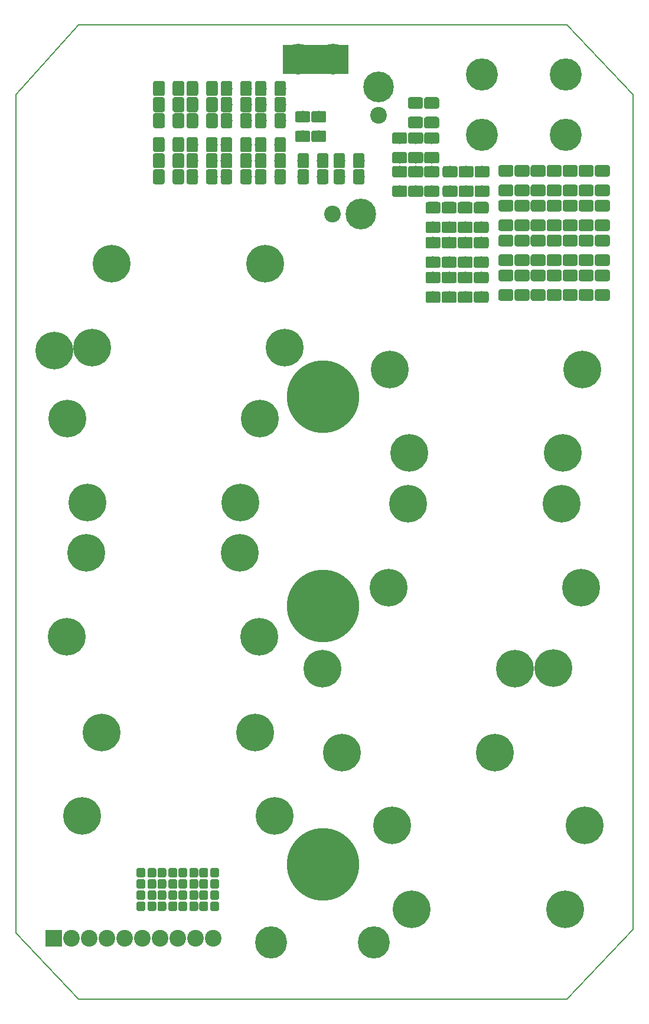
<source format=gbr>
G04 #@! TF.GenerationSoftware,KiCad,Pcbnew,(5.1.0)-1*
G04 #@! TF.CreationDate,2019-05-23T16:07:12+02:00*
G04 #@! TF.ProjectId,relay_card,72656c61-795f-4636-9172-642e6b696361,1.1*
G04 #@! TF.SameCoordinates,Original*
G04 #@! TF.FileFunction,Soldermask,Top*
G04 #@! TF.FilePolarity,Negative*
%FSLAX46Y46*%
G04 Gerber Fmt 4.6, Leading zero omitted, Abs format (unit mm)*
G04 Created by KiCad (PCBNEW (5.1.0)-1) date 2019-05-23 16:07:12*
%MOMM*%
%LPD*%
G04 APERTURE LIST*
%ADD10C,0.150000*%
%ADD11C,0.100000*%
%ADD12C,5.400000*%
%ADD13C,4.600000*%
%ADD14C,2.400000*%
%ADD15R,2.400000X2.400000*%
%ADD16C,1.275000*%
%ADD17C,1.650000*%
%ADD18C,4.400000*%
%ADD19C,10.400000*%
G04 APERTURE END LIST*
D10*
X96300000Y-15600000D02*
X105800000Y-25600000D01*
X26300000Y-155100000D02*
X17300000Y-145600000D01*
X96300000Y-155100000D02*
X105800000Y-145100000D01*
X26300000Y-15600000D02*
X17300000Y-25600000D01*
X96300000Y-15600000D02*
X26300000Y-15600000D01*
X105800000Y-145100000D02*
X105800000Y-25600000D01*
X26300000Y-155100000D02*
X96300000Y-155100000D01*
X17300000Y-25600000D02*
X17300000Y-145600000D01*
D11*
G36*
X55600000Y-18480000D02*
G01*
X64900000Y-18490000D01*
X64900000Y-22530000D01*
X55600000Y-22520000D01*
X55600000Y-18480000D01*
G37*
X55600000Y-18480000D02*
X64900000Y-18490000D01*
X64900000Y-22530000D01*
X55600000Y-22520000D01*
X55600000Y-18480000D01*
D12*
X22800000Y-62200000D03*
X94300000Y-107700000D03*
X71200000Y-130200000D03*
X98800000Y-130200000D03*
X96000000Y-142200000D03*
X74000000Y-142200000D03*
X54400000Y-128900000D03*
X26800000Y-128900000D03*
X29600000Y-116900000D03*
X51600000Y-116900000D03*
X55800000Y-61800000D03*
X28200000Y-61800000D03*
X31000000Y-49800000D03*
X53000000Y-49800000D03*
X61200000Y-107800000D03*
X88800000Y-107800000D03*
X86000000Y-119800000D03*
X64000000Y-119800000D03*
X52200000Y-103200000D03*
X24600000Y-103200000D03*
X27400000Y-91200000D03*
X49400000Y-91200000D03*
X24700000Y-72000000D03*
X52300000Y-72000000D03*
X49500000Y-84000000D03*
X27500000Y-84000000D03*
X98300000Y-96200000D03*
X70700000Y-96200000D03*
X73500000Y-84200000D03*
X95500000Y-84200000D03*
X70900000Y-64900000D03*
X98500000Y-64900000D03*
X95700000Y-76900000D03*
X73700000Y-76900000D03*
D13*
X68600000Y-147000000D03*
X53900000Y-147000000D03*
X84100000Y-22700000D03*
X96100000Y-31300000D03*
X84100000Y-31300000D03*
X96100000Y-22700000D03*
D14*
X45560000Y-146400000D03*
X43020000Y-146400000D03*
X40480000Y-146400000D03*
X37940000Y-146400000D03*
X35400000Y-146400000D03*
X32860000Y-146400000D03*
X30320000Y-146400000D03*
X27780000Y-146400000D03*
X25240000Y-146400000D03*
D15*
X22700000Y-146400000D03*
D11*
G36*
X43137493Y-141126535D02*
G01*
X43168435Y-141131125D01*
X43198778Y-141138725D01*
X43228230Y-141149263D01*
X43256508Y-141162638D01*
X43283338Y-141178719D01*
X43308463Y-141197353D01*
X43331640Y-141218360D01*
X43352647Y-141241537D01*
X43371281Y-141266662D01*
X43387362Y-141293492D01*
X43400737Y-141321770D01*
X43411275Y-141351222D01*
X43418875Y-141381565D01*
X43423465Y-141412507D01*
X43425000Y-141443750D01*
X43425000Y-142156250D01*
X43423465Y-142187493D01*
X43418875Y-142218435D01*
X43411275Y-142248778D01*
X43400737Y-142278230D01*
X43387362Y-142306508D01*
X43371281Y-142333338D01*
X43352647Y-142358463D01*
X43331640Y-142381640D01*
X43308463Y-142402647D01*
X43283338Y-142421281D01*
X43256508Y-142437362D01*
X43228230Y-142450737D01*
X43198778Y-142461275D01*
X43168435Y-142468875D01*
X43137493Y-142473465D01*
X43106250Y-142475000D01*
X42468750Y-142475000D01*
X42437507Y-142473465D01*
X42406565Y-142468875D01*
X42376222Y-142461275D01*
X42346770Y-142450737D01*
X42318492Y-142437362D01*
X42291662Y-142421281D01*
X42266537Y-142402647D01*
X42243360Y-142381640D01*
X42222353Y-142358463D01*
X42203719Y-142333338D01*
X42187638Y-142306508D01*
X42174263Y-142278230D01*
X42163725Y-142248778D01*
X42156125Y-142218435D01*
X42151535Y-142187493D01*
X42150000Y-142156250D01*
X42150000Y-141443750D01*
X42151535Y-141412507D01*
X42156125Y-141381565D01*
X42163725Y-141351222D01*
X42174263Y-141321770D01*
X42187638Y-141293492D01*
X42203719Y-141266662D01*
X42222353Y-141241537D01*
X42243360Y-141218360D01*
X42266537Y-141197353D01*
X42291662Y-141178719D01*
X42318492Y-141162638D01*
X42346770Y-141149263D01*
X42376222Y-141138725D01*
X42406565Y-141131125D01*
X42437507Y-141126535D01*
X42468750Y-141125000D01*
X43106250Y-141125000D01*
X43137493Y-141126535D01*
X43137493Y-141126535D01*
G37*
D16*
X42787500Y-141800000D03*
D11*
G36*
X41562493Y-141126535D02*
G01*
X41593435Y-141131125D01*
X41623778Y-141138725D01*
X41653230Y-141149263D01*
X41681508Y-141162638D01*
X41708338Y-141178719D01*
X41733463Y-141197353D01*
X41756640Y-141218360D01*
X41777647Y-141241537D01*
X41796281Y-141266662D01*
X41812362Y-141293492D01*
X41825737Y-141321770D01*
X41836275Y-141351222D01*
X41843875Y-141381565D01*
X41848465Y-141412507D01*
X41850000Y-141443750D01*
X41850000Y-142156250D01*
X41848465Y-142187493D01*
X41843875Y-142218435D01*
X41836275Y-142248778D01*
X41825737Y-142278230D01*
X41812362Y-142306508D01*
X41796281Y-142333338D01*
X41777647Y-142358463D01*
X41756640Y-142381640D01*
X41733463Y-142402647D01*
X41708338Y-142421281D01*
X41681508Y-142437362D01*
X41653230Y-142450737D01*
X41623778Y-142461275D01*
X41593435Y-142468875D01*
X41562493Y-142473465D01*
X41531250Y-142475000D01*
X40893750Y-142475000D01*
X40862507Y-142473465D01*
X40831565Y-142468875D01*
X40801222Y-142461275D01*
X40771770Y-142450737D01*
X40743492Y-142437362D01*
X40716662Y-142421281D01*
X40691537Y-142402647D01*
X40668360Y-142381640D01*
X40647353Y-142358463D01*
X40628719Y-142333338D01*
X40612638Y-142306508D01*
X40599263Y-142278230D01*
X40588725Y-142248778D01*
X40581125Y-142218435D01*
X40576535Y-142187493D01*
X40575000Y-142156250D01*
X40575000Y-141443750D01*
X40576535Y-141412507D01*
X40581125Y-141381565D01*
X40588725Y-141351222D01*
X40599263Y-141321770D01*
X40612638Y-141293492D01*
X40628719Y-141266662D01*
X40647353Y-141241537D01*
X40668360Y-141218360D01*
X40691537Y-141197353D01*
X40716662Y-141178719D01*
X40743492Y-141162638D01*
X40771770Y-141149263D01*
X40801222Y-141138725D01*
X40831565Y-141131125D01*
X40862507Y-141126535D01*
X40893750Y-141125000D01*
X41531250Y-141125000D01*
X41562493Y-141126535D01*
X41562493Y-141126535D01*
G37*
D16*
X41212500Y-141800000D03*
D11*
G36*
X43137493Y-139526535D02*
G01*
X43168435Y-139531125D01*
X43198778Y-139538725D01*
X43228230Y-139549263D01*
X43256508Y-139562638D01*
X43283338Y-139578719D01*
X43308463Y-139597353D01*
X43331640Y-139618360D01*
X43352647Y-139641537D01*
X43371281Y-139666662D01*
X43387362Y-139693492D01*
X43400737Y-139721770D01*
X43411275Y-139751222D01*
X43418875Y-139781565D01*
X43423465Y-139812507D01*
X43425000Y-139843750D01*
X43425000Y-140556250D01*
X43423465Y-140587493D01*
X43418875Y-140618435D01*
X43411275Y-140648778D01*
X43400737Y-140678230D01*
X43387362Y-140706508D01*
X43371281Y-140733338D01*
X43352647Y-140758463D01*
X43331640Y-140781640D01*
X43308463Y-140802647D01*
X43283338Y-140821281D01*
X43256508Y-140837362D01*
X43228230Y-140850737D01*
X43198778Y-140861275D01*
X43168435Y-140868875D01*
X43137493Y-140873465D01*
X43106250Y-140875000D01*
X42468750Y-140875000D01*
X42437507Y-140873465D01*
X42406565Y-140868875D01*
X42376222Y-140861275D01*
X42346770Y-140850737D01*
X42318492Y-140837362D01*
X42291662Y-140821281D01*
X42266537Y-140802647D01*
X42243360Y-140781640D01*
X42222353Y-140758463D01*
X42203719Y-140733338D01*
X42187638Y-140706508D01*
X42174263Y-140678230D01*
X42163725Y-140648778D01*
X42156125Y-140618435D01*
X42151535Y-140587493D01*
X42150000Y-140556250D01*
X42150000Y-139843750D01*
X42151535Y-139812507D01*
X42156125Y-139781565D01*
X42163725Y-139751222D01*
X42174263Y-139721770D01*
X42187638Y-139693492D01*
X42203719Y-139666662D01*
X42222353Y-139641537D01*
X42243360Y-139618360D01*
X42266537Y-139597353D01*
X42291662Y-139578719D01*
X42318492Y-139562638D01*
X42346770Y-139549263D01*
X42376222Y-139538725D01*
X42406565Y-139531125D01*
X42437507Y-139526535D01*
X42468750Y-139525000D01*
X43106250Y-139525000D01*
X43137493Y-139526535D01*
X43137493Y-139526535D01*
G37*
D16*
X42787500Y-140200000D03*
D11*
G36*
X41562493Y-139526535D02*
G01*
X41593435Y-139531125D01*
X41623778Y-139538725D01*
X41653230Y-139549263D01*
X41681508Y-139562638D01*
X41708338Y-139578719D01*
X41733463Y-139597353D01*
X41756640Y-139618360D01*
X41777647Y-139641537D01*
X41796281Y-139666662D01*
X41812362Y-139693492D01*
X41825737Y-139721770D01*
X41836275Y-139751222D01*
X41843875Y-139781565D01*
X41848465Y-139812507D01*
X41850000Y-139843750D01*
X41850000Y-140556250D01*
X41848465Y-140587493D01*
X41843875Y-140618435D01*
X41836275Y-140648778D01*
X41825737Y-140678230D01*
X41812362Y-140706508D01*
X41796281Y-140733338D01*
X41777647Y-140758463D01*
X41756640Y-140781640D01*
X41733463Y-140802647D01*
X41708338Y-140821281D01*
X41681508Y-140837362D01*
X41653230Y-140850737D01*
X41623778Y-140861275D01*
X41593435Y-140868875D01*
X41562493Y-140873465D01*
X41531250Y-140875000D01*
X40893750Y-140875000D01*
X40862507Y-140873465D01*
X40831565Y-140868875D01*
X40801222Y-140861275D01*
X40771770Y-140850737D01*
X40743492Y-140837362D01*
X40716662Y-140821281D01*
X40691537Y-140802647D01*
X40668360Y-140781640D01*
X40647353Y-140758463D01*
X40628719Y-140733338D01*
X40612638Y-140706508D01*
X40599263Y-140678230D01*
X40588725Y-140648778D01*
X40581125Y-140618435D01*
X40576535Y-140587493D01*
X40575000Y-140556250D01*
X40575000Y-139843750D01*
X40576535Y-139812507D01*
X40581125Y-139781565D01*
X40588725Y-139751222D01*
X40599263Y-139721770D01*
X40612638Y-139693492D01*
X40628719Y-139666662D01*
X40647353Y-139641537D01*
X40668360Y-139618360D01*
X40691537Y-139597353D01*
X40716662Y-139578719D01*
X40743492Y-139562638D01*
X40771770Y-139549263D01*
X40801222Y-139538725D01*
X40831565Y-139531125D01*
X40862507Y-139526535D01*
X40893750Y-139525000D01*
X41531250Y-139525000D01*
X41562493Y-139526535D01*
X41562493Y-139526535D01*
G37*
D16*
X41212500Y-140200000D03*
D11*
G36*
X43137493Y-137926535D02*
G01*
X43168435Y-137931125D01*
X43198778Y-137938725D01*
X43228230Y-137949263D01*
X43256508Y-137962638D01*
X43283338Y-137978719D01*
X43308463Y-137997353D01*
X43331640Y-138018360D01*
X43352647Y-138041537D01*
X43371281Y-138066662D01*
X43387362Y-138093492D01*
X43400737Y-138121770D01*
X43411275Y-138151222D01*
X43418875Y-138181565D01*
X43423465Y-138212507D01*
X43425000Y-138243750D01*
X43425000Y-138956250D01*
X43423465Y-138987493D01*
X43418875Y-139018435D01*
X43411275Y-139048778D01*
X43400737Y-139078230D01*
X43387362Y-139106508D01*
X43371281Y-139133338D01*
X43352647Y-139158463D01*
X43331640Y-139181640D01*
X43308463Y-139202647D01*
X43283338Y-139221281D01*
X43256508Y-139237362D01*
X43228230Y-139250737D01*
X43198778Y-139261275D01*
X43168435Y-139268875D01*
X43137493Y-139273465D01*
X43106250Y-139275000D01*
X42468750Y-139275000D01*
X42437507Y-139273465D01*
X42406565Y-139268875D01*
X42376222Y-139261275D01*
X42346770Y-139250737D01*
X42318492Y-139237362D01*
X42291662Y-139221281D01*
X42266537Y-139202647D01*
X42243360Y-139181640D01*
X42222353Y-139158463D01*
X42203719Y-139133338D01*
X42187638Y-139106508D01*
X42174263Y-139078230D01*
X42163725Y-139048778D01*
X42156125Y-139018435D01*
X42151535Y-138987493D01*
X42150000Y-138956250D01*
X42150000Y-138243750D01*
X42151535Y-138212507D01*
X42156125Y-138181565D01*
X42163725Y-138151222D01*
X42174263Y-138121770D01*
X42187638Y-138093492D01*
X42203719Y-138066662D01*
X42222353Y-138041537D01*
X42243360Y-138018360D01*
X42266537Y-137997353D01*
X42291662Y-137978719D01*
X42318492Y-137962638D01*
X42346770Y-137949263D01*
X42376222Y-137938725D01*
X42406565Y-137931125D01*
X42437507Y-137926535D01*
X42468750Y-137925000D01*
X43106250Y-137925000D01*
X43137493Y-137926535D01*
X43137493Y-137926535D01*
G37*
D16*
X42787500Y-138600000D03*
D11*
G36*
X41562493Y-137926535D02*
G01*
X41593435Y-137931125D01*
X41623778Y-137938725D01*
X41653230Y-137949263D01*
X41681508Y-137962638D01*
X41708338Y-137978719D01*
X41733463Y-137997353D01*
X41756640Y-138018360D01*
X41777647Y-138041537D01*
X41796281Y-138066662D01*
X41812362Y-138093492D01*
X41825737Y-138121770D01*
X41836275Y-138151222D01*
X41843875Y-138181565D01*
X41848465Y-138212507D01*
X41850000Y-138243750D01*
X41850000Y-138956250D01*
X41848465Y-138987493D01*
X41843875Y-139018435D01*
X41836275Y-139048778D01*
X41825737Y-139078230D01*
X41812362Y-139106508D01*
X41796281Y-139133338D01*
X41777647Y-139158463D01*
X41756640Y-139181640D01*
X41733463Y-139202647D01*
X41708338Y-139221281D01*
X41681508Y-139237362D01*
X41653230Y-139250737D01*
X41623778Y-139261275D01*
X41593435Y-139268875D01*
X41562493Y-139273465D01*
X41531250Y-139275000D01*
X40893750Y-139275000D01*
X40862507Y-139273465D01*
X40831565Y-139268875D01*
X40801222Y-139261275D01*
X40771770Y-139250737D01*
X40743492Y-139237362D01*
X40716662Y-139221281D01*
X40691537Y-139202647D01*
X40668360Y-139181640D01*
X40647353Y-139158463D01*
X40628719Y-139133338D01*
X40612638Y-139106508D01*
X40599263Y-139078230D01*
X40588725Y-139048778D01*
X40581125Y-139018435D01*
X40576535Y-138987493D01*
X40575000Y-138956250D01*
X40575000Y-138243750D01*
X40576535Y-138212507D01*
X40581125Y-138181565D01*
X40588725Y-138151222D01*
X40599263Y-138121770D01*
X40612638Y-138093492D01*
X40628719Y-138066662D01*
X40647353Y-138041537D01*
X40668360Y-138018360D01*
X40691537Y-137997353D01*
X40716662Y-137978719D01*
X40743492Y-137962638D01*
X40771770Y-137949263D01*
X40801222Y-137938725D01*
X40831565Y-137931125D01*
X40862507Y-137926535D01*
X40893750Y-137925000D01*
X41531250Y-137925000D01*
X41562493Y-137926535D01*
X41562493Y-137926535D01*
G37*
D16*
X41212500Y-138600000D03*
D11*
G36*
X43137493Y-136326535D02*
G01*
X43168435Y-136331125D01*
X43198778Y-136338725D01*
X43228230Y-136349263D01*
X43256508Y-136362638D01*
X43283338Y-136378719D01*
X43308463Y-136397353D01*
X43331640Y-136418360D01*
X43352647Y-136441537D01*
X43371281Y-136466662D01*
X43387362Y-136493492D01*
X43400737Y-136521770D01*
X43411275Y-136551222D01*
X43418875Y-136581565D01*
X43423465Y-136612507D01*
X43425000Y-136643750D01*
X43425000Y-137356250D01*
X43423465Y-137387493D01*
X43418875Y-137418435D01*
X43411275Y-137448778D01*
X43400737Y-137478230D01*
X43387362Y-137506508D01*
X43371281Y-137533338D01*
X43352647Y-137558463D01*
X43331640Y-137581640D01*
X43308463Y-137602647D01*
X43283338Y-137621281D01*
X43256508Y-137637362D01*
X43228230Y-137650737D01*
X43198778Y-137661275D01*
X43168435Y-137668875D01*
X43137493Y-137673465D01*
X43106250Y-137675000D01*
X42468750Y-137675000D01*
X42437507Y-137673465D01*
X42406565Y-137668875D01*
X42376222Y-137661275D01*
X42346770Y-137650737D01*
X42318492Y-137637362D01*
X42291662Y-137621281D01*
X42266537Y-137602647D01*
X42243360Y-137581640D01*
X42222353Y-137558463D01*
X42203719Y-137533338D01*
X42187638Y-137506508D01*
X42174263Y-137478230D01*
X42163725Y-137448778D01*
X42156125Y-137418435D01*
X42151535Y-137387493D01*
X42150000Y-137356250D01*
X42150000Y-136643750D01*
X42151535Y-136612507D01*
X42156125Y-136581565D01*
X42163725Y-136551222D01*
X42174263Y-136521770D01*
X42187638Y-136493492D01*
X42203719Y-136466662D01*
X42222353Y-136441537D01*
X42243360Y-136418360D01*
X42266537Y-136397353D01*
X42291662Y-136378719D01*
X42318492Y-136362638D01*
X42346770Y-136349263D01*
X42376222Y-136338725D01*
X42406565Y-136331125D01*
X42437507Y-136326535D01*
X42468750Y-136325000D01*
X43106250Y-136325000D01*
X43137493Y-136326535D01*
X43137493Y-136326535D01*
G37*
D16*
X42787500Y-137000000D03*
D11*
G36*
X41562493Y-136326535D02*
G01*
X41593435Y-136331125D01*
X41623778Y-136338725D01*
X41653230Y-136349263D01*
X41681508Y-136362638D01*
X41708338Y-136378719D01*
X41733463Y-136397353D01*
X41756640Y-136418360D01*
X41777647Y-136441537D01*
X41796281Y-136466662D01*
X41812362Y-136493492D01*
X41825737Y-136521770D01*
X41836275Y-136551222D01*
X41843875Y-136581565D01*
X41848465Y-136612507D01*
X41850000Y-136643750D01*
X41850000Y-137356250D01*
X41848465Y-137387493D01*
X41843875Y-137418435D01*
X41836275Y-137448778D01*
X41825737Y-137478230D01*
X41812362Y-137506508D01*
X41796281Y-137533338D01*
X41777647Y-137558463D01*
X41756640Y-137581640D01*
X41733463Y-137602647D01*
X41708338Y-137621281D01*
X41681508Y-137637362D01*
X41653230Y-137650737D01*
X41623778Y-137661275D01*
X41593435Y-137668875D01*
X41562493Y-137673465D01*
X41531250Y-137675000D01*
X40893750Y-137675000D01*
X40862507Y-137673465D01*
X40831565Y-137668875D01*
X40801222Y-137661275D01*
X40771770Y-137650737D01*
X40743492Y-137637362D01*
X40716662Y-137621281D01*
X40691537Y-137602647D01*
X40668360Y-137581640D01*
X40647353Y-137558463D01*
X40628719Y-137533338D01*
X40612638Y-137506508D01*
X40599263Y-137478230D01*
X40588725Y-137448778D01*
X40581125Y-137418435D01*
X40576535Y-137387493D01*
X40575000Y-137356250D01*
X40575000Y-136643750D01*
X40576535Y-136612507D01*
X40581125Y-136581565D01*
X40588725Y-136551222D01*
X40599263Y-136521770D01*
X40612638Y-136493492D01*
X40628719Y-136466662D01*
X40647353Y-136441537D01*
X40668360Y-136418360D01*
X40691537Y-136397353D01*
X40716662Y-136378719D01*
X40743492Y-136362638D01*
X40771770Y-136349263D01*
X40801222Y-136338725D01*
X40831565Y-136331125D01*
X40862507Y-136326535D01*
X40893750Y-136325000D01*
X41531250Y-136325000D01*
X41562493Y-136326535D01*
X41562493Y-136326535D01*
G37*
D16*
X41212500Y-137000000D03*
D11*
G36*
X38562493Y-141126535D02*
G01*
X38593435Y-141131125D01*
X38623778Y-141138725D01*
X38653230Y-141149263D01*
X38681508Y-141162638D01*
X38708338Y-141178719D01*
X38733463Y-141197353D01*
X38756640Y-141218360D01*
X38777647Y-141241537D01*
X38796281Y-141266662D01*
X38812362Y-141293492D01*
X38825737Y-141321770D01*
X38836275Y-141351222D01*
X38843875Y-141381565D01*
X38848465Y-141412507D01*
X38850000Y-141443750D01*
X38850000Y-142156250D01*
X38848465Y-142187493D01*
X38843875Y-142218435D01*
X38836275Y-142248778D01*
X38825737Y-142278230D01*
X38812362Y-142306508D01*
X38796281Y-142333338D01*
X38777647Y-142358463D01*
X38756640Y-142381640D01*
X38733463Y-142402647D01*
X38708338Y-142421281D01*
X38681508Y-142437362D01*
X38653230Y-142450737D01*
X38623778Y-142461275D01*
X38593435Y-142468875D01*
X38562493Y-142473465D01*
X38531250Y-142475000D01*
X37893750Y-142475000D01*
X37862507Y-142473465D01*
X37831565Y-142468875D01*
X37801222Y-142461275D01*
X37771770Y-142450737D01*
X37743492Y-142437362D01*
X37716662Y-142421281D01*
X37691537Y-142402647D01*
X37668360Y-142381640D01*
X37647353Y-142358463D01*
X37628719Y-142333338D01*
X37612638Y-142306508D01*
X37599263Y-142278230D01*
X37588725Y-142248778D01*
X37581125Y-142218435D01*
X37576535Y-142187493D01*
X37575000Y-142156250D01*
X37575000Y-141443750D01*
X37576535Y-141412507D01*
X37581125Y-141381565D01*
X37588725Y-141351222D01*
X37599263Y-141321770D01*
X37612638Y-141293492D01*
X37628719Y-141266662D01*
X37647353Y-141241537D01*
X37668360Y-141218360D01*
X37691537Y-141197353D01*
X37716662Y-141178719D01*
X37743492Y-141162638D01*
X37771770Y-141149263D01*
X37801222Y-141138725D01*
X37831565Y-141131125D01*
X37862507Y-141126535D01*
X37893750Y-141125000D01*
X38531250Y-141125000D01*
X38562493Y-141126535D01*
X38562493Y-141126535D01*
G37*
D16*
X38212500Y-141800000D03*
D11*
G36*
X40137493Y-141126535D02*
G01*
X40168435Y-141131125D01*
X40198778Y-141138725D01*
X40228230Y-141149263D01*
X40256508Y-141162638D01*
X40283338Y-141178719D01*
X40308463Y-141197353D01*
X40331640Y-141218360D01*
X40352647Y-141241537D01*
X40371281Y-141266662D01*
X40387362Y-141293492D01*
X40400737Y-141321770D01*
X40411275Y-141351222D01*
X40418875Y-141381565D01*
X40423465Y-141412507D01*
X40425000Y-141443750D01*
X40425000Y-142156250D01*
X40423465Y-142187493D01*
X40418875Y-142218435D01*
X40411275Y-142248778D01*
X40400737Y-142278230D01*
X40387362Y-142306508D01*
X40371281Y-142333338D01*
X40352647Y-142358463D01*
X40331640Y-142381640D01*
X40308463Y-142402647D01*
X40283338Y-142421281D01*
X40256508Y-142437362D01*
X40228230Y-142450737D01*
X40198778Y-142461275D01*
X40168435Y-142468875D01*
X40137493Y-142473465D01*
X40106250Y-142475000D01*
X39468750Y-142475000D01*
X39437507Y-142473465D01*
X39406565Y-142468875D01*
X39376222Y-142461275D01*
X39346770Y-142450737D01*
X39318492Y-142437362D01*
X39291662Y-142421281D01*
X39266537Y-142402647D01*
X39243360Y-142381640D01*
X39222353Y-142358463D01*
X39203719Y-142333338D01*
X39187638Y-142306508D01*
X39174263Y-142278230D01*
X39163725Y-142248778D01*
X39156125Y-142218435D01*
X39151535Y-142187493D01*
X39150000Y-142156250D01*
X39150000Y-141443750D01*
X39151535Y-141412507D01*
X39156125Y-141381565D01*
X39163725Y-141351222D01*
X39174263Y-141321770D01*
X39187638Y-141293492D01*
X39203719Y-141266662D01*
X39222353Y-141241537D01*
X39243360Y-141218360D01*
X39266537Y-141197353D01*
X39291662Y-141178719D01*
X39318492Y-141162638D01*
X39346770Y-141149263D01*
X39376222Y-141138725D01*
X39406565Y-141131125D01*
X39437507Y-141126535D01*
X39468750Y-141125000D01*
X40106250Y-141125000D01*
X40137493Y-141126535D01*
X40137493Y-141126535D01*
G37*
D16*
X39787500Y-141800000D03*
D11*
G36*
X38562493Y-139526535D02*
G01*
X38593435Y-139531125D01*
X38623778Y-139538725D01*
X38653230Y-139549263D01*
X38681508Y-139562638D01*
X38708338Y-139578719D01*
X38733463Y-139597353D01*
X38756640Y-139618360D01*
X38777647Y-139641537D01*
X38796281Y-139666662D01*
X38812362Y-139693492D01*
X38825737Y-139721770D01*
X38836275Y-139751222D01*
X38843875Y-139781565D01*
X38848465Y-139812507D01*
X38850000Y-139843750D01*
X38850000Y-140556250D01*
X38848465Y-140587493D01*
X38843875Y-140618435D01*
X38836275Y-140648778D01*
X38825737Y-140678230D01*
X38812362Y-140706508D01*
X38796281Y-140733338D01*
X38777647Y-140758463D01*
X38756640Y-140781640D01*
X38733463Y-140802647D01*
X38708338Y-140821281D01*
X38681508Y-140837362D01*
X38653230Y-140850737D01*
X38623778Y-140861275D01*
X38593435Y-140868875D01*
X38562493Y-140873465D01*
X38531250Y-140875000D01*
X37893750Y-140875000D01*
X37862507Y-140873465D01*
X37831565Y-140868875D01*
X37801222Y-140861275D01*
X37771770Y-140850737D01*
X37743492Y-140837362D01*
X37716662Y-140821281D01*
X37691537Y-140802647D01*
X37668360Y-140781640D01*
X37647353Y-140758463D01*
X37628719Y-140733338D01*
X37612638Y-140706508D01*
X37599263Y-140678230D01*
X37588725Y-140648778D01*
X37581125Y-140618435D01*
X37576535Y-140587493D01*
X37575000Y-140556250D01*
X37575000Y-139843750D01*
X37576535Y-139812507D01*
X37581125Y-139781565D01*
X37588725Y-139751222D01*
X37599263Y-139721770D01*
X37612638Y-139693492D01*
X37628719Y-139666662D01*
X37647353Y-139641537D01*
X37668360Y-139618360D01*
X37691537Y-139597353D01*
X37716662Y-139578719D01*
X37743492Y-139562638D01*
X37771770Y-139549263D01*
X37801222Y-139538725D01*
X37831565Y-139531125D01*
X37862507Y-139526535D01*
X37893750Y-139525000D01*
X38531250Y-139525000D01*
X38562493Y-139526535D01*
X38562493Y-139526535D01*
G37*
D16*
X38212500Y-140200000D03*
D11*
G36*
X40137493Y-139526535D02*
G01*
X40168435Y-139531125D01*
X40198778Y-139538725D01*
X40228230Y-139549263D01*
X40256508Y-139562638D01*
X40283338Y-139578719D01*
X40308463Y-139597353D01*
X40331640Y-139618360D01*
X40352647Y-139641537D01*
X40371281Y-139666662D01*
X40387362Y-139693492D01*
X40400737Y-139721770D01*
X40411275Y-139751222D01*
X40418875Y-139781565D01*
X40423465Y-139812507D01*
X40425000Y-139843750D01*
X40425000Y-140556250D01*
X40423465Y-140587493D01*
X40418875Y-140618435D01*
X40411275Y-140648778D01*
X40400737Y-140678230D01*
X40387362Y-140706508D01*
X40371281Y-140733338D01*
X40352647Y-140758463D01*
X40331640Y-140781640D01*
X40308463Y-140802647D01*
X40283338Y-140821281D01*
X40256508Y-140837362D01*
X40228230Y-140850737D01*
X40198778Y-140861275D01*
X40168435Y-140868875D01*
X40137493Y-140873465D01*
X40106250Y-140875000D01*
X39468750Y-140875000D01*
X39437507Y-140873465D01*
X39406565Y-140868875D01*
X39376222Y-140861275D01*
X39346770Y-140850737D01*
X39318492Y-140837362D01*
X39291662Y-140821281D01*
X39266537Y-140802647D01*
X39243360Y-140781640D01*
X39222353Y-140758463D01*
X39203719Y-140733338D01*
X39187638Y-140706508D01*
X39174263Y-140678230D01*
X39163725Y-140648778D01*
X39156125Y-140618435D01*
X39151535Y-140587493D01*
X39150000Y-140556250D01*
X39150000Y-139843750D01*
X39151535Y-139812507D01*
X39156125Y-139781565D01*
X39163725Y-139751222D01*
X39174263Y-139721770D01*
X39187638Y-139693492D01*
X39203719Y-139666662D01*
X39222353Y-139641537D01*
X39243360Y-139618360D01*
X39266537Y-139597353D01*
X39291662Y-139578719D01*
X39318492Y-139562638D01*
X39346770Y-139549263D01*
X39376222Y-139538725D01*
X39406565Y-139531125D01*
X39437507Y-139526535D01*
X39468750Y-139525000D01*
X40106250Y-139525000D01*
X40137493Y-139526535D01*
X40137493Y-139526535D01*
G37*
D16*
X39787500Y-140200000D03*
D11*
G36*
X38562493Y-137926535D02*
G01*
X38593435Y-137931125D01*
X38623778Y-137938725D01*
X38653230Y-137949263D01*
X38681508Y-137962638D01*
X38708338Y-137978719D01*
X38733463Y-137997353D01*
X38756640Y-138018360D01*
X38777647Y-138041537D01*
X38796281Y-138066662D01*
X38812362Y-138093492D01*
X38825737Y-138121770D01*
X38836275Y-138151222D01*
X38843875Y-138181565D01*
X38848465Y-138212507D01*
X38850000Y-138243750D01*
X38850000Y-138956250D01*
X38848465Y-138987493D01*
X38843875Y-139018435D01*
X38836275Y-139048778D01*
X38825737Y-139078230D01*
X38812362Y-139106508D01*
X38796281Y-139133338D01*
X38777647Y-139158463D01*
X38756640Y-139181640D01*
X38733463Y-139202647D01*
X38708338Y-139221281D01*
X38681508Y-139237362D01*
X38653230Y-139250737D01*
X38623778Y-139261275D01*
X38593435Y-139268875D01*
X38562493Y-139273465D01*
X38531250Y-139275000D01*
X37893750Y-139275000D01*
X37862507Y-139273465D01*
X37831565Y-139268875D01*
X37801222Y-139261275D01*
X37771770Y-139250737D01*
X37743492Y-139237362D01*
X37716662Y-139221281D01*
X37691537Y-139202647D01*
X37668360Y-139181640D01*
X37647353Y-139158463D01*
X37628719Y-139133338D01*
X37612638Y-139106508D01*
X37599263Y-139078230D01*
X37588725Y-139048778D01*
X37581125Y-139018435D01*
X37576535Y-138987493D01*
X37575000Y-138956250D01*
X37575000Y-138243750D01*
X37576535Y-138212507D01*
X37581125Y-138181565D01*
X37588725Y-138151222D01*
X37599263Y-138121770D01*
X37612638Y-138093492D01*
X37628719Y-138066662D01*
X37647353Y-138041537D01*
X37668360Y-138018360D01*
X37691537Y-137997353D01*
X37716662Y-137978719D01*
X37743492Y-137962638D01*
X37771770Y-137949263D01*
X37801222Y-137938725D01*
X37831565Y-137931125D01*
X37862507Y-137926535D01*
X37893750Y-137925000D01*
X38531250Y-137925000D01*
X38562493Y-137926535D01*
X38562493Y-137926535D01*
G37*
D16*
X38212500Y-138600000D03*
D11*
G36*
X40137493Y-137926535D02*
G01*
X40168435Y-137931125D01*
X40198778Y-137938725D01*
X40228230Y-137949263D01*
X40256508Y-137962638D01*
X40283338Y-137978719D01*
X40308463Y-137997353D01*
X40331640Y-138018360D01*
X40352647Y-138041537D01*
X40371281Y-138066662D01*
X40387362Y-138093492D01*
X40400737Y-138121770D01*
X40411275Y-138151222D01*
X40418875Y-138181565D01*
X40423465Y-138212507D01*
X40425000Y-138243750D01*
X40425000Y-138956250D01*
X40423465Y-138987493D01*
X40418875Y-139018435D01*
X40411275Y-139048778D01*
X40400737Y-139078230D01*
X40387362Y-139106508D01*
X40371281Y-139133338D01*
X40352647Y-139158463D01*
X40331640Y-139181640D01*
X40308463Y-139202647D01*
X40283338Y-139221281D01*
X40256508Y-139237362D01*
X40228230Y-139250737D01*
X40198778Y-139261275D01*
X40168435Y-139268875D01*
X40137493Y-139273465D01*
X40106250Y-139275000D01*
X39468750Y-139275000D01*
X39437507Y-139273465D01*
X39406565Y-139268875D01*
X39376222Y-139261275D01*
X39346770Y-139250737D01*
X39318492Y-139237362D01*
X39291662Y-139221281D01*
X39266537Y-139202647D01*
X39243360Y-139181640D01*
X39222353Y-139158463D01*
X39203719Y-139133338D01*
X39187638Y-139106508D01*
X39174263Y-139078230D01*
X39163725Y-139048778D01*
X39156125Y-139018435D01*
X39151535Y-138987493D01*
X39150000Y-138956250D01*
X39150000Y-138243750D01*
X39151535Y-138212507D01*
X39156125Y-138181565D01*
X39163725Y-138151222D01*
X39174263Y-138121770D01*
X39187638Y-138093492D01*
X39203719Y-138066662D01*
X39222353Y-138041537D01*
X39243360Y-138018360D01*
X39266537Y-137997353D01*
X39291662Y-137978719D01*
X39318492Y-137962638D01*
X39346770Y-137949263D01*
X39376222Y-137938725D01*
X39406565Y-137931125D01*
X39437507Y-137926535D01*
X39468750Y-137925000D01*
X40106250Y-137925000D01*
X40137493Y-137926535D01*
X40137493Y-137926535D01*
G37*
D16*
X39787500Y-138600000D03*
D11*
G36*
X38562493Y-136326535D02*
G01*
X38593435Y-136331125D01*
X38623778Y-136338725D01*
X38653230Y-136349263D01*
X38681508Y-136362638D01*
X38708338Y-136378719D01*
X38733463Y-136397353D01*
X38756640Y-136418360D01*
X38777647Y-136441537D01*
X38796281Y-136466662D01*
X38812362Y-136493492D01*
X38825737Y-136521770D01*
X38836275Y-136551222D01*
X38843875Y-136581565D01*
X38848465Y-136612507D01*
X38850000Y-136643750D01*
X38850000Y-137356250D01*
X38848465Y-137387493D01*
X38843875Y-137418435D01*
X38836275Y-137448778D01*
X38825737Y-137478230D01*
X38812362Y-137506508D01*
X38796281Y-137533338D01*
X38777647Y-137558463D01*
X38756640Y-137581640D01*
X38733463Y-137602647D01*
X38708338Y-137621281D01*
X38681508Y-137637362D01*
X38653230Y-137650737D01*
X38623778Y-137661275D01*
X38593435Y-137668875D01*
X38562493Y-137673465D01*
X38531250Y-137675000D01*
X37893750Y-137675000D01*
X37862507Y-137673465D01*
X37831565Y-137668875D01*
X37801222Y-137661275D01*
X37771770Y-137650737D01*
X37743492Y-137637362D01*
X37716662Y-137621281D01*
X37691537Y-137602647D01*
X37668360Y-137581640D01*
X37647353Y-137558463D01*
X37628719Y-137533338D01*
X37612638Y-137506508D01*
X37599263Y-137478230D01*
X37588725Y-137448778D01*
X37581125Y-137418435D01*
X37576535Y-137387493D01*
X37575000Y-137356250D01*
X37575000Y-136643750D01*
X37576535Y-136612507D01*
X37581125Y-136581565D01*
X37588725Y-136551222D01*
X37599263Y-136521770D01*
X37612638Y-136493492D01*
X37628719Y-136466662D01*
X37647353Y-136441537D01*
X37668360Y-136418360D01*
X37691537Y-136397353D01*
X37716662Y-136378719D01*
X37743492Y-136362638D01*
X37771770Y-136349263D01*
X37801222Y-136338725D01*
X37831565Y-136331125D01*
X37862507Y-136326535D01*
X37893750Y-136325000D01*
X38531250Y-136325000D01*
X38562493Y-136326535D01*
X38562493Y-136326535D01*
G37*
D16*
X38212500Y-137000000D03*
D11*
G36*
X40137493Y-136326535D02*
G01*
X40168435Y-136331125D01*
X40198778Y-136338725D01*
X40228230Y-136349263D01*
X40256508Y-136362638D01*
X40283338Y-136378719D01*
X40308463Y-136397353D01*
X40331640Y-136418360D01*
X40352647Y-136441537D01*
X40371281Y-136466662D01*
X40387362Y-136493492D01*
X40400737Y-136521770D01*
X40411275Y-136551222D01*
X40418875Y-136581565D01*
X40423465Y-136612507D01*
X40425000Y-136643750D01*
X40425000Y-137356250D01*
X40423465Y-137387493D01*
X40418875Y-137418435D01*
X40411275Y-137448778D01*
X40400737Y-137478230D01*
X40387362Y-137506508D01*
X40371281Y-137533338D01*
X40352647Y-137558463D01*
X40331640Y-137581640D01*
X40308463Y-137602647D01*
X40283338Y-137621281D01*
X40256508Y-137637362D01*
X40228230Y-137650737D01*
X40198778Y-137661275D01*
X40168435Y-137668875D01*
X40137493Y-137673465D01*
X40106250Y-137675000D01*
X39468750Y-137675000D01*
X39437507Y-137673465D01*
X39406565Y-137668875D01*
X39376222Y-137661275D01*
X39346770Y-137650737D01*
X39318492Y-137637362D01*
X39291662Y-137621281D01*
X39266537Y-137602647D01*
X39243360Y-137581640D01*
X39222353Y-137558463D01*
X39203719Y-137533338D01*
X39187638Y-137506508D01*
X39174263Y-137478230D01*
X39163725Y-137448778D01*
X39156125Y-137418435D01*
X39151535Y-137387493D01*
X39150000Y-137356250D01*
X39150000Y-136643750D01*
X39151535Y-136612507D01*
X39156125Y-136581565D01*
X39163725Y-136551222D01*
X39174263Y-136521770D01*
X39187638Y-136493492D01*
X39203719Y-136466662D01*
X39222353Y-136441537D01*
X39243360Y-136418360D01*
X39266537Y-136397353D01*
X39291662Y-136378719D01*
X39318492Y-136362638D01*
X39346770Y-136349263D01*
X39376222Y-136338725D01*
X39406565Y-136331125D01*
X39437507Y-136326535D01*
X39468750Y-136325000D01*
X40106250Y-136325000D01*
X40137493Y-136326535D01*
X40137493Y-136326535D01*
G37*
D16*
X39787500Y-137000000D03*
D11*
G36*
X46137493Y-141126535D02*
G01*
X46168435Y-141131125D01*
X46198778Y-141138725D01*
X46228230Y-141149263D01*
X46256508Y-141162638D01*
X46283338Y-141178719D01*
X46308463Y-141197353D01*
X46331640Y-141218360D01*
X46352647Y-141241537D01*
X46371281Y-141266662D01*
X46387362Y-141293492D01*
X46400737Y-141321770D01*
X46411275Y-141351222D01*
X46418875Y-141381565D01*
X46423465Y-141412507D01*
X46425000Y-141443750D01*
X46425000Y-142156250D01*
X46423465Y-142187493D01*
X46418875Y-142218435D01*
X46411275Y-142248778D01*
X46400737Y-142278230D01*
X46387362Y-142306508D01*
X46371281Y-142333338D01*
X46352647Y-142358463D01*
X46331640Y-142381640D01*
X46308463Y-142402647D01*
X46283338Y-142421281D01*
X46256508Y-142437362D01*
X46228230Y-142450737D01*
X46198778Y-142461275D01*
X46168435Y-142468875D01*
X46137493Y-142473465D01*
X46106250Y-142475000D01*
X45468750Y-142475000D01*
X45437507Y-142473465D01*
X45406565Y-142468875D01*
X45376222Y-142461275D01*
X45346770Y-142450737D01*
X45318492Y-142437362D01*
X45291662Y-142421281D01*
X45266537Y-142402647D01*
X45243360Y-142381640D01*
X45222353Y-142358463D01*
X45203719Y-142333338D01*
X45187638Y-142306508D01*
X45174263Y-142278230D01*
X45163725Y-142248778D01*
X45156125Y-142218435D01*
X45151535Y-142187493D01*
X45150000Y-142156250D01*
X45150000Y-141443750D01*
X45151535Y-141412507D01*
X45156125Y-141381565D01*
X45163725Y-141351222D01*
X45174263Y-141321770D01*
X45187638Y-141293492D01*
X45203719Y-141266662D01*
X45222353Y-141241537D01*
X45243360Y-141218360D01*
X45266537Y-141197353D01*
X45291662Y-141178719D01*
X45318492Y-141162638D01*
X45346770Y-141149263D01*
X45376222Y-141138725D01*
X45406565Y-141131125D01*
X45437507Y-141126535D01*
X45468750Y-141125000D01*
X46106250Y-141125000D01*
X46137493Y-141126535D01*
X46137493Y-141126535D01*
G37*
D16*
X45787500Y-141800000D03*
D11*
G36*
X44562493Y-141126535D02*
G01*
X44593435Y-141131125D01*
X44623778Y-141138725D01*
X44653230Y-141149263D01*
X44681508Y-141162638D01*
X44708338Y-141178719D01*
X44733463Y-141197353D01*
X44756640Y-141218360D01*
X44777647Y-141241537D01*
X44796281Y-141266662D01*
X44812362Y-141293492D01*
X44825737Y-141321770D01*
X44836275Y-141351222D01*
X44843875Y-141381565D01*
X44848465Y-141412507D01*
X44850000Y-141443750D01*
X44850000Y-142156250D01*
X44848465Y-142187493D01*
X44843875Y-142218435D01*
X44836275Y-142248778D01*
X44825737Y-142278230D01*
X44812362Y-142306508D01*
X44796281Y-142333338D01*
X44777647Y-142358463D01*
X44756640Y-142381640D01*
X44733463Y-142402647D01*
X44708338Y-142421281D01*
X44681508Y-142437362D01*
X44653230Y-142450737D01*
X44623778Y-142461275D01*
X44593435Y-142468875D01*
X44562493Y-142473465D01*
X44531250Y-142475000D01*
X43893750Y-142475000D01*
X43862507Y-142473465D01*
X43831565Y-142468875D01*
X43801222Y-142461275D01*
X43771770Y-142450737D01*
X43743492Y-142437362D01*
X43716662Y-142421281D01*
X43691537Y-142402647D01*
X43668360Y-142381640D01*
X43647353Y-142358463D01*
X43628719Y-142333338D01*
X43612638Y-142306508D01*
X43599263Y-142278230D01*
X43588725Y-142248778D01*
X43581125Y-142218435D01*
X43576535Y-142187493D01*
X43575000Y-142156250D01*
X43575000Y-141443750D01*
X43576535Y-141412507D01*
X43581125Y-141381565D01*
X43588725Y-141351222D01*
X43599263Y-141321770D01*
X43612638Y-141293492D01*
X43628719Y-141266662D01*
X43647353Y-141241537D01*
X43668360Y-141218360D01*
X43691537Y-141197353D01*
X43716662Y-141178719D01*
X43743492Y-141162638D01*
X43771770Y-141149263D01*
X43801222Y-141138725D01*
X43831565Y-141131125D01*
X43862507Y-141126535D01*
X43893750Y-141125000D01*
X44531250Y-141125000D01*
X44562493Y-141126535D01*
X44562493Y-141126535D01*
G37*
D16*
X44212500Y-141800000D03*
D11*
G36*
X46137493Y-139526535D02*
G01*
X46168435Y-139531125D01*
X46198778Y-139538725D01*
X46228230Y-139549263D01*
X46256508Y-139562638D01*
X46283338Y-139578719D01*
X46308463Y-139597353D01*
X46331640Y-139618360D01*
X46352647Y-139641537D01*
X46371281Y-139666662D01*
X46387362Y-139693492D01*
X46400737Y-139721770D01*
X46411275Y-139751222D01*
X46418875Y-139781565D01*
X46423465Y-139812507D01*
X46425000Y-139843750D01*
X46425000Y-140556250D01*
X46423465Y-140587493D01*
X46418875Y-140618435D01*
X46411275Y-140648778D01*
X46400737Y-140678230D01*
X46387362Y-140706508D01*
X46371281Y-140733338D01*
X46352647Y-140758463D01*
X46331640Y-140781640D01*
X46308463Y-140802647D01*
X46283338Y-140821281D01*
X46256508Y-140837362D01*
X46228230Y-140850737D01*
X46198778Y-140861275D01*
X46168435Y-140868875D01*
X46137493Y-140873465D01*
X46106250Y-140875000D01*
X45468750Y-140875000D01*
X45437507Y-140873465D01*
X45406565Y-140868875D01*
X45376222Y-140861275D01*
X45346770Y-140850737D01*
X45318492Y-140837362D01*
X45291662Y-140821281D01*
X45266537Y-140802647D01*
X45243360Y-140781640D01*
X45222353Y-140758463D01*
X45203719Y-140733338D01*
X45187638Y-140706508D01*
X45174263Y-140678230D01*
X45163725Y-140648778D01*
X45156125Y-140618435D01*
X45151535Y-140587493D01*
X45150000Y-140556250D01*
X45150000Y-139843750D01*
X45151535Y-139812507D01*
X45156125Y-139781565D01*
X45163725Y-139751222D01*
X45174263Y-139721770D01*
X45187638Y-139693492D01*
X45203719Y-139666662D01*
X45222353Y-139641537D01*
X45243360Y-139618360D01*
X45266537Y-139597353D01*
X45291662Y-139578719D01*
X45318492Y-139562638D01*
X45346770Y-139549263D01*
X45376222Y-139538725D01*
X45406565Y-139531125D01*
X45437507Y-139526535D01*
X45468750Y-139525000D01*
X46106250Y-139525000D01*
X46137493Y-139526535D01*
X46137493Y-139526535D01*
G37*
D16*
X45787500Y-140200000D03*
D11*
G36*
X44562493Y-139526535D02*
G01*
X44593435Y-139531125D01*
X44623778Y-139538725D01*
X44653230Y-139549263D01*
X44681508Y-139562638D01*
X44708338Y-139578719D01*
X44733463Y-139597353D01*
X44756640Y-139618360D01*
X44777647Y-139641537D01*
X44796281Y-139666662D01*
X44812362Y-139693492D01*
X44825737Y-139721770D01*
X44836275Y-139751222D01*
X44843875Y-139781565D01*
X44848465Y-139812507D01*
X44850000Y-139843750D01*
X44850000Y-140556250D01*
X44848465Y-140587493D01*
X44843875Y-140618435D01*
X44836275Y-140648778D01*
X44825737Y-140678230D01*
X44812362Y-140706508D01*
X44796281Y-140733338D01*
X44777647Y-140758463D01*
X44756640Y-140781640D01*
X44733463Y-140802647D01*
X44708338Y-140821281D01*
X44681508Y-140837362D01*
X44653230Y-140850737D01*
X44623778Y-140861275D01*
X44593435Y-140868875D01*
X44562493Y-140873465D01*
X44531250Y-140875000D01*
X43893750Y-140875000D01*
X43862507Y-140873465D01*
X43831565Y-140868875D01*
X43801222Y-140861275D01*
X43771770Y-140850737D01*
X43743492Y-140837362D01*
X43716662Y-140821281D01*
X43691537Y-140802647D01*
X43668360Y-140781640D01*
X43647353Y-140758463D01*
X43628719Y-140733338D01*
X43612638Y-140706508D01*
X43599263Y-140678230D01*
X43588725Y-140648778D01*
X43581125Y-140618435D01*
X43576535Y-140587493D01*
X43575000Y-140556250D01*
X43575000Y-139843750D01*
X43576535Y-139812507D01*
X43581125Y-139781565D01*
X43588725Y-139751222D01*
X43599263Y-139721770D01*
X43612638Y-139693492D01*
X43628719Y-139666662D01*
X43647353Y-139641537D01*
X43668360Y-139618360D01*
X43691537Y-139597353D01*
X43716662Y-139578719D01*
X43743492Y-139562638D01*
X43771770Y-139549263D01*
X43801222Y-139538725D01*
X43831565Y-139531125D01*
X43862507Y-139526535D01*
X43893750Y-139525000D01*
X44531250Y-139525000D01*
X44562493Y-139526535D01*
X44562493Y-139526535D01*
G37*
D16*
X44212500Y-140200000D03*
D11*
G36*
X46137493Y-137926535D02*
G01*
X46168435Y-137931125D01*
X46198778Y-137938725D01*
X46228230Y-137949263D01*
X46256508Y-137962638D01*
X46283338Y-137978719D01*
X46308463Y-137997353D01*
X46331640Y-138018360D01*
X46352647Y-138041537D01*
X46371281Y-138066662D01*
X46387362Y-138093492D01*
X46400737Y-138121770D01*
X46411275Y-138151222D01*
X46418875Y-138181565D01*
X46423465Y-138212507D01*
X46425000Y-138243750D01*
X46425000Y-138956250D01*
X46423465Y-138987493D01*
X46418875Y-139018435D01*
X46411275Y-139048778D01*
X46400737Y-139078230D01*
X46387362Y-139106508D01*
X46371281Y-139133338D01*
X46352647Y-139158463D01*
X46331640Y-139181640D01*
X46308463Y-139202647D01*
X46283338Y-139221281D01*
X46256508Y-139237362D01*
X46228230Y-139250737D01*
X46198778Y-139261275D01*
X46168435Y-139268875D01*
X46137493Y-139273465D01*
X46106250Y-139275000D01*
X45468750Y-139275000D01*
X45437507Y-139273465D01*
X45406565Y-139268875D01*
X45376222Y-139261275D01*
X45346770Y-139250737D01*
X45318492Y-139237362D01*
X45291662Y-139221281D01*
X45266537Y-139202647D01*
X45243360Y-139181640D01*
X45222353Y-139158463D01*
X45203719Y-139133338D01*
X45187638Y-139106508D01*
X45174263Y-139078230D01*
X45163725Y-139048778D01*
X45156125Y-139018435D01*
X45151535Y-138987493D01*
X45150000Y-138956250D01*
X45150000Y-138243750D01*
X45151535Y-138212507D01*
X45156125Y-138181565D01*
X45163725Y-138151222D01*
X45174263Y-138121770D01*
X45187638Y-138093492D01*
X45203719Y-138066662D01*
X45222353Y-138041537D01*
X45243360Y-138018360D01*
X45266537Y-137997353D01*
X45291662Y-137978719D01*
X45318492Y-137962638D01*
X45346770Y-137949263D01*
X45376222Y-137938725D01*
X45406565Y-137931125D01*
X45437507Y-137926535D01*
X45468750Y-137925000D01*
X46106250Y-137925000D01*
X46137493Y-137926535D01*
X46137493Y-137926535D01*
G37*
D16*
X45787500Y-138600000D03*
D11*
G36*
X44562493Y-137926535D02*
G01*
X44593435Y-137931125D01*
X44623778Y-137938725D01*
X44653230Y-137949263D01*
X44681508Y-137962638D01*
X44708338Y-137978719D01*
X44733463Y-137997353D01*
X44756640Y-138018360D01*
X44777647Y-138041537D01*
X44796281Y-138066662D01*
X44812362Y-138093492D01*
X44825737Y-138121770D01*
X44836275Y-138151222D01*
X44843875Y-138181565D01*
X44848465Y-138212507D01*
X44850000Y-138243750D01*
X44850000Y-138956250D01*
X44848465Y-138987493D01*
X44843875Y-139018435D01*
X44836275Y-139048778D01*
X44825737Y-139078230D01*
X44812362Y-139106508D01*
X44796281Y-139133338D01*
X44777647Y-139158463D01*
X44756640Y-139181640D01*
X44733463Y-139202647D01*
X44708338Y-139221281D01*
X44681508Y-139237362D01*
X44653230Y-139250737D01*
X44623778Y-139261275D01*
X44593435Y-139268875D01*
X44562493Y-139273465D01*
X44531250Y-139275000D01*
X43893750Y-139275000D01*
X43862507Y-139273465D01*
X43831565Y-139268875D01*
X43801222Y-139261275D01*
X43771770Y-139250737D01*
X43743492Y-139237362D01*
X43716662Y-139221281D01*
X43691537Y-139202647D01*
X43668360Y-139181640D01*
X43647353Y-139158463D01*
X43628719Y-139133338D01*
X43612638Y-139106508D01*
X43599263Y-139078230D01*
X43588725Y-139048778D01*
X43581125Y-139018435D01*
X43576535Y-138987493D01*
X43575000Y-138956250D01*
X43575000Y-138243750D01*
X43576535Y-138212507D01*
X43581125Y-138181565D01*
X43588725Y-138151222D01*
X43599263Y-138121770D01*
X43612638Y-138093492D01*
X43628719Y-138066662D01*
X43647353Y-138041537D01*
X43668360Y-138018360D01*
X43691537Y-137997353D01*
X43716662Y-137978719D01*
X43743492Y-137962638D01*
X43771770Y-137949263D01*
X43801222Y-137938725D01*
X43831565Y-137931125D01*
X43862507Y-137926535D01*
X43893750Y-137925000D01*
X44531250Y-137925000D01*
X44562493Y-137926535D01*
X44562493Y-137926535D01*
G37*
D16*
X44212500Y-138600000D03*
D11*
G36*
X46137493Y-136326535D02*
G01*
X46168435Y-136331125D01*
X46198778Y-136338725D01*
X46228230Y-136349263D01*
X46256508Y-136362638D01*
X46283338Y-136378719D01*
X46308463Y-136397353D01*
X46331640Y-136418360D01*
X46352647Y-136441537D01*
X46371281Y-136466662D01*
X46387362Y-136493492D01*
X46400737Y-136521770D01*
X46411275Y-136551222D01*
X46418875Y-136581565D01*
X46423465Y-136612507D01*
X46425000Y-136643750D01*
X46425000Y-137356250D01*
X46423465Y-137387493D01*
X46418875Y-137418435D01*
X46411275Y-137448778D01*
X46400737Y-137478230D01*
X46387362Y-137506508D01*
X46371281Y-137533338D01*
X46352647Y-137558463D01*
X46331640Y-137581640D01*
X46308463Y-137602647D01*
X46283338Y-137621281D01*
X46256508Y-137637362D01*
X46228230Y-137650737D01*
X46198778Y-137661275D01*
X46168435Y-137668875D01*
X46137493Y-137673465D01*
X46106250Y-137675000D01*
X45468750Y-137675000D01*
X45437507Y-137673465D01*
X45406565Y-137668875D01*
X45376222Y-137661275D01*
X45346770Y-137650737D01*
X45318492Y-137637362D01*
X45291662Y-137621281D01*
X45266537Y-137602647D01*
X45243360Y-137581640D01*
X45222353Y-137558463D01*
X45203719Y-137533338D01*
X45187638Y-137506508D01*
X45174263Y-137478230D01*
X45163725Y-137448778D01*
X45156125Y-137418435D01*
X45151535Y-137387493D01*
X45150000Y-137356250D01*
X45150000Y-136643750D01*
X45151535Y-136612507D01*
X45156125Y-136581565D01*
X45163725Y-136551222D01*
X45174263Y-136521770D01*
X45187638Y-136493492D01*
X45203719Y-136466662D01*
X45222353Y-136441537D01*
X45243360Y-136418360D01*
X45266537Y-136397353D01*
X45291662Y-136378719D01*
X45318492Y-136362638D01*
X45346770Y-136349263D01*
X45376222Y-136338725D01*
X45406565Y-136331125D01*
X45437507Y-136326535D01*
X45468750Y-136325000D01*
X46106250Y-136325000D01*
X46137493Y-136326535D01*
X46137493Y-136326535D01*
G37*
D16*
X45787500Y-137000000D03*
D11*
G36*
X44562493Y-136326535D02*
G01*
X44593435Y-136331125D01*
X44623778Y-136338725D01*
X44653230Y-136349263D01*
X44681508Y-136362638D01*
X44708338Y-136378719D01*
X44733463Y-136397353D01*
X44756640Y-136418360D01*
X44777647Y-136441537D01*
X44796281Y-136466662D01*
X44812362Y-136493492D01*
X44825737Y-136521770D01*
X44836275Y-136551222D01*
X44843875Y-136581565D01*
X44848465Y-136612507D01*
X44850000Y-136643750D01*
X44850000Y-137356250D01*
X44848465Y-137387493D01*
X44843875Y-137418435D01*
X44836275Y-137448778D01*
X44825737Y-137478230D01*
X44812362Y-137506508D01*
X44796281Y-137533338D01*
X44777647Y-137558463D01*
X44756640Y-137581640D01*
X44733463Y-137602647D01*
X44708338Y-137621281D01*
X44681508Y-137637362D01*
X44653230Y-137650737D01*
X44623778Y-137661275D01*
X44593435Y-137668875D01*
X44562493Y-137673465D01*
X44531250Y-137675000D01*
X43893750Y-137675000D01*
X43862507Y-137673465D01*
X43831565Y-137668875D01*
X43801222Y-137661275D01*
X43771770Y-137650737D01*
X43743492Y-137637362D01*
X43716662Y-137621281D01*
X43691537Y-137602647D01*
X43668360Y-137581640D01*
X43647353Y-137558463D01*
X43628719Y-137533338D01*
X43612638Y-137506508D01*
X43599263Y-137478230D01*
X43588725Y-137448778D01*
X43581125Y-137418435D01*
X43576535Y-137387493D01*
X43575000Y-137356250D01*
X43575000Y-136643750D01*
X43576535Y-136612507D01*
X43581125Y-136581565D01*
X43588725Y-136551222D01*
X43599263Y-136521770D01*
X43612638Y-136493492D01*
X43628719Y-136466662D01*
X43647353Y-136441537D01*
X43668360Y-136418360D01*
X43691537Y-136397353D01*
X43716662Y-136378719D01*
X43743492Y-136362638D01*
X43771770Y-136349263D01*
X43801222Y-136338725D01*
X43831565Y-136331125D01*
X43862507Y-136326535D01*
X43893750Y-136325000D01*
X44531250Y-136325000D01*
X44562493Y-136326535D01*
X44562493Y-136326535D01*
G37*
D16*
X44212500Y-137000000D03*
D11*
G36*
X35562493Y-141126535D02*
G01*
X35593435Y-141131125D01*
X35623778Y-141138725D01*
X35653230Y-141149263D01*
X35681508Y-141162638D01*
X35708338Y-141178719D01*
X35733463Y-141197353D01*
X35756640Y-141218360D01*
X35777647Y-141241537D01*
X35796281Y-141266662D01*
X35812362Y-141293492D01*
X35825737Y-141321770D01*
X35836275Y-141351222D01*
X35843875Y-141381565D01*
X35848465Y-141412507D01*
X35850000Y-141443750D01*
X35850000Y-142156250D01*
X35848465Y-142187493D01*
X35843875Y-142218435D01*
X35836275Y-142248778D01*
X35825737Y-142278230D01*
X35812362Y-142306508D01*
X35796281Y-142333338D01*
X35777647Y-142358463D01*
X35756640Y-142381640D01*
X35733463Y-142402647D01*
X35708338Y-142421281D01*
X35681508Y-142437362D01*
X35653230Y-142450737D01*
X35623778Y-142461275D01*
X35593435Y-142468875D01*
X35562493Y-142473465D01*
X35531250Y-142475000D01*
X34893750Y-142475000D01*
X34862507Y-142473465D01*
X34831565Y-142468875D01*
X34801222Y-142461275D01*
X34771770Y-142450737D01*
X34743492Y-142437362D01*
X34716662Y-142421281D01*
X34691537Y-142402647D01*
X34668360Y-142381640D01*
X34647353Y-142358463D01*
X34628719Y-142333338D01*
X34612638Y-142306508D01*
X34599263Y-142278230D01*
X34588725Y-142248778D01*
X34581125Y-142218435D01*
X34576535Y-142187493D01*
X34575000Y-142156250D01*
X34575000Y-141443750D01*
X34576535Y-141412507D01*
X34581125Y-141381565D01*
X34588725Y-141351222D01*
X34599263Y-141321770D01*
X34612638Y-141293492D01*
X34628719Y-141266662D01*
X34647353Y-141241537D01*
X34668360Y-141218360D01*
X34691537Y-141197353D01*
X34716662Y-141178719D01*
X34743492Y-141162638D01*
X34771770Y-141149263D01*
X34801222Y-141138725D01*
X34831565Y-141131125D01*
X34862507Y-141126535D01*
X34893750Y-141125000D01*
X35531250Y-141125000D01*
X35562493Y-141126535D01*
X35562493Y-141126535D01*
G37*
D16*
X35212500Y-141800000D03*
D11*
G36*
X37137493Y-141126535D02*
G01*
X37168435Y-141131125D01*
X37198778Y-141138725D01*
X37228230Y-141149263D01*
X37256508Y-141162638D01*
X37283338Y-141178719D01*
X37308463Y-141197353D01*
X37331640Y-141218360D01*
X37352647Y-141241537D01*
X37371281Y-141266662D01*
X37387362Y-141293492D01*
X37400737Y-141321770D01*
X37411275Y-141351222D01*
X37418875Y-141381565D01*
X37423465Y-141412507D01*
X37425000Y-141443750D01*
X37425000Y-142156250D01*
X37423465Y-142187493D01*
X37418875Y-142218435D01*
X37411275Y-142248778D01*
X37400737Y-142278230D01*
X37387362Y-142306508D01*
X37371281Y-142333338D01*
X37352647Y-142358463D01*
X37331640Y-142381640D01*
X37308463Y-142402647D01*
X37283338Y-142421281D01*
X37256508Y-142437362D01*
X37228230Y-142450737D01*
X37198778Y-142461275D01*
X37168435Y-142468875D01*
X37137493Y-142473465D01*
X37106250Y-142475000D01*
X36468750Y-142475000D01*
X36437507Y-142473465D01*
X36406565Y-142468875D01*
X36376222Y-142461275D01*
X36346770Y-142450737D01*
X36318492Y-142437362D01*
X36291662Y-142421281D01*
X36266537Y-142402647D01*
X36243360Y-142381640D01*
X36222353Y-142358463D01*
X36203719Y-142333338D01*
X36187638Y-142306508D01*
X36174263Y-142278230D01*
X36163725Y-142248778D01*
X36156125Y-142218435D01*
X36151535Y-142187493D01*
X36150000Y-142156250D01*
X36150000Y-141443750D01*
X36151535Y-141412507D01*
X36156125Y-141381565D01*
X36163725Y-141351222D01*
X36174263Y-141321770D01*
X36187638Y-141293492D01*
X36203719Y-141266662D01*
X36222353Y-141241537D01*
X36243360Y-141218360D01*
X36266537Y-141197353D01*
X36291662Y-141178719D01*
X36318492Y-141162638D01*
X36346770Y-141149263D01*
X36376222Y-141138725D01*
X36406565Y-141131125D01*
X36437507Y-141126535D01*
X36468750Y-141125000D01*
X37106250Y-141125000D01*
X37137493Y-141126535D01*
X37137493Y-141126535D01*
G37*
D16*
X36787500Y-141800000D03*
D11*
G36*
X35562493Y-139526535D02*
G01*
X35593435Y-139531125D01*
X35623778Y-139538725D01*
X35653230Y-139549263D01*
X35681508Y-139562638D01*
X35708338Y-139578719D01*
X35733463Y-139597353D01*
X35756640Y-139618360D01*
X35777647Y-139641537D01*
X35796281Y-139666662D01*
X35812362Y-139693492D01*
X35825737Y-139721770D01*
X35836275Y-139751222D01*
X35843875Y-139781565D01*
X35848465Y-139812507D01*
X35850000Y-139843750D01*
X35850000Y-140556250D01*
X35848465Y-140587493D01*
X35843875Y-140618435D01*
X35836275Y-140648778D01*
X35825737Y-140678230D01*
X35812362Y-140706508D01*
X35796281Y-140733338D01*
X35777647Y-140758463D01*
X35756640Y-140781640D01*
X35733463Y-140802647D01*
X35708338Y-140821281D01*
X35681508Y-140837362D01*
X35653230Y-140850737D01*
X35623778Y-140861275D01*
X35593435Y-140868875D01*
X35562493Y-140873465D01*
X35531250Y-140875000D01*
X34893750Y-140875000D01*
X34862507Y-140873465D01*
X34831565Y-140868875D01*
X34801222Y-140861275D01*
X34771770Y-140850737D01*
X34743492Y-140837362D01*
X34716662Y-140821281D01*
X34691537Y-140802647D01*
X34668360Y-140781640D01*
X34647353Y-140758463D01*
X34628719Y-140733338D01*
X34612638Y-140706508D01*
X34599263Y-140678230D01*
X34588725Y-140648778D01*
X34581125Y-140618435D01*
X34576535Y-140587493D01*
X34575000Y-140556250D01*
X34575000Y-139843750D01*
X34576535Y-139812507D01*
X34581125Y-139781565D01*
X34588725Y-139751222D01*
X34599263Y-139721770D01*
X34612638Y-139693492D01*
X34628719Y-139666662D01*
X34647353Y-139641537D01*
X34668360Y-139618360D01*
X34691537Y-139597353D01*
X34716662Y-139578719D01*
X34743492Y-139562638D01*
X34771770Y-139549263D01*
X34801222Y-139538725D01*
X34831565Y-139531125D01*
X34862507Y-139526535D01*
X34893750Y-139525000D01*
X35531250Y-139525000D01*
X35562493Y-139526535D01*
X35562493Y-139526535D01*
G37*
D16*
X35212500Y-140200000D03*
D11*
G36*
X37137493Y-139526535D02*
G01*
X37168435Y-139531125D01*
X37198778Y-139538725D01*
X37228230Y-139549263D01*
X37256508Y-139562638D01*
X37283338Y-139578719D01*
X37308463Y-139597353D01*
X37331640Y-139618360D01*
X37352647Y-139641537D01*
X37371281Y-139666662D01*
X37387362Y-139693492D01*
X37400737Y-139721770D01*
X37411275Y-139751222D01*
X37418875Y-139781565D01*
X37423465Y-139812507D01*
X37425000Y-139843750D01*
X37425000Y-140556250D01*
X37423465Y-140587493D01*
X37418875Y-140618435D01*
X37411275Y-140648778D01*
X37400737Y-140678230D01*
X37387362Y-140706508D01*
X37371281Y-140733338D01*
X37352647Y-140758463D01*
X37331640Y-140781640D01*
X37308463Y-140802647D01*
X37283338Y-140821281D01*
X37256508Y-140837362D01*
X37228230Y-140850737D01*
X37198778Y-140861275D01*
X37168435Y-140868875D01*
X37137493Y-140873465D01*
X37106250Y-140875000D01*
X36468750Y-140875000D01*
X36437507Y-140873465D01*
X36406565Y-140868875D01*
X36376222Y-140861275D01*
X36346770Y-140850737D01*
X36318492Y-140837362D01*
X36291662Y-140821281D01*
X36266537Y-140802647D01*
X36243360Y-140781640D01*
X36222353Y-140758463D01*
X36203719Y-140733338D01*
X36187638Y-140706508D01*
X36174263Y-140678230D01*
X36163725Y-140648778D01*
X36156125Y-140618435D01*
X36151535Y-140587493D01*
X36150000Y-140556250D01*
X36150000Y-139843750D01*
X36151535Y-139812507D01*
X36156125Y-139781565D01*
X36163725Y-139751222D01*
X36174263Y-139721770D01*
X36187638Y-139693492D01*
X36203719Y-139666662D01*
X36222353Y-139641537D01*
X36243360Y-139618360D01*
X36266537Y-139597353D01*
X36291662Y-139578719D01*
X36318492Y-139562638D01*
X36346770Y-139549263D01*
X36376222Y-139538725D01*
X36406565Y-139531125D01*
X36437507Y-139526535D01*
X36468750Y-139525000D01*
X37106250Y-139525000D01*
X37137493Y-139526535D01*
X37137493Y-139526535D01*
G37*
D16*
X36787500Y-140200000D03*
D11*
G36*
X35562493Y-137926535D02*
G01*
X35593435Y-137931125D01*
X35623778Y-137938725D01*
X35653230Y-137949263D01*
X35681508Y-137962638D01*
X35708338Y-137978719D01*
X35733463Y-137997353D01*
X35756640Y-138018360D01*
X35777647Y-138041537D01*
X35796281Y-138066662D01*
X35812362Y-138093492D01*
X35825737Y-138121770D01*
X35836275Y-138151222D01*
X35843875Y-138181565D01*
X35848465Y-138212507D01*
X35850000Y-138243750D01*
X35850000Y-138956250D01*
X35848465Y-138987493D01*
X35843875Y-139018435D01*
X35836275Y-139048778D01*
X35825737Y-139078230D01*
X35812362Y-139106508D01*
X35796281Y-139133338D01*
X35777647Y-139158463D01*
X35756640Y-139181640D01*
X35733463Y-139202647D01*
X35708338Y-139221281D01*
X35681508Y-139237362D01*
X35653230Y-139250737D01*
X35623778Y-139261275D01*
X35593435Y-139268875D01*
X35562493Y-139273465D01*
X35531250Y-139275000D01*
X34893750Y-139275000D01*
X34862507Y-139273465D01*
X34831565Y-139268875D01*
X34801222Y-139261275D01*
X34771770Y-139250737D01*
X34743492Y-139237362D01*
X34716662Y-139221281D01*
X34691537Y-139202647D01*
X34668360Y-139181640D01*
X34647353Y-139158463D01*
X34628719Y-139133338D01*
X34612638Y-139106508D01*
X34599263Y-139078230D01*
X34588725Y-139048778D01*
X34581125Y-139018435D01*
X34576535Y-138987493D01*
X34575000Y-138956250D01*
X34575000Y-138243750D01*
X34576535Y-138212507D01*
X34581125Y-138181565D01*
X34588725Y-138151222D01*
X34599263Y-138121770D01*
X34612638Y-138093492D01*
X34628719Y-138066662D01*
X34647353Y-138041537D01*
X34668360Y-138018360D01*
X34691537Y-137997353D01*
X34716662Y-137978719D01*
X34743492Y-137962638D01*
X34771770Y-137949263D01*
X34801222Y-137938725D01*
X34831565Y-137931125D01*
X34862507Y-137926535D01*
X34893750Y-137925000D01*
X35531250Y-137925000D01*
X35562493Y-137926535D01*
X35562493Y-137926535D01*
G37*
D16*
X35212500Y-138600000D03*
D11*
G36*
X37137493Y-137926535D02*
G01*
X37168435Y-137931125D01*
X37198778Y-137938725D01*
X37228230Y-137949263D01*
X37256508Y-137962638D01*
X37283338Y-137978719D01*
X37308463Y-137997353D01*
X37331640Y-138018360D01*
X37352647Y-138041537D01*
X37371281Y-138066662D01*
X37387362Y-138093492D01*
X37400737Y-138121770D01*
X37411275Y-138151222D01*
X37418875Y-138181565D01*
X37423465Y-138212507D01*
X37425000Y-138243750D01*
X37425000Y-138956250D01*
X37423465Y-138987493D01*
X37418875Y-139018435D01*
X37411275Y-139048778D01*
X37400737Y-139078230D01*
X37387362Y-139106508D01*
X37371281Y-139133338D01*
X37352647Y-139158463D01*
X37331640Y-139181640D01*
X37308463Y-139202647D01*
X37283338Y-139221281D01*
X37256508Y-139237362D01*
X37228230Y-139250737D01*
X37198778Y-139261275D01*
X37168435Y-139268875D01*
X37137493Y-139273465D01*
X37106250Y-139275000D01*
X36468750Y-139275000D01*
X36437507Y-139273465D01*
X36406565Y-139268875D01*
X36376222Y-139261275D01*
X36346770Y-139250737D01*
X36318492Y-139237362D01*
X36291662Y-139221281D01*
X36266537Y-139202647D01*
X36243360Y-139181640D01*
X36222353Y-139158463D01*
X36203719Y-139133338D01*
X36187638Y-139106508D01*
X36174263Y-139078230D01*
X36163725Y-139048778D01*
X36156125Y-139018435D01*
X36151535Y-138987493D01*
X36150000Y-138956250D01*
X36150000Y-138243750D01*
X36151535Y-138212507D01*
X36156125Y-138181565D01*
X36163725Y-138151222D01*
X36174263Y-138121770D01*
X36187638Y-138093492D01*
X36203719Y-138066662D01*
X36222353Y-138041537D01*
X36243360Y-138018360D01*
X36266537Y-137997353D01*
X36291662Y-137978719D01*
X36318492Y-137962638D01*
X36346770Y-137949263D01*
X36376222Y-137938725D01*
X36406565Y-137931125D01*
X36437507Y-137926535D01*
X36468750Y-137925000D01*
X37106250Y-137925000D01*
X37137493Y-137926535D01*
X37137493Y-137926535D01*
G37*
D16*
X36787500Y-138600000D03*
D11*
G36*
X35562493Y-136326535D02*
G01*
X35593435Y-136331125D01*
X35623778Y-136338725D01*
X35653230Y-136349263D01*
X35681508Y-136362638D01*
X35708338Y-136378719D01*
X35733463Y-136397353D01*
X35756640Y-136418360D01*
X35777647Y-136441537D01*
X35796281Y-136466662D01*
X35812362Y-136493492D01*
X35825737Y-136521770D01*
X35836275Y-136551222D01*
X35843875Y-136581565D01*
X35848465Y-136612507D01*
X35850000Y-136643750D01*
X35850000Y-137356250D01*
X35848465Y-137387493D01*
X35843875Y-137418435D01*
X35836275Y-137448778D01*
X35825737Y-137478230D01*
X35812362Y-137506508D01*
X35796281Y-137533338D01*
X35777647Y-137558463D01*
X35756640Y-137581640D01*
X35733463Y-137602647D01*
X35708338Y-137621281D01*
X35681508Y-137637362D01*
X35653230Y-137650737D01*
X35623778Y-137661275D01*
X35593435Y-137668875D01*
X35562493Y-137673465D01*
X35531250Y-137675000D01*
X34893750Y-137675000D01*
X34862507Y-137673465D01*
X34831565Y-137668875D01*
X34801222Y-137661275D01*
X34771770Y-137650737D01*
X34743492Y-137637362D01*
X34716662Y-137621281D01*
X34691537Y-137602647D01*
X34668360Y-137581640D01*
X34647353Y-137558463D01*
X34628719Y-137533338D01*
X34612638Y-137506508D01*
X34599263Y-137478230D01*
X34588725Y-137448778D01*
X34581125Y-137418435D01*
X34576535Y-137387493D01*
X34575000Y-137356250D01*
X34575000Y-136643750D01*
X34576535Y-136612507D01*
X34581125Y-136581565D01*
X34588725Y-136551222D01*
X34599263Y-136521770D01*
X34612638Y-136493492D01*
X34628719Y-136466662D01*
X34647353Y-136441537D01*
X34668360Y-136418360D01*
X34691537Y-136397353D01*
X34716662Y-136378719D01*
X34743492Y-136362638D01*
X34771770Y-136349263D01*
X34801222Y-136338725D01*
X34831565Y-136331125D01*
X34862507Y-136326535D01*
X34893750Y-136325000D01*
X35531250Y-136325000D01*
X35562493Y-136326535D01*
X35562493Y-136326535D01*
G37*
D16*
X35212500Y-137000000D03*
D11*
G36*
X37137493Y-136326535D02*
G01*
X37168435Y-136331125D01*
X37198778Y-136338725D01*
X37228230Y-136349263D01*
X37256508Y-136362638D01*
X37283338Y-136378719D01*
X37308463Y-136397353D01*
X37331640Y-136418360D01*
X37352647Y-136441537D01*
X37371281Y-136466662D01*
X37387362Y-136493492D01*
X37400737Y-136521770D01*
X37411275Y-136551222D01*
X37418875Y-136581565D01*
X37423465Y-136612507D01*
X37425000Y-136643750D01*
X37425000Y-137356250D01*
X37423465Y-137387493D01*
X37418875Y-137418435D01*
X37411275Y-137448778D01*
X37400737Y-137478230D01*
X37387362Y-137506508D01*
X37371281Y-137533338D01*
X37352647Y-137558463D01*
X37331640Y-137581640D01*
X37308463Y-137602647D01*
X37283338Y-137621281D01*
X37256508Y-137637362D01*
X37228230Y-137650737D01*
X37198778Y-137661275D01*
X37168435Y-137668875D01*
X37137493Y-137673465D01*
X37106250Y-137675000D01*
X36468750Y-137675000D01*
X36437507Y-137673465D01*
X36406565Y-137668875D01*
X36376222Y-137661275D01*
X36346770Y-137650737D01*
X36318492Y-137637362D01*
X36291662Y-137621281D01*
X36266537Y-137602647D01*
X36243360Y-137581640D01*
X36222353Y-137558463D01*
X36203719Y-137533338D01*
X36187638Y-137506508D01*
X36174263Y-137478230D01*
X36163725Y-137448778D01*
X36156125Y-137418435D01*
X36151535Y-137387493D01*
X36150000Y-137356250D01*
X36150000Y-136643750D01*
X36151535Y-136612507D01*
X36156125Y-136581565D01*
X36163725Y-136551222D01*
X36174263Y-136521770D01*
X36187638Y-136493492D01*
X36203719Y-136466662D01*
X36222353Y-136441537D01*
X36243360Y-136418360D01*
X36266537Y-136397353D01*
X36291662Y-136378719D01*
X36318492Y-136362638D01*
X36346770Y-136349263D01*
X36376222Y-136338725D01*
X36406565Y-136331125D01*
X36437507Y-136326535D01*
X36468750Y-136325000D01*
X37106250Y-136325000D01*
X37137493Y-136326535D01*
X37137493Y-136326535D01*
G37*
D16*
X36787500Y-137000000D03*
D11*
G36*
X73077346Y-30976589D02*
G01*
X73109380Y-30981341D01*
X73140794Y-30989210D01*
X73171286Y-31000120D01*
X73200561Y-31013966D01*
X73228338Y-31030615D01*
X73254350Y-31049907D01*
X73278345Y-31071655D01*
X73300093Y-31095650D01*
X73319385Y-31121662D01*
X73336034Y-31149439D01*
X73349880Y-31178714D01*
X73360790Y-31209206D01*
X73368659Y-31240620D01*
X73373411Y-31272654D01*
X73375000Y-31305000D01*
X73375000Y-32295000D01*
X73373411Y-32327346D01*
X73368659Y-32359380D01*
X73360790Y-32390794D01*
X73349880Y-32421286D01*
X73336034Y-32450561D01*
X73319385Y-32478338D01*
X73300093Y-32504350D01*
X73278345Y-32528345D01*
X73254350Y-32550093D01*
X73228338Y-32569385D01*
X73200561Y-32586034D01*
X73171286Y-32599880D01*
X73140794Y-32610790D01*
X73109380Y-32618659D01*
X73077346Y-32623411D01*
X73045000Y-32625000D01*
X71555000Y-32625000D01*
X71522654Y-32623411D01*
X71490620Y-32618659D01*
X71459206Y-32610790D01*
X71428714Y-32599880D01*
X71399439Y-32586034D01*
X71371662Y-32569385D01*
X71345650Y-32550093D01*
X71321655Y-32528345D01*
X71299907Y-32504350D01*
X71280615Y-32478338D01*
X71263966Y-32450561D01*
X71250120Y-32421286D01*
X71239210Y-32390794D01*
X71231341Y-32359380D01*
X71226589Y-32327346D01*
X71225000Y-32295000D01*
X71225000Y-31305000D01*
X71226589Y-31272654D01*
X71231341Y-31240620D01*
X71239210Y-31209206D01*
X71250120Y-31178714D01*
X71263966Y-31149439D01*
X71280615Y-31121662D01*
X71299907Y-31095650D01*
X71321655Y-31071655D01*
X71345650Y-31049907D01*
X71371662Y-31030615D01*
X71399439Y-31013966D01*
X71428714Y-31000120D01*
X71459206Y-30989210D01*
X71490620Y-30981341D01*
X71522654Y-30976589D01*
X71555000Y-30975000D01*
X73045000Y-30975000D01*
X73077346Y-30976589D01*
X73077346Y-30976589D01*
G37*
D17*
X72300000Y-31800000D03*
D11*
G36*
X73077346Y-33776589D02*
G01*
X73109380Y-33781341D01*
X73140794Y-33789210D01*
X73171286Y-33800120D01*
X73200561Y-33813966D01*
X73228338Y-33830615D01*
X73254350Y-33849907D01*
X73278345Y-33871655D01*
X73300093Y-33895650D01*
X73319385Y-33921662D01*
X73336034Y-33949439D01*
X73349880Y-33978714D01*
X73360790Y-34009206D01*
X73368659Y-34040620D01*
X73373411Y-34072654D01*
X73375000Y-34105000D01*
X73375000Y-35095000D01*
X73373411Y-35127346D01*
X73368659Y-35159380D01*
X73360790Y-35190794D01*
X73349880Y-35221286D01*
X73336034Y-35250561D01*
X73319385Y-35278338D01*
X73300093Y-35304350D01*
X73278345Y-35328345D01*
X73254350Y-35350093D01*
X73228338Y-35369385D01*
X73200561Y-35386034D01*
X73171286Y-35399880D01*
X73140794Y-35410790D01*
X73109380Y-35418659D01*
X73077346Y-35423411D01*
X73045000Y-35425000D01*
X71555000Y-35425000D01*
X71522654Y-35423411D01*
X71490620Y-35418659D01*
X71459206Y-35410790D01*
X71428714Y-35399880D01*
X71399439Y-35386034D01*
X71371662Y-35369385D01*
X71345650Y-35350093D01*
X71321655Y-35328345D01*
X71299907Y-35304350D01*
X71280615Y-35278338D01*
X71263966Y-35250561D01*
X71250120Y-35221286D01*
X71239210Y-35190794D01*
X71231341Y-35159380D01*
X71226589Y-35127346D01*
X71225000Y-35095000D01*
X71225000Y-34105000D01*
X71226589Y-34072654D01*
X71231341Y-34040620D01*
X71239210Y-34009206D01*
X71250120Y-33978714D01*
X71263966Y-33949439D01*
X71280615Y-33921662D01*
X71299907Y-33895650D01*
X71321655Y-33871655D01*
X71345650Y-33849907D01*
X71371662Y-33830615D01*
X71399439Y-33813966D01*
X71428714Y-33800120D01*
X71459206Y-33789210D01*
X71490620Y-33781341D01*
X71522654Y-33776589D01*
X71555000Y-33775000D01*
X73045000Y-33775000D01*
X73077346Y-33776589D01*
X73077346Y-33776589D01*
G37*
D17*
X72300000Y-34600000D03*
D11*
G36*
X66977346Y-33961589D02*
G01*
X67009380Y-33966341D01*
X67040794Y-33974210D01*
X67071286Y-33985120D01*
X67100561Y-33998966D01*
X67128338Y-34015615D01*
X67154350Y-34034907D01*
X67178345Y-34056655D01*
X67200093Y-34080650D01*
X67219385Y-34106662D01*
X67236034Y-34134439D01*
X67249880Y-34163714D01*
X67260790Y-34194206D01*
X67268659Y-34225620D01*
X67273411Y-34257654D01*
X67275000Y-34290000D01*
X67275000Y-35780000D01*
X67273411Y-35812346D01*
X67268659Y-35844380D01*
X67260790Y-35875794D01*
X67249880Y-35906286D01*
X67236034Y-35935561D01*
X67219385Y-35963338D01*
X67200093Y-35989350D01*
X67178345Y-36013345D01*
X67154350Y-36035093D01*
X67128338Y-36054385D01*
X67100561Y-36071034D01*
X67071286Y-36084880D01*
X67040794Y-36095790D01*
X67009380Y-36103659D01*
X66977346Y-36108411D01*
X66945000Y-36110000D01*
X65955000Y-36110000D01*
X65922654Y-36108411D01*
X65890620Y-36103659D01*
X65859206Y-36095790D01*
X65828714Y-36084880D01*
X65799439Y-36071034D01*
X65771662Y-36054385D01*
X65745650Y-36035093D01*
X65721655Y-36013345D01*
X65699907Y-35989350D01*
X65680615Y-35963338D01*
X65663966Y-35935561D01*
X65650120Y-35906286D01*
X65639210Y-35875794D01*
X65631341Y-35844380D01*
X65626589Y-35812346D01*
X65625000Y-35780000D01*
X65625000Y-34290000D01*
X65626589Y-34257654D01*
X65631341Y-34225620D01*
X65639210Y-34194206D01*
X65650120Y-34163714D01*
X65663966Y-34134439D01*
X65680615Y-34106662D01*
X65699907Y-34080650D01*
X65721655Y-34056655D01*
X65745650Y-34034907D01*
X65771662Y-34015615D01*
X65799439Y-33998966D01*
X65828714Y-33985120D01*
X65859206Y-33974210D01*
X65890620Y-33966341D01*
X65922654Y-33961589D01*
X65955000Y-33960000D01*
X66945000Y-33960000D01*
X66977346Y-33961589D01*
X66977346Y-33961589D01*
G37*
D17*
X66450000Y-35035000D03*
D11*
G36*
X64177346Y-33961589D02*
G01*
X64209380Y-33966341D01*
X64240794Y-33974210D01*
X64271286Y-33985120D01*
X64300561Y-33998966D01*
X64328338Y-34015615D01*
X64354350Y-34034907D01*
X64378345Y-34056655D01*
X64400093Y-34080650D01*
X64419385Y-34106662D01*
X64436034Y-34134439D01*
X64449880Y-34163714D01*
X64460790Y-34194206D01*
X64468659Y-34225620D01*
X64473411Y-34257654D01*
X64475000Y-34290000D01*
X64475000Y-35780000D01*
X64473411Y-35812346D01*
X64468659Y-35844380D01*
X64460790Y-35875794D01*
X64449880Y-35906286D01*
X64436034Y-35935561D01*
X64419385Y-35963338D01*
X64400093Y-35989350D01*
X64378345Y-36013345D01*
X64354350Y-36035093D01*
X64328338Y-36054385D01*
X64300561Y-36071034D01*
X64271286Y-36084880D01*
X64240794Y-36095790D01*
X64209380Y-36103659D01*
X64177346Y-36108411D01*
X64145000Y-36110000D01*
X63155000Y-36110000D01*
X63122654Y-36108411D01*
X63090620Y-36103659D01*
X63059206Y-36095790D01*
X63028714Y-36084880D01*
X62999439Y-36071034D01*
X62971662Y-36054385D01*
X62945650Y-36035093D01*
X62921655Y-36013345D01*
X62899907Y-35989350D01*
X62880615Y-35963338D01*
X62863966Y-35935561D01*
X62850120Y-35906286D01*
X62839210Y-35875794D01*
X62831341Y-35844380D01*
X62826589Y-35812346D01*
X62825000Y-35780000D01*
X62825000Y-34290000D01*
X62826589Y-34257654D01*
X62831341Y-34225620D01*
X62839210Y-34194206D01*
X62850120Y-34163714D01*
X62863966Y-34134439D01*
X62880615Y-34106662D01*
X62899907Y-34080650D01*
X62921655Y-34056655D01*
X62945650Y-34034907D01*
X62971662Y-34015615D01*
X62999439Y-33998966D01*
X63028714Y-33985120D01*
X63059206Y-33974210D01*
X63090620Y-33966341D01*
X63122654Y-33961589D01*
X63155000Y-33960000D01*
X64145000Y-33960000D01*
X64177346Y-33961589D01*
X64177346Y-33961589D01*
G37*
D17*
X63650000Y-35035000D03*
D11*
G36*
X61802346Y-33961589D02*
G01*
X61834380Y-33966341D01*
X61865794Y-33974210D01*
X61896286Y-33985120D01*
X61925561Y-33998966D01*
X61953338Y-34015615D01*
X61979350Y-34034907D01*
X62003345Y-34056655D01*
X62025093Y-34080650D01*
X62044385Y-34106662D01*
X62061034Y-34134439D01*
X62074880Y-34163714D01*
X62085790Y-34194206D01*
X62093659Y-34225620D01*
X62098411Y-34257654D01*
X62100000Y-34290000D01*
X62100000Y-35780000D01*
X62098411Y-35812346D01*
X62093659Y-35844380D01*
X62085790Y-35875794D01*
X62074880Y-35906286D01*
X62061034Y-35935561D01*
X62044385Y-35963338D01*
X62025093Y-35989350D01*
X62003345Y-36013345D01*
X61979350Y-36035093D01*
X61953338Y-36054385D01*
X61925561Y-36071034D01*
X61896286Y-36084880D01*
X61865794Y-36095790D01*
X61834380Y-36103659D01*
X61802346Y-36108411D01*
X61770000Y-36110000D01*
X60780000Y-36110000D01*
X60747654Y-36108411D01*
X60715620Y-36103659D01*
X60684206Y-36095790D01*
X60653714Y-36084880D01*
X60624439Y-36071034D01*
X60596662Y-36054385D01*
X60570650Y-36035093D01*
X60546655Y-36013345D01*
X60524907Y-35989350D01*
X60505615Y-35963338D01*
X60488966Y-35935561D01*
X60475120Y-35906286D01*
X60464210Y-35875794D01*
X60456341Y-35844380D01*
X60451589Y-35812346D01*
X60450000Y-35780000D01*
X60450000Y-34290000D01*
X60451589Y-34257654D01*
X60456341Y-34225620D01*
X60464210Y-34194206D01*
X60475120Y-34163714D01*
X60488966Y-34134439D01*
X60505615Y-34106662D01*
X60524907Y-34080650D01*
X60546655Y-34056655D01*
X60570650Y-34034907D01*
X60596662Y-34015615D01*
X60624439Y-33998966D01*
X60653714Y-33985120D01*
X60684206Y-33974210D01*
X60715620Y-33966341D01*
X60747654Y-33961589D01*
X60780000Y-33960000D01*
X61770000Y-33960000D01*
X61802346Y-33961589D01*
X61802346Y-33961589D01*
G37*
D17*
X61275000Y-35035000D03*
D11*
G36*
X59002346Y-33961589D02*
G01*
X59034380Y-33966341D01*
X59065794Y-33974210D01*
X59096286Y-33985120D01*
X59125561Y-33998966D01*
X59153338Y-34015615D01*
X59179350Y-34034907D01*
X59203345Y-34056655D01*
X59225093Y-34080650D01*
X59244385Y-34106662D01*
X59261034Y-34134439D01*
X59274880Y-34163714D01*
X59285790Y-34194206D01*
X59293659Y-34225620D01*
X59298411Y-34257654D01*
X59300000Y-34290000D01*
X59300000Y-35780000D01*
X59298411Y-35812346D01*
X59293659Y-35844380D01*
X59285790Y-35875794D01*
X59274880Y-35906286D01*
X59261034Y-35935561D01*
X59244385Y-35963338D01*
X59225093Y-35989350D01*
X59203345Y-36013345D01*
X59179350Y-36035093D01*
X59153338Y-36054385D01*
X59125561Y-36071034D01*
X59096286Y-36084880D01*
X59065794Y-36095790D01*
X59034380Y-36103659D01*
X59002346Y-36108411D01*
X58970000Y-36110000D01*
X57980000Y-36110000D01*
X57947654Y-36108411D01*
X57915620Y-36103659D01*
X57884206Y-36095790D01*
X57853714Y-36084880D01*
X57824439Y-36071034D01*
X57796662Y-36054385D01*
X57770650Y-36035093D01*
X57746655Y-36013345D01*
X57724907Y-35989350D01*
X57705615Y-35963338D01*
X57688966Y-35935561D01*
X57675120Y-35906286D01*
X57664210Y-35875794D01*
X57656341Y-35844380D01*
X57651589Y-35812346D01*
X57650000Y-35780000D01*
X57650000Y-34290000D01*
X57651589Y-34257654D01*
X57656341Y-34225620D01*
X57664210Y-34194206D01*
X57675120Y-34163714D01*
X57688966Y-34134439D01*
X57705615Y-34106662D01*
X57724907Y-34080650D01*
X57746655Y-34056655D01*
X57770650Y-34034907D01*
X57796662Y-34015615D01*
X57824439Y-33998966D01*
X57853714Y-33985120D01*
X57884206Y-33974210D01*
X57915620Y-33966341D01*
X57947654Y-33961589D01*
X57980000Y-33960000D01*
X58970000Y-33960000D01*
X59002346Y-33961589D01*
X59002346Y-33961589D01*
G37*
D17*
X58475000Y-35035000D03*
D11*
G36*
X61477346Y-30711589D02*
G01*
X61509380Y-30716341D01*
X61540794Y-30724210D01*
X61571286Y-30735120D01*
X61600561Y-30748966D01*
X61628338Y-30765615D01*
X61654350Y-30784907D01*
X61678345Y-30806655D01*
X61700093Y-30830650D01*
X61719385Y-30856662D01*
X61736034Y-30884439D01*
X61749880Y-30913714D01*
X61760790Y-30944206D01*
X61768659Y-30975620D01*
X61773411Y-31007654D01*
X61775000Y-31040000D01*
X61775000Y-32030000D01*
X61773411Y-32062346D01*
X61768659Y-32094380D01*
X61760790Y-32125794D01*
X61749880Y-32156286D01*
X61736034Y-32185561D01*
X61719385Y-32213338D01*
X61700093Y-32239350D01*
X61678345Y-32263345D01*
X61654350Y-32285093D01*
X61628338Y-32304385D01*
X61600561Y-32321034D01*
X61571286Y-32334880D01*
X61540794Y-32345790D01*
X61509380Y-32353659D01*
X61477346Y-32358411D01*
X61445000Y-32360000D01*
X59955000Y-32360000D01*
X59922654Y-32358411D01*
X59890620Y-32353659D01*
X59859206Y-32345790D01*
X59828714Y-32334880D01*
X59799439Y-32321034D01*
X59771662Y-32304385D01*
X59745650Y-32285093D01*
X59721655Y-32263345D01*
X59699907Y-32239350D01*
X59680615Y-32213338D01*
X59663966Y-32185561D01*
X59650120Y-32156286D01*
X59639210Y-32125794D01*
X59631341Y-32094380D01*
X59626589Y-32062346D01*
X59625000Y-32030000D01*
X59625000Y-31040000D01*
X59626589Y-31007654D01*
X59631341Y-30975620D01*
X59639210Y-30944206D01*
X59650120Y-30913714D01*
X59663966Y-30884439D01*
X59680615Y-30856662D01*
X59699907Y-30830650D01*
X59721655Y-30806655D01*
X59745650Y-30784907D01*
X59771662Y-30765615D01*
X59799439Y-30748966D01*
X59828714Y-30735120D01*
X59859206Y-30724210D01*
X59890620Y-30716341D01*
X59922654Y-30711589D01*
X59955000Y-30710000D01*
X61445000Y-30710000D01*
X61477346Y-30711589D01*
X61477346Y-30711589D01*
G37*
D17*
X60700000Y-31535000D03*
D11*
G36*
X61477346Y-27911589D02*
G01*
X61509380Y-27916341D01*
X61540794Y-27924210D01*
X61571286Y-27935120D01*
X61600561Y-27948966D01*
X61628338Y-27965615D01*
X61654350Y-27984907D01*
X61678345Y-28006655D01*
X61700093Y-28030650D01*
X61719385Y-28056662D01*
X61736034Y-28084439D01*
X61749880Y-28113714D01*
X61760790Y-28144206D01*
X61768659Y-28175620D01*
X61773411Y-28207654D01*
X61775000Y-28240000D01*
X61775000Y-29230000D01*
X61773411Y-29262346D01*
X61768659Y-29294380D01*
X61760790Y-29325794D01*
X61749880Y-29356286D01*
X61736034Y-29385561D01*
X61719385Y-29413338D01*
X61700093Y-29439350D01*
X61678345Y-29463345D01*
X61654350Y-29485093D01*
X61628338Y-29504385D01*
X61600561Y-29521034D01*
X61571286Y-29534880D01*
X61540794Y-29545790D01*
X61509380Y-29553659D01*
X61477346Y-29558411D01*
X61445000Y-29560000D01*
X59955000Y-29560000D01*
X59922654Y-29558411D01*
X59890620Y-29553659D01*
X59859206Y-29545790D01*
X59828714Y-29534880D01*
X59799439Y-29521034D01*
X59771662Y-29504385D01*
X59745650Y-29485093D01*
X59721655Y-29463345D01*
X59699907Y-29439350D01*
X59680615Y-29413338D01*
X59663966Y-29385561D01*
X59650120Y-29356286D01*
X59639210Y-29325794D01*
X59631341Y-29294380D01*
X59626589Y-29262346D01*
X59625000Y-29230000D01*
X59625000Y-28240000D01*
X59626589Y-28207654D01*
X59631341Y-28175620D01*
X59639210Y-28144206D01*
X59650120Y-28113714D01*
X59663966Y-28084439D01*
X59680615Y-28056662D01*
X59699907Y-28030650D01*
X59721655Y-28006655D01*
X59745650Y-27984907D01*
X59771662Y-27965615D01*
X59799439Y-27948966D01*
X59828714Y-27935120D01*
X59859206Y-27924210D01*
X59890620Y-27916341D01*
X59922654Y-27911589D01*
X59955000Y-27910000D01*
X61445000Y-27910000D01*
X61477346Y-27911589D01*
X61477346Y-27911589D01*
G37*
D17*
X60700000Y-28735000D03*
D11*
G36*
X52902346Y-31661589D02*
G01*
X52934380Y-31666341D01*
X52965794Y-31674210D01*
X52996286Y-31685120D01*
X53025561Y-31698966D01*
X53053338Y-31715615D01*
X53079350Y-31734907D01*
X53103345Y-31756655D01*
X53125093Y-31780650D01*
X53144385Y-31806662D01*
X53161034Y-31834439D01*
X53174880Y-31863714D01*
X53185790Y-31894206D01*
X53193659Y-31925620D01*
X53198411Y-31957654D01*
X53200000Y-31990000D01*
X53200000Y-33480000D01*
X53198411Y-33512346D01*
X53193659Y-33544380D01*
X53185790Y-33575794D01*
X53174880Y-33606286D01*
X53161034Y-33635561D01*
X53144385Y-33663338D01*
X53125093Y-33689350D01*
X53103345Y-33713345D01*
X53079350Y-33735093D01*
X53053338Y-33754385D01*
X53025561Y-33771034D01*
X52996286Y-33784880D01*
X52965794Y-33795790D01*
X52934380Y-33803659D01*
X52902346Y-33808411D01*
X52870000Y-33810000D01*
X51880000Y-33810000D01*
X51847654Y-33808411D01*
X51815620Y-33803659D01*
X51784206Y-33795790D01*
X51753714Y-33784880D01*
X51724439Y-33771034D01*
X51696662Y-33754385D01*
X51670650Y-33735093D01*
X51646655Y-33713345D01*
X51624907Y-33689350D01*
X51605615Y-33663338D01*
X51588966Y-33635561D01*
X51575120Y-33606286D01*
X51564210Y-33575794D01*
X51556341Y-33544380D01*
X51551589Y-33512346D01*
X51550000Y-33480000D01*
X51550000Y-31990000D01*
X51551589Y-31957654D01*
X51556341Y-31925620D01*
X51564210Y-31894206D01*
X51575120Y-31863714D01*
X51588966Y-31834439D01*
X51605615Y-31806662D01*
X51624907Y-31780650D01*
X51646655Y-31756655D01*
X51670650Y-31734907D01*
X51696662Y-31715615D01*
X51724439Y-31698966D01*
X51753714Y-31685120D01*
X51784206Y-31674210D01*
X51815620Y-31666341D01*
X51847654Y-31661589D01*
X51880000Y-31660000D01*
X52870000Y-31660000D01*
X52902346Y-31661589D01*
X52902346Y-31661589D01*
G37*
D17*
X52375000Y-32735000D03*
D11*
G36*
X55702346Y-31661589D02*
G01*
X55734380Y-31666341D01*
X55765794Y-31674210D01*
X55796286Y-31685120D01*
X55825561Y-31698966D01*
X55853338Y-31715615D01*
X55879350Y-31734907D01*
X55903345Y-31756655D01*
X55925093Y-31780650D01*
X55944385Y-31806662D01*
X55961034Y-31834439D01*
X55974880Y-31863714D01*
X55985790Y-31894206D01*
X55993659Y-31925620D01*
X55998411Y-31957654D01*
X56000000Y-31990000D01*
X56000000Y-33480000D01*
X55998411Y-33512346D01*
X55993659Y-33544380D01*
X55985790Y-33575794D01*
X55974880Y-33606286D01*
X55961034Y-33635561D01*
X55944385Y-33663338D01*
X55925093Y-33689350D01*
X55903345Y-33713345D01*
X55879350Y-33735093D01*
X55853338Y-33754385D01*
X55825561Y-33771034D01*
X55796286Y-33784880D01*
X55765794Y-33795790D01*
X55734380Y-33803659D01*
X55702346Y-33808411D01*
X55670000Y-33810000D01*
X54680000Y-33810000D01*
X54647654Y-33808411D01*
X54615620Y-33803659D01*
X54584206Y-33795790D01*
X54553714Y-33784880D01*
X54524439Y-33771034D01*
X54496662Y-33754385D01*
X54470650Y-33735093D01*
X54446655Y-33713345D01*
X54424907Y-33689350D01*
X54405615Y-33663338D01*
X54388966Y-33635561D01*
X54375120Y-33606286D01*
X54364210Y-33575794D01*
X54356341Y-33544380D01*
X54351589Y-33512346D01*
X54350000Y-33480000D01*
X54350000Y-31990000D01*
X54351589Y-31957654D01*
X54356341Y-31925620D01*
X54364210Y-31894206D01*
X54375120Y-31863714D01*
X54388966Y-31834439D01*
X54405615Y-31806662D01*
X54424907Y-31780650D01*
X54446655Y-31756655D01*
X54470650Y-31734907D01*
X54496662Y-31715615D01*
X54524439Y-31698966D01*
X54553714Y-31685120D01*
X54584206Y-31674210D01*
X54615620Y-31666341D01*
X54647654Y-31661589D01*
X54680000Y-31660000D01*
X55670000Y-31660000D01*
X55702346Y-31661589D01*
X55702346Y-31661589D01*
G37*
D17*
X55175000Y-32735000D03*
D11*
G36*
X48002346Y-31661589D02*
G01*
X48034380Y-31666341D01*
X48065794Y-31674210D01*
X48096286Y-31685120D01*
X48125561Y-31698966D01*
X48153338Y-31715615D01*
X48179350Y-31734907D01*
X48203345Y-31756655D01*
X48225093Y-31780650D01*
X48244385Y-31806662D01*
X48261034Y-31834439D01*
X48274880Y-31863714D01*
X48285790Y-31894206D01*
X48293659Y-31925620D01*
X48298411Y-31957654D01*
X48300000Y-31990000D01*
X48300000Y-33480000D01*
X48298411Y-33512346D01*
X48293659Y-33544380D01*
X48285790Y-33575794D01*
X48274880Y-33606286D01*
X48261034Y-33635561D01*
X48244385Y-33663338D01*
X48225093Y-33689350D01*
X48203345Y-33713345D01*
X48179350Y-33735093D01*
X48153338Y-33754385D01*
X48125561Y-33771034D01*
X48096286Y-33784880D01*
X48065794Y-33795790D01*
X48034380Y-33803659D01*
X48002346Y-33808411D01*
X47970000Y-33810000D01*
X46980000Y-33810000D01*
X46947654Y-33808411D01*
X46915620Y-33803659D01*
X46884206Y-33795790D01*
X46853714Y-33784880D01*
X46824439Y-33771034D01*
X46796662Y-33754385D01*
X46770650Y-33735093D01*
X46746655Y-33713345D01*
X46724907Y-33689350D01*
X46705615Y-33663338D01*
X46688966Y-33635561D01*
X46675120Y-33606286D01*
X46664210Y-33575794D01*
X46656341Y-33544380D01*
X46651589Y-33512346D01*
X46650000Y-33480000D01*
X46650000Y-31990000D01*
X46651589Y-31957654D01*
X46656341Y-31925620D01*
X46664210Y-31894206D01*
X46675120Y-31863714D01*
X46688966Y-31834439D01*
X46705615Y-31806662D01*
X46724907Y-31780650D01*
X46746655Y-31756655D01*
X46770650Y-31734907D01*
X46796662Y-31715615D01*
X46824439Y-31698966D01*
X46853714Y-31685120D01*
X46884206Y-31674210D01*
X46915620Y-31666341D01*
X46947654Y-31661589D01*
X46980000Y-31660000D01*
X47970000Y-31660000D01*
X48002346Y-31661589D01*
X48002346Y-31661589D01*
G37*
D17*
X47475000Y-32735000D03*
D11*
G36*
X50802346Y-31661589D02*
G01*
X50834380Y-31666341D01*
X50865794Y-31674210D01*
X50896286Y-31685120D01*
X50925561Y-31698966D01*
X50953338Y-31715615D01*
X50979350Y-31734907D01*
X51003345Y-31756655D01*
X51025093Y-31780650D01*
X51044385Y-31806662D01*
X51061034Y-31834439D01*
X51074880Y-31863714D01*
X51085790Y-31894206D01*
X51093659Y-31925620D01*
X51098411Y-31957654D01*
X51100000Y-31990000D01*
X51100000Y-33480000D01*
X51098411Y-33512346D01*
X51093659Y-33544380D01*
X51085790Y-33575794D01*
X51074880Y-33606286D01*
X51061034Y-33635561D01*
X51044385Y-33663338D01*
X51025093Y-33689350D01*
X51003345Y-33713345D01*
X50979350Y-33735093D01*
X50953338Y-33754385D01*
X50925561Y-33771034D01*
X50896286Y-33784880D01*
X50865794Y-33795790D01*
X50834380Y-33803659D01*
X50802346Y-33808411D01*
X50770000Y-33810000D01*
X49780000Y-33810000D01*
X49747654Y-33808411D01*
X49715620Y-33803659D01*
X49684206Y-33795790D01*
X49653714Y-33784880D01*
X49624439Y-33771034D01*
X49596662Y-33754385D01*
X49570650Y-33735093D01*
X49546655Y-33713345D01*
X49524907Y-33689350D01*
X49505615Y-33663338D01*
X49488966Y-33635561D01*
X49475120Y-33606286D01*
X49464210Y-33575794D01*
X49456341Y-33544380D01*
X49451589Y-33512346D01*
X49450000Y-33480000D01*
X49450000Y-31990000D01*
X49451589Y-31957654D01*
X49456341Y-31925620D01*
X49464210Y-31894206D01*
X49475120Y-31863714D01*
X49488966Y-31834439D01*
X49505615Y-31806662D01*
X49524907Y-31780650D01*
X49546655Y-31756655D01*
X49570650Y-31734907D01*
X49596662Y-31715615D01*
X49624439Y-31698966D01*
X49653714Y-31685120D01*
X49684206Y-31674210D01*
X49715620Y-31666341D01*
X49747654Y-31661589D01*
X49780000Y-31660000D01*
X50770000Y-31660000D01*
X50802346Y-31661589D01*
X50802346Y-31661589D01*
G37*
D17*
X50275000Y-32735000D03*
D11*
G36*
X43102346Y-31661589D02*
G01*
X43134380Y-31666341D01*
X43165794Y-31674210D01*
X43196286Y-31685120D01*
X43225561Y-31698966D01*
X43253338Y-31715615D01*
X43279350Y-31734907D01*
X43303345Y-31756655D01*
X43325093Y-31780650D01*
X43344385Y-31806662D01*
X43361034Y-31834439D01*
X43374880Y-31863714D01*
X43385790Y-31894206D01*
X43393659Y-31925620D01*
X43398411Y-31957654D01*
X43400000Y-31990000D01*
X43400000Y-33480000D01*
X43398411Y-33512346D01*
X43393659Y-33544380D01*
X43385790Y-33575794D01*
X43374880Y-33606286D01*
X43361034Y-33635561D01*
X43344385Y-33663338D01*
X43325093Y-33689350D01*
X43303345Y-33713345D01*
X43279350Y-33735093D01*
X43253338Y-33754385D01*
X43225561Y-33771034D01*
X43196286Y-33784880D01*
X43165794Y-33795790D01*
X43134380Y-33803659D01*
X43102346Y-33808411D01*
X43070000Y-33810000D01*
X42080000Y-33810000D01*
X42047654Y-33808411D01*
X42015620Y-33803659D01*
X41984206Y-33795790D01*
X41953714Y-33784880D01*
X41924439Y-33771034D01*
X41896662Y-33754385D01*
X41870650Y-33735093D01*
X41846655Y-33713345D01*
X41824907Y-33689350D01*
X41805615Y-33663338D01*
X41788966Y-33635561D01*
X41775120Y-33606286D01*
X41764210Y-33575794D01*
X41756341Y-33544380D01*
X41751589Y-33512346D01*
X41750000Y-33480000D01*
X41750000Y-31990000D01*
X41751589Y-31957654D01*
X41756341Y-31925620D01*
X41764210Y-31894206D01*
X41775120Y-31863714D01*
X41788966Y-31834439D01*
X41805615Y-31806662D01*
X41824907Y-31780650D01*
X41846655Y-31756655D01*
X41870650Y-31734907D01*
X41896662Y-31715615D01*
X41924439Y-31698966D01*
X41953714Y-31685120D01*
X41984206Y-31674210D01*
X42015620Y-31666341D01*
X42047654Y-31661589D01*
X42080000Y-31660000D01*
X43070000Y-31660000D01*
X43102346Y-31661589D01*
X43102346Y-31661589D01*
G37*
D17*
X42575000Y-32735000D03*
D11*
G36*
X45902346Y-31661589D02*
G01*
X45934380Y-31666341D01*
X45965794Y-31674210D01*
X45996286Y-31685120D01*
X46025561Y-31698966D01*
X46053338Y-31715615D01*
X46079350Y-31734907D01*
X46103345Y-31756655D01*
X46125093Y-31780650D01*
X46144385Y-31806662D01*
X46161034Y-31834439D01*
X46174880Y-31863714D01*
X46185790Y-31894206D01*
X46193659Y-31925620D01*
X46198411Y-31957654D01*
X46200000Y-31990000D01*
X46200000Y-33480000D01*
X46198411Y-33512346D01*
X46193659Y-33544380D01*
X46185790Y-33575794D01*
X46174880Y-33606286D01*
X46161034Y-33635561D01*
X46144385Y-33663338D01*
X46125093Y-33689350D01*
X46103345Y-33713345D01*
X46079350Y-33735093D01*
X46053338Y-33754385D01*
X46025561Y-33771034D01*
X45996286Y-33784880D01*
X45965794Y-33795790D01*
X45934380Y-33803659D01*
X45902346Y-33808411D01*
X45870000Y-33810000D01*
X44880000Y-33810000D01*
X44847654Y-33808411D01*
X44815620Y-33803659D01*
X44784206Y-33795790D01*
X44753714Y-33784880D01*
X44724439Y-33771034D01*
X44696662Y-33754385D01*
X44670650Y-33735093D01*
X44646655Y-33713345D01*
X44624907Y-33689350D01*
X44605615Y-33663338D01*
X44588966Y-33635561D01*
X44575120Y-33606286D01*
X44564210Y-33575794D01*
X44556341Y-33544380D01*
X44551589Y-33512346D01*
X44550000Y-33480000D01*
X44550000Y-31990000D01*
X44551589Y-31957654D01*
X44556341Y-31925620D01*
X44564210Y-31894206D01*
X44575120Y-31863714D01*
X44588966Y-31834439D01*
X44605615Y-31806662D01*
X44624907Y-31780650D01*
X44646655Y-31756655D01*
X44670650Y-31734907D01*
X44696662Y-31715615D01*
X44724439Y-31698966D01*
X44753714Y-31685120D01*
X44784206Y-31674210D01*
X44815620Y-31666341D01*
X44847654Y-31661589D01*
X44880000Y-31660000D01*
X45870000Y-31660000D01*
X45902346Y-31661589D01*
X45902346Y-31661589D01*
G37*
D17*
X45375000Y-32735000D03*
D11*
G36*
X38302346Y-31661589D02*
G01*
X38334380Y-31666341D01*
X38365794Y-31674210D01*
X38396286Y-31685120D01*
X38425561Y-31698966D01*
X38453338Y-31715615D01*
X38479350Y-31734907D01*
X38503345Y-31756655D01*
X38525093Y-31780650D01*
X38544385Y-31806662D01*
X38561034Y-31834439D01*
X38574880Y-31863714D01*
X38585790Y-31894206D01*
X38593659Y-31925620D01*
X38598411Y-31957654D01*
X38600000Y-31990000D01*
X38600000Y-33480000D01*
X38598411Y-33512346D01*
X38593659Y-33544380D01*
X38585790Y-33575794D01*
X38574880Y-33606286D01*
X38561034Y-33635561D01*
X38544385Y-33663338D01*
X38525093Y-33689350D01*
X38503345Y-33713345D01*
X38479350Y-33735093D01*
X38453338Y-33754385D01*
X38425561Y-33771034D01*
X38396286Y-33784880D01*
X38365794Y-33795790D01*
X38334380Y-33803659D01*
X38302346Y-33808411D01*
X38270000Y-33810000D01*
X37280000Y-33810000D01*
X37247654Y-33808411D01*
X37215620Y-33803659D01*
X37184206Y-33795790D01*
X37153714Y-33784880D01*
X37124439Y-33771034D01*
X37096662Y-33754385D01*
X37070650Y-33735093D01*
X37046655Y-33713345D01*
X37024907Y-33689350D01*
X37005615Y-33663338D01*
X36988966Y-33635561D01*
X36975120Y-33606286D01*
X36964210Y-33575794D01*
X36956341Y-33544380D01*
X36951589Y-33512346D01*
X36950000Y-33480000D01*
X36950000Y-31990000D01*
X36951589Y-31957654D01*
X36956341Y-31925620D01*
X36964210Y-31894206D01*
X36975120Y-31863714D01*
X36988966Y-31834439D01*
X37005615Y-31806662D01*
X37024907Y-31780650D01*
X37046655Y-31756655D01*
X37070650Y-31734907D01*
X37096662Y-31715615D01*
X37124439Y-31698966D01*
X37153714Y-31685120D01*
X37184206Y-31674210D01*
X37215620Y-31666341D01*
X37247654Y-31661589D01*
X37280000Y-31660000D01*
X38270000Y-31660000D01*
X38302346Y-31661589D01*
X38302346Y-31661589D01*
G37*
D17*
X37775000Y-32735000D03*
D11*
G36*
X41102346Y-31661589D02*
G01*
X41134380Y-31666341D01*
X41165794Y-31674210D01*
X41196286Y-31685120D01*
X41225561Y-31698966D01*
X41253338Y-31715615D01*
X41279350Y-31734907D01*
X41303345Y-31756655D01*
X41325093Y-31780650D01*
X41344385Y-31806662D01*
X41361034Y-31834439D01*
X41374880Y-31863714D01*
X41385790Y-31894206D01*
X41393659Y-31925620D01*
X41398411Y-31957654D01*
X41400000Y-31990000D01*
X41400000Y-33480000D01*
X41398411Y-33512346D01*
X41393659Y-33544380D01*
X41385790Y-33575794D01*
X41374880Y-33606286D01*
X41361034Y-33635561D01*
X41344385Y-33663338D01*
X41325093Y-33689350D01*
X41303345Y-33713345D01*
X41279350Y-33735093D01*
X41253338Y-33754385D01*
X41225561Y-33771034D01*
X41196286Y-33784880D01*
X41165794Y-33795790D01*
X41134380Y-33803659D01*
X41102346Y-33808411D01*
X41070000Y-33810000D01*
X40080000Y-33810000D01*
X40047654Y-33808411D01*
X40015620Y-33803659D01*
X39984206Y-33795790D01*
X39953714Y-33784880D01*
X39924439Y-33771034D01*
X39896662Y-33754385D01*
X39870650Y-33735093D01*
X39846655Y-33713345D01*
X39824907Y-33689350D01*
X39805615Y-33663338D01*
X39788966Y-33635561D01*
X39775120Y-33606286D01*
X39764210Y-33575794D01*
X39756341Y-33544380D01*
X39751589Y-33512346D01*
X39750000Y-33480000D01*
X39750000Y-31990000D01*
X39751589Y-31957654D01*
X39756341Y-31925620D01*
X39764210Y-31894206D01*
X39775120Y-31863714D01*
X39788966Y-31834439D01*
X39805615Y-31806662D01*
X39824907Y-31780650D01*
X39846655Y-31756655D01*
X39870650Y-31734907D01*
X39896662Y-31715615D01*
X39924439Y-31698966D01*
X39953714Y-31685120D01*
X39984206Y-31674210D01*
X40015620Y-31666341D01*
X40047654Y-31661589D01*
X40080000Y-31660000D01*
X41070000Y-31660000D01*
X41102346Y-31661589D01*
X41102346Y-31661589D01*
G37*
D17*
X40575000Y-32735000D03*
D11*
G36*
X55717346Y-23626589D02*
G01*
X55749380Y-23631341D01*
X55780794Y-23639210D01*
X55811286Y-23650120D01*
X55840561Y-23663966D01*
X55868338Y-23680615D01*
X55894350Y-23699907D01*
X55918345Y-23721655D01*
X55940093Y-23745650D01*
X55959385Y-23771662D01*
X55976034Y-23799439D01*
X55989880Y-23828714D01*
X56000790Y-23859206D01*
X56008659Y-23890620D01*
X56013411Y-23922654D01*
X56015000Y-23955000D01*
X56015000Y-25445000D01*
X56013411Y-25477346D01*
X56008659Y-25509380D01*
X56000790Y-25540794D01*
X55989880Y-25571286D01*
X55976034Y-25600561D01*
X55959385Y-25628338D01*
X55940093Y-25654350D01*
X55918345Y-25678345D01*
X55894350Y-25700093D01*
X55868338Y-25719385D01*
X55840561Y-25736034D01*
X55811286Y-25749880D01*
X55780794Y-25760790D01*
X55749380Y-25768659D01*
X55717346Y-25773411D01*
X55685000Y-25775000D01*
X54695000Y-25775000D01*
X54662654Y-25773411D01*
X54630620Y-25768659D01*
X54599206Y-25760790D01*
X54568714Y-25749880D01*
X54539439Y-25736034D01*
X54511662Y-25719385D01*
X54485650Y-25700093D01*
X54461655Y-25678345D01*
X54439907Y-25654350D01*
X54420615Y-25628338D01*
X54403966Y-25600561D01*
X54390120Y-25571286D01*
X54379210Y-25540794D01*
X54371341Y-25509380D01*
X54366589Y-25477346D01*
X54365000Y-25445000D01*
X54365000Y-23955000D01*
X54366589Y-23922654D01*
X54371341Y-23890620D01*
X54379210Y-23859206D01*
X54390120Y-23828714D01*
X54403966Y-23799439D01*
X54420615Y-23771662D01*
X54439907Y-23745650D01*
X54461655Y-23721655D01*
X54485650Y-23699907D01*
X54511662Y-23680615D01*
X54539439Y-23663966D01*
X54568714Y-23650120D01*
X54599206Y-23639210D01*
X54630620Y-23631341D01*
X54662654Y-23626589D01*
X54695000Y-23625000D01*
X55685000Y-23625000D01*
X55717346Y-23626589D01*
X55717346Y-23626589D01*
G37*
D17*
X55190000Y-24700000D03*
D11*
G36*
X52917346Y-23626589D02*
G01*
X52949380Y-23631341D01*
X52980794Y-23639210D01*
X53011286Y-23650120D01*
X53040561Y-23663966D01*
X53068338Y-23680615D01*
X53094350Y-23699907D01*
X53118345Y-23721655D01*
X53140093Y-23745650D01*
X53159385Y-23771662D01*
X53176034Y-23799439D01*
X53189880Y-23828714D01*
X53200790Y-23859206D01*
X53208659Y-23890620D01*
X53213411Y-23922654D01*
X53215000Y-23955000D01*
X53215000Y-25445000D01*
X53213411Y-25477346D01*
X53208659Y-25509380D01*
X53200790Y-25540794D01*
X53189880Y-25571286D01*
X53176034Y-25600561D01*
X53159385Y-25628338D01*
X53140093Y-25654350D01*
X53118345Y-25678345D01*
X53094350Y-25700093D01*
X53068338Y-25719385D01*
X53040561Y-25736034D01*
X53011286Y-25749880D01*
X52980794Y-25760790D01*
X52949380Y-25768659D01*
X52917346Y-25773411D01*
X52885000Y-25775000D01*
X51895000Y-25775000D01*
X51862654Y-25773411D01*
X51830620Y-25768659D01*
X51799206Y-25760790D01*
X51768714Y-25749880D01*
X51739439Y-25736034D01*
X51711662Y-25719385D01*
X51685650Y-25700093D01*
X51661655Y-25678345D01*
X51639907Y-25654350D01*
X51620615Y-25628338D01*
X51603966Y-25600561D01*
X51590120Y-25571286D01*
X51579210Y-25540794D01*
X51571341Y-25509380D01*
X51566589Y-25477346D01*
X51565000Y-25445000D01*
X51565000Y-23955000D01*
X51566589Y-23922654D01*
X51571341Y-23890620D01*
X51579210Y-23859206D01*
X51590120Y-23828714D01*
X51603966Y-23799439D01*
X51620615Y-23771662D01*
X51639907Y-23745650D01*
X51661655Y-23721655D01*
X51685650Y-23699907D01*
X51711662Y-23680615D01*
X51739439Y-23663966D01*
X51768714Y-23650120D01*
X51799206Y-23639210D01*
X51830620Y-23631341D01*
X51862654Y-23626589D01*
X51895000Y-23625000D01*
X52885000Y-23625000D01*
X52917346Y-23626589D01*
X52917346Y-23626589D01*
G37*
D17*
X52390000Y-24700000D03*
D11*
G36*
X50817346Y-23626589D02*
G01*
X50849380Y-23631341D01*
X50880794Y-23639210D01*
X50911286Y-23650120D01*
X50940561Y-23663966D01*
X50968338Y-23680615D01*
X50994350Y-23699907D01*
X51018345Y-23721655D01*
X51040093Y-23745650D01*
X51059385Y-23771662D01*
X51076034Y-23799439D01*
X51089880Y-23828714D01*
X51100790Y-23859206D01*
X51108659Y-23890620D01*
X51113411Y-23922654D01*
X51115000Y-23955000D01*
X51115000Y-25445000D01*
X51113411Y-25477346D01*
X51108659Y-25509380D01*
X51100790Y-25540794D01*
X51089880Y-25571286D01*
X51076034Y-25600561D01*
X51059385Y-25628338D01*
X51040093Y-25654350D01*
X51018345Y-25678345D01*
X50994350Y-25700093D01*
X50968338Y-25719385D01*
X50940561Y-25736034D01*
X50911286Y-25749880D01*
X50880794Y-25760790D01*
X50849380Y-25768659D01*
X50817346Y-25773411D01*
X50785000Y-25775000D01*
X49795000Y-25775000D01*
X49762654Y-25773411D01*
X49730620Y-25768659D01*
X49699206Y-25760790D01*
X49668714Y-25749880D01*
X49639439Y-25736034D01*
X49611662Y-25719385D01*
X49585650Y-25700093D01*
X49561655Y-25678345D01*
X49539907Y-25654350D01*
X49520615Y-25628338D01*
X49503966Y-25600561D01*
X49490120Y-25571286D01*
X49479210Y-25540794D01*
X49471341Y-25509380D01*
X49466589Y-25477346D01*
X49465000Y-25445000D01*
X49465000Y-23955000D01*
X49466589Y-23922654D01*
X49471341Y-23890620D01*
X49479210Y-23859206D01*
X49490120Y-23828714D01*
X49503966Y-23799439D01*
X49520615Y-23771662D01*
X49539907Y-23745650D01*
X49561655Y-23721655D01*
X49585650Y-23699907D01*
X49611662Y-23680615D01*
X49639439Y-23663966D01*
X49668714Y-23650120D01*
X49699206Y-23639210D01*
X49730620Y-23631341D01*
X49762654Y-23626589D01*
X49795000Y-23625000D01*
X50785000Y-23625000D01*
X50817346Y-23626589D01*
X50817346Y-23626589D01*
G37*
D17*
X50290000Y-24700000D03*
D11*
G36*
X48017346Y-23626589D02*
G01*
X48049380Y-23631341D01*
X48080794Y-23639210D01*
X48111286Y-23650120D01*
X48140561Y-23663966D01*
X48168338Y-23680615D01*
X48194350Y-23699907D01*
X48218345Y-23721655D01*
X48240093Y-23745650D01*
X48259385Y-23771662D01*
X48276034Y-23799439D01*
X48289880Y-23828714D01*
X48300790Y-23859206D01*
X48308659Y-23890620D01*
X48313411Y-23922654D01*
X48315000Y-23955000D01*
X48315000Y-25445000D01*
X48313411Y-25477346D01*
X48308659Y-25509380D01*
X48300790Y-25540794D01*
X48289880Y-25571286D01*
X48276034Y-25600561D01*
X48259385Y-25628338D01*
X48240093Y-25654350D01*
X48218345Y-25678345D01*
X48194350Y-25700093D01*
X48168338Y-25719385D01*
X48140561Y-25736034D01*
X48111286Y-25749880D01*
X48080794Y-25760790D01*
X48049380Y-25768659D01*
X48017346Y-25773411D01*
X47985000Y-25775000D01*
X46995000Y-25775000D01*
X46962654Y-25773411D01*
X46930620Y-25768659D01*
X46899206Y-25760790D01*
X46868714Y-25749880D01*
X46839439Y-25736034D01*
X46811662Y-25719385D01*
X46785650Y-25700093D01*
X46761655Y-25678345D01*
X46739907Y-25654350D01*
X46720615Y-25628338D01*
X46703966Y-25600561D01*
X46690120Y-25571286D01*
X46679210Y-25540794D01*
X46671341Y-25509380D01*
X46666589Y-25477346D01*
X46665000Y-25445000D01*
X46665000Y-23955000D01*
X46666589Y-23922654D01*
X46671341Y-23890620D01*
X46679210Y-23859206D01*
X46690120Y-23828714D01*
X46703966Y-23799439D01*
X46720615Y-23771662D01*
X46739907Y-23745650D01*
X46761655Y-23721655D01*
X46785650Y-23699907D01*
X46811662Y-23680615D01*
X46839439Y-23663966D01*
X46868714Y-23650120D01*
X46899206Y-23639210D01*
X46930620Y-23631341D01*
X46962654Y-23626589D01*
X46995000Y-23625000D01*
X47985000Y-23625000D01*
X48017346Y-23626589D01*
X48017346Y-23626589D01*
G37*
D17*
X47490000Y-24700000D03*
D11*
G36*
X45917346Y-23626589D02*
G01*
X45949380Y-23631341D01*
X45980794Y-23639210D01*
X46011286Y-23650120D01*
X46040561Y-23663966D01*
X46068338Y-23680615D01*
X46094350Y-23699907D01*
X46118345Y-23721655D01*
X46140093Y-23745650D01*
X46159385Y-23771662D01*
X46176034Y-23799439D01*
X46189880Y-23828714D01*
X46200790Y-23859206D01*
X46208659Y-23890620D01*
X46213411Y-23922654D01*
X46215000Y-23955000D01*
X46215000Y-25445000D01*
X46213411Y-25477346D01*
X46208659Y-25509380D01*
X46200790Y-25540794D01*
X46189880Y-25571286D01*
X46176034Y-25600561D01*
X46159385Y-25628338D01*
X46140093Y-25654350D01*
X46118345Y-25678345D01*
X46094350Y-25700093D01*
X46068338Y-25719385D01*
X46040561Y-25736034D01*
X46011286Y-25749880D01*
X45980794Y-25760790D01*
X45949380Y-25768659D01*
X45917346Y-25773411D01*
X45885000Y-25775000D01*
X44895000Y-25775000D01*
X44862654Y-25773411D01*
X44830620Y-25768659D01*
X44799206Y-25760790D01*
X44768714Y-25749880D01*
X44739439Y-25736034D01*
X44711662Y-25719385D01*
X44685650Y-25700093D01*
X44661655Y-25678345D01*
X44639907Y-25654350D01*
X44620615Y-25628338D01*
X44603966Y-25600561D01*
X44590120Y-25571286D01*
X44579210Y-25540794D01*
X44571341Y-25509380D01*
X44566589Y-25477346D01*
X44565000Y-25445000D01*
X44565000Y-23955000D01*
X44566589Y-23922654D01*
X44571341Y-23890620D01*
X44579210Y-23859206D01*
X44590120Y-23828714D01*
X44603966Y-23799439D01*
X44620615Y-23771662D01*
X44639907Y-23745650D01*
X44661655Y-23721655D01*
X44685650Y-23699907D01*
X44711662Y-23680615D01*
X44739439Y-23663966D01*
X44768714Y-23650120D01*
X44799206Y-23639210D01*
X44830620Y-23631341D01*
X44862654Y-23626589D01*
X44895000Y-23625000D01*
X45885000Y-23625000D01*
X45917346Y-23626589D01*
X45917346Y-23626589D01*
G37*
D17*
X45390000Y-24700000D03*
D11*
G36*
X43117346Y-23626589D02*
G01*
X43149380Y-23631341D01*
X43180794Y-23639210D01*
X43211286Y-23650120D01*
X43240561Y-23663966D01*
X43268338Y-23680615D01*
X43294350Y-23699907D01*
X43318345Y-23721655D01*
X43340093Y-23745650D01*
X43359385Y-23771662D01*
X43376034Y-23799439D01*
X43389880Y-23828714D01*
X43400790Y-23859206D01*
X43408659Y-23890620D01*
X43413411Y-23922654D01*
X43415000Y-23955000D01*
X43415000Y-25445000D01*
X43413411Y-25477346D01*
X43408659Y-25509380D01*
X43400790Y-25540794D01*
X43389880Y-25571286D01*
X43376034Y-25600561D01*
X43359385Y-25628338D01*
X43340093Y-25654350D01*
X43318345Y-25678345D01*
X43294350Y-25700093D01*
X43268338Y-25719385D01*
X43240561Y-25736034D01*
X43211286Y-25749880D01*
X43180794Y-25760790D01*
X43149380Y-25768659D01*
X43117346Y-25773411D01*
X43085000Y-25775000D01*
X42095000Y-25775000D01*
X42062654Y-25773411D01*
X42030620Y-25768659D01*
X41999206Y-25760790D01*
X41968714Y-25749880D01*
X41939439Y-25736034D01*
X41911662Y-25719385D01*
X41885650Y-25700093D01*
X41861655Y-25678345D01*
X41839907Y-25654350D01*
X41820615Y-25628338D01*
X41803966Y-25600561D01*
X41790120Y-25571286D01*
X41779210Y-25540794D01*
X41771341Y-25509380D01*
X41766589Y-25477346D01*
X41765000Y-25445000D01*
X41765000Y-23955000D01*
X41766589Y-23922654D01*
X41771341Y-23890620D01*
X41779210Y-23859206D01*
X41790120Y-23828714D01*
X41803966Y-23799439D01*
X41820615Y-23771662D01*
X41839907Y-23745650D01*
X41861655Y-23721655D01*
X41885650Y-23699907D01*
X41911662Y-23680615D01*
X41939439Y-23663966D01*
X41968714Y-23650120D01*
X41999206Y-23639210D01*
X42030620Y-23631341D01*
X42062654Y-23626589D01*
X42095000Y-23625000D01*
X43085000Y-23625000D01*
X43117346Y-23626589D01*
X43117346Y-23626589D01*
G37*
D17*
X42590000Y-24700000D03*
D11*
G36*
X41117346Y-23626589D02*
G01*
X41149380Y-23631341D01*
X41180794Y-23639210D01*
X41211286Y-23650120D01*
X41240561Y-23663966D01*
X41268338Y-23680615D01*
X41294350Y-23699907D01*
X41318345Y-23721655D01*
X41340093Y-23745650D01*
X41359385Y-23771662D01*
X41376034Y-23799439D01*
X41389880Y-23828714D01*
X41400790Y-23859206D01*
X41408659Y-23890620D01*
X41413411Y-23922654D01*
X41415000Y-23955000D01*
X41415000Y-25445000D01*
X41413411Y-25477346D01*
X41408659Y-25509380D01*
X41400790Y-25540794D01*
X41389880Y-25571286D01*
X41376034Y-25600561D01*
X41359385Y-25628338D01*
X41340093Y-25654350D01*
X41318345Y-25678345D01*
X41294350Y-25700093D01*
X41268338Y-25719385D01*
X41240561Y-25736034D01*
X41211286Y-25749880D01*
X41180794Y-25760790D01*
X41149380Y-25768659D01*
X41117346Y-25773411D01*
X41085000Y-25775000D01*
X40095000Y-25775000D01*
X40062654Y-25773411D01*
X40030620Y-25768659D01*
X39999206Y-25760790D01*
X39968714Y-25749880D01*
X39939439Y-25736034D01*
X39911662Y-25719385D01*
X39885650Y-25700093D01*
X39861655Y-25678345D01*
X39839907Y-25654350D01*
X39820615Y-25628338D01*
X39803966Y-25600561D01*
X39790120Y-25571286D01*
X39779210Y-25540794D01*
X39771341Y-25509380D01*
X39766589Y-25477346D01*
X39765000Y-25445000D01*
X39765000Y-23955000D01*
X39766589Y-23922654D01*
X39771341Y-23890620D01*
X39779210Y-23859206D01*
X39790120Y-23828714D01*
X39803966Y-23799439D01*
X39820615Y-23771662D01*
X39839907Y-23745650D01*
X39861655Y-23721655D01*
X39885650Y-23699907D01*
X39911662Y-23680615D01*
X39939439Y-23663966D01*
X39968714Y-23650120D01*
X39999206Y-23639210D01*
X40030620Y-23631341D01*
X40062654Y-23626589D01*
X40095000Y-23625000D01*
X41085000Y-23625000D01*
X41117346Y-23626589D01*
X41117346Y-23626589D01*
G37*
D17*
X40590000Y-24700000D03*
D11*
G36*
X38317346Y-23626589D02*
G01*
X38349380Y-23631341D01*
X38380794Y-23639210D01*
X38411286Y-23650120D01*
X38440561Y-23663966D01*
X38468338Y-23680615D01*
X38494350Y-23699907D01*
X38518345Y-23721655D01*
X38540093Y-23745650D01*
X38559385Y-23771662D01*
X38576034Y-23799439D01*
X38589880Y-23828714D01*
X38600790Y-23859206D01*
X38608659Y-23890620D01*
X38613411Y-23922654D01*
X38615000Y-23955000D01*
X38615000Y-25445000D01*
X38613411Y-25477346D01*
X38608659Y-25509380D01*
X38600790Y-25540794D01*
X38589880Y-25571286D01*
X38576034Y-25600561D01*
X38559385Y-25628338D01*
X38540093Y-25654350D01*
X38518345Y-25678345D01*
X38494350Y-25700093D01*
X38468338Y-25719385D01*
X38440561Y-25736034D01*
X38411286Y-25749880D01*
X38380794Y-25760790D01*
X38349380Y-25768659D01*
X38317346Y-25773411D01*
X38285000Y-25775000D01*
X37295000Y-25775000D01*
X37262654Y-25773411D01*
X37230620Y-25768659D01*
X37199206Y-25760790D01*
X37168714Y-25749880D01*
X37139439Y-25736034D01*
X37111662Y-25719385D01*
X37085650Y-25700093D01*
X37061655Y-25678345D01*
X37039907Y-25654350D01*
X37020615Y-25628338D01*
X37003966Y-25600561D01*
X36990120Y-25571286D01*
X36979210Y-25540794D01*
X36971341Y-25509380D01*
X36966589Y-25477346D01*
X36965000Y-25445000D01*
X36965000Y-23955000D01*
X36966589Y-23922654D01*
X36971341Y-23890620D01*
X36979210Y-23859206D01*
X36990120Y-23828714D01*
X37003966Y-23799439D01*
X37020615Y-23771662D01*
X37039907Y-23745650D01*
X37061655Y-23721655D01*
X37085650Y-23699907D01*
X37111662Y-23680615D01*
X37139439Y-23663966D01*
X37168714Y-23650120D01*
X37199206Y-23639210D01*
X37230620Y-23631341D01*
X37262654Y-23626589D01*
X37295000Y-23625000D01*
X38285000Y-23625000D01*
X38317346Y-23626589D01*
X38317346Y-23626589D01*
G37*
D17*
X37790000Y-24700000D03*
D11*
G36*
X75362346Y-25941589D02*
G01*
X75394380Y-25946341D01*
X75425794Y-25954210D01*
X75456286Y-25965120D01*
X75485561Y-25978966D01*
X75513338Y-25995615D01*
X75539350Y-26014907D01*
X75563345Y-26036655D01*
X75585093Y-26060650D01*
X75604385Y-26086662D01*
X75621034Y-26114439D01*
X75634880Y-26143714D01*
X75645790Y-26174206D01*
X75653659Y-26205620D01*
X75658411Y-26237654D01*
X75660000Y-26270000D01*
X75660000Y-27260000D01*
X75658411Y-27292346D01*
X75653659Y-27324380D01*
X75645790Y-27355794D01*
X75634880Y-27386286D01*
X75621034Y-27415561D01*
X75604385Y-27443338D01*
X75585093Y-27469350D01*
X75563345Y-27493345D01*
X75539350Y-27515093D01*
X75513338Y-27534385D01*
X75485561Y-27551034D01*
X75456286Y-27564880D01*
X75425794Y-27575790D01*
X75394380Y-27583659D01*
X75362346Y-27588411D01*
X75330000Y-27590000D01*
X73840000Y-27590000D01*
X73807654Y-27588411D01*
X73775620Y-27583659D01*
X73744206Y-27575790D01*
X73713714Y-27564880D01*
X73684439Y-27551034D01*
X73656662Y-27534385D01*
X73630650Y-27515093D01*
X73606655Y-27493345D01*
X73584907Y-27469350D01*
X73565615Y-27443338D01*
X73548966Y-27415561D01*
X73535120Y-27386286D01*
X73524210Y-27355794D01*
X73516341Y-27324380D01*
X73511589Y-27292346D01*
X73510000Y-27260000D01*
X73510000Y-26270000D01*
X73511589Y-26237654D01*
X73516341Y-26205620D01*
X73524210Y-26174206D01*
X73535120Y-26143714D01*
X73548966Y-26114439D01*
X73565615Y-26086662D01*
X73584907Y-26060650D01*
X73606655Y-26036655D01*
X73630650Y-26014907D01*
X73656662Y-25995615D01*
X73684439Y-25978966D01*
X73713714Y-25965120D01*
X73744206Y-25954210D01*
X73775620Y-25946341D01*
X73807654Y-25941589D01*
X73840000Y-25940000D01*
X75330000Y-25940000D01*
X75362346Y-25941589D01*
X75362346Y-25941589D01*
G37*
D17*
X74585000Y-26765000D03*
D11*
G36*
X75362346Y-28741589D02*
G01*
X75394380Y-28746341D01*
X75425794Y-28754210D01*
X75456286Y-28765120D01*
X75485561Y-28778966D01*
X75513338Y-28795615D01*
X75539350Y-28814907D01*
X75563345Y-28836655D01*
X75585093Y-28860650D01*
X75604385Y-28886662D01*
X75621034Y-28914439D01*
X75634880Y-28943714D01*
X75645790Y-28974206D01*
X75653659Y-29005620D01*
X75658411Y-29037654D01*
X75660000Y-29070000D01*
X75660000Y-30060000D01*
X75658411Y-30092346D01*
X75653659Y-30124380D01*
X75645790Y-30155794D01*
X75634880Y-30186286D01*
X75621034Y-30215561D01*
X75604385Y-30243338D01*
X75585093Y-30269350D01*
X75563345Y-30293345D01*
X75539350Y-30315093D01*
X75513338Y-30334385D01*
X75485561Y-30351034D01*
X75456286Y-30364880D01*
X75425794Y-30375790D01*
X75394380Y-30383659D01*
X75362346Y-30388411D01*
X75330000Y-30390000D01*
X73840000Y-30390000D01*
X73807654Y-30388411D01*
X73775620Y-30383659D01*
X73744206Y-30375790D01*
X73713714Y-30364880D01*
X73684439Y-30351034D01*
X73656662Y-30334385D01*
X73630650Y-30315093D01*
X73606655Y-30293345D01*
X73584907Y-30269350D01*
X73565615Y-30243338D01*
X73548966Y-30215561D01*
X73535120Y-30186286D01*
X73524210Y-30155794D01*
X73516341Y-30124380D01*
X73511589Y-30092346D01*
X73510000Y-30060000D01*
X73510000Y-29070000D01*
X73511589Y-29037654D01*
X73516341Y-29005620D01*
X73524210Y-28974206D01*
X73535120Y-28943714D01*
X73548966Y-28914439D01*
X73565615Y-28886662D01*
X73584907Y-28860650D01*
X73606655Y-28836655D01*
X73630650Y-28814907D01*
X73656662Y-28795615D01*
X73684439Y-28778966D01*
X73713714Y-28765120D01*
X73744206Y-28754210D01*
X73775620Y-28746341D01*
X73807654Y-28741589D01*
X73840000Y-28740000D01*
X75330000Y-28740000D01*
X75362346Y-28741589D01*
X75362346Y-28741589D01*
G37*
D17*
X74585000Y-29565000D03*
D11*
G36*
X73077346Y-35776589D02*
G01*
X73109380Y-35781341D01*
X73140794Y-35789210D01*
X73171286Y-35800120D01*
X73200561Y-35813966D01*
X73228338Y-35830615D01*
X73254350Y-35849907D01*
X73278345Y-35871655D01*
X73300093Y-35895650D01*
X73319385Y-35921662D01*
X73336034Y-35949439D01*
X73349880Y-35978714D01*
X73360790Y-36009206D01*
X73368659Y-36040620D01*
X73373411Y-36072654D01*
X73375000Y-36105000D01*
X73375000Y-37095000D01*
X73373411Y-37127346D01*
X73368659Y-37159380D01*
X73360790Y-37190794D01*
X73349880Y-37221286D01*
X73336034Y-37250561D01*
X73319385Y-37278338D01*
X73300093Y-37304350D01*
X73278345Y-37328345D01*
X73254350Y-37350093D01*
X73228338Y-37369385D01*
X73200561Y-37386034D01*
X73171286Y-37399880D01*
X73140794Y-37410790D01*
X73109380Y-37418659D01*
X73077346Y-37423411D01*
X73045000Y-37425000D01*
X71555000Y-37425000D01*
X71522654Y-37423411D01*
X71490620Y-37418659D01*
X71459206Y-37410790D01*
X71428714Y-37399880D01*
X71399439Y-37386034D01*
X71371662Y-37369385D01*
X71345650Y-37350093D01*
X71321655Y-37328345D01*
X71299907Y-37304350D01*
X71280615Y-37278338D01*
X71263966Y-37250561D01*
X71250120Y-37221286D01*
X71239210Y-37190794D01*
X71231341Y-37159380D01*
X71226589Y-37127346D01*
X71225000Y-37095000D01*
X71225000Y-36105000D01*
X71226589Y-36072654D01*
X71231341Y-36040620D01*
X71239210Y-36009206D01*
X71250120Y-35978714D01*
X71263966Y-35949439D01*
X71280615Y-35921662D01*
X71299907Y-35895650D01*
X71321655Y-35871655D01*
X71345650Y-35849907D01*
X71371662Y-35830615D01*
X71399439Y-35813966D01*
X71428714Y-35800120D01*
X71459206Y-35789210D01*
X71490620Y-35781341D01*
X71522654Y-35776589D01*
X71555000Y-35775000D01*
X73045000Y-35775000D01*
X73077346Y-35776589D01*
X73077346Y-35776589D01*
G37*
D17*
X72300000Y-36600000D03*
D11*
G36*
X73077346Y-38576589D02*
G01*
X73109380Y-38581341D01*
X73140794Y-38589210D01*
X73171286Y-38600120D01*
X73200561Y-38613966D01*
X73228338Y-38630615D01*
X73254350Y-38649907D01*
X73278345Y-38671655D01*
X73300093Y-38695650D01*
X73319385Y-38721662D01*
X73336034Y-38749439D01*
X73349880Y-38778714D01*
X73360790Y-38809206D01*
X73368659Y-38840620D01*
X73373411Y-38872654D01*
X73375000Y-38905000D01*
X73375000Y-39895000D01*
X73373411Y-39927346D01*
X73368659Y-39959380D01*
X73360790Y-39990794D01*
X73349880Y-40021286D01*
X73336034Y-40050561D01*
X73319385Y-40078338D01*
X73300093Y-40104350D01*
X73278345Y-40128345D01*
X73254350Y-40150093D01*
X73228338Y-40169385D01*
X73200561Y-40186034D01*
X73171286Y-40199880D01*
X73140794Y-40210790D01*
X73109380Y-40218659D01*
X73077346Y-40223411D01*
X73045000Y-40225000D01*
X71555000Y-40225000D01*
X71522654Y-40223411D01*
X71490620Y-40218659D01*
X71459206Y-40210790D01*
X71428714Y-40199880D01*
X71399439Y-40186034D01*
X71371662Y-40169385D01*
X71345650Y-40150093D01*
X71321655Y-40128345D01*
X71299907Y-40104350D01*
X71280615Y-40078338D01*
X71263966Y-40050561D01*
X71250120Y-40021286D01*
X71239210Y-39990794D01*
X71231341Y-39959380D01*
X71226589Y-39927346D01*
X71225000Y-39895000D01*
X71225000Y-38905000D01*
X71226589Y-38872654D01*
X71231341Y-38840620D01*
X71239210Y-38809206D01*
X71250120Y-38778714D01*
X71263966Y-38749439D01*
X71280615Y-38721662D01*
X71299907Y-38695650D01*
X71321655Y-38671655D01*
X71345650Y-38649907D01*
X71371662Y-38630615D01*
X71399439Y-38613966D01*
X71428714Y-38600120D01*
X71459206Y-38589210D01*
X71490620Y-38581341D01*
X71522654Y-38576589D01*
X71555000Y-38575000D01*
X73045000Y-38575000D01*
X73077346Y-38576589D01*
X73077346Y-38576589D01*
G37*
D17*
X72300000Y-39400000D03*
D11*
G36*
X80312346Y-38576589D02*
G01*
X80344380Y-38581341D01*
X80375794Y-38589210D01*
X80406286Y-38600120D01*
X80435561Y-38613966D01*
X80463338Y-38630615D01*
X80489350Y-38649907D01*
X80513345Y-38671655D01*
X80535093Y-38695650D01*
X80554385Y-38721662D01*
X80571034Y-38749439D01*
X80584880Y-38778714D01*
X80595790Y-38809206D01*
X80603659Y-38840620D01*
X80608411Y-38872654D01*
X80610000Y-38905000D01*
X80610000Y-39895000D01*
X80608411Y-39927346D01*
X80603659Y-39959380D01*
X80595790Y-39990794D01*
X80584880Y-40021286D01*
X80571034Y-40050561D01*
X80554385Y-40078338D01*
X80535093Y-40104350D01*
X80513345Y-40128345D01*
X80489350Y-40150093D01*
X80463338Y-40169385D01*
X80435561Y-40186034D01*
X80406286Y-40199880D01*
X80375794Y-40210790D01*
X80344380Y-40218659D01*
X80312346Y-40223411D01*
X80280000Y-40225000D01*
X78790000Y-40225000D01*
X78757654Y-40223411D01*
X78725620Y-40218659D01*
X78694206Y-40210790D01*
X78663714Y-40199880D01*
X78634439Y-40186034D01*
X78606662Y-40169385D01*
X78580650Y-40150093D01*
X78556655Y-40128345D01*
X78534907Y-40104350D01*
X78515615Y-40078338D01*
X78498966Y-40050561D01*
X78485120Y-40021286D01*
X78474210Y-39990794D01*
X78466341Y-39959380D01*
X78461589Y-39927346D01*
X78460000Y-39895000D01*
X78460000Y-38905000D01*
X78461589Y-38872654D01*
X78466341Y-38840620D01*
X78474210Y-38809206D01*
X78485120Y-38778714D01*
X78498966Y-38749439D01*
X78515615Y-38721662D01*
X78534907Y-38695650D01*
X78556655Y-38671655D01*
X78580650Y-38649907D01*
X78606662Y-38630615D01*
X78634439Y-38613966D01*
X78663714Y-38600120D01*
X78694206Y-38589210D01*
X78725620Y-38581341D01*
X78757654Y-38576589D01*
X78790000Y-38575000D01*
X80280000Y-38575000D01*
X80312346Y-38576589D01*
X80312346Y-38576589D01*
G37*
D17*
X79535000Y-39400000D03*
D11*
G36*
X80312346Y-35776589D02*
G01*
X80344380Y-35781341D01*
X80375794Y-35789210D01*
X80406286Y-35800120D01*
X80435561Y-35813966D01*
X80463338Y-35830615D01*
X80489350Y-35849907D01*
X80513345Y-35871655D01*
X80535093Y-35895650D01*
X80554385Y-35921662D01*
X80571034Y-35949439D01*
X80584880Y-35978714D01*
X80595790Y-36009206D01*
X80603659Y-36040620D01*
X80608411Y-36072654D01*
X80610000Y-36105000D01*
X80610000Y-37095000D01*
X80608411Y-37127346D01*
X80603659Y-37159380D01*
X80595790Y-37190794D01*
X80584880Y-37221286D01*
X80571034Y-37250561D01*
X80554385Y-37278338D01*
X80535093Y-37304350D01*
X80513345Y-37328345D01*
X80489350Y-37350093D01*
X80463338Y-37369385D01*
X80435561Y-37386034D01*
X80406286Y-37399880D01*
X80375794Y-37410790D01*
X80344380Y-37418659D01*
X80312346Y-37423411D01*
X80280000Y-37425000D01*
X78790000Y-37425000D01*
X78757654Y-37423411D01*
X78725620Y-37418659D01*
X78694206Y-37410790D01*
X78663714Y-37399880D01*
X78634439Y-37386034D01*
X78606662Y-37369385D01*
X78580650Y-37350093D01*
X78556655Y-37328345D01*
X78534907Y-37304350D01*
X78515615Y-37278338D01*
X78498966Y-37250561D01*
X78485120Y-37221286D01*
X78474210Y-37190794D01*
X78466341Y-37159380D01*
X78461589Y-37127346D01*
X78460000Y-37095000D01*
X78460000Y-36105000D01*
X78461589Y-36072654D01*
X78466341Y-36040620D01*
X78474210Y-36009206D01*
X78485120Y-35978714D01*
X78498966Y-35949439D01*
X78515615Y-35921662D01*
X78534907Y-35895650D01*
X78556655Y-35871655D01*
X78580650Y-35849907D01*
X78606662Y-35830615D01*
X78634439Y-35813966D01*
X78663714Y-35800120D01*
X78694206Y-35789210D01*
X78725620Y-35781341D01*
X78757654Y-35776589D01*
X78790000Y-35775000D01*
X80280000Y-35775000D01*
X80312346Y-35776589D01*
X80312346Y-35776589D01*
G37*
D17*
X79535000Y-36600000D03*
D11*
G36*
X77877346Y-40939089D02*
G01*
X77909380Y-40943841D01*
X77940794Y-40951710D01*
X77971286Y-40962620D01*
X78000561Y-40976466D01*
X78028338Y-40993115D01*
X78054350Y-41012407D01*
X78078345Y-41034155D01*
X78100093Y-41058150D01*
X78119385Y-41084162D01*
X78136034Y-41111939D01*
X78149880Y-41141214D01*
X78160790Y-41171706D01*
X78168659Y-41203120D01*
X78173411Y-41235154D01*
X78175000Y-41267500D01*
X78175000Y-42257500D01*
X78173411Y-42289846D01*
X78168659Y-42321880D01*
X78160790Y-42353294D01*
X78149880Y-42383786D01*
X78136034Y-42413061D01*
X78119385Y-42440838D01*
X78100093Y-42466850D01*
X78078345Y-42490845D01*
X78054350Y-42512593D01*
X78028338Y-42531885D01*
X78000561Y-42548534D01*
X77971286Y-42562380D01*
X77940794Y-42573290D01*
X77909380Y-42581159D01*
X77877346Y-42585911D01*
X77845000Y-42587500D01*
X76355000Y-42587500D01*
X76322654Y-42585911D01*
X76290620Y-42581159D01*
X76259206Y-42573290D01*
X76228714Y-42562380D01*
X76199439Y-42548534D01*
X76171662Y-42531885D01*
X76145650Y-42512593D01*
X76121655Y-42490845D01*
X76099907Y-42466850D01*
X76080615Y-42440838D01*
X76063966Y-42413061D01*
X76050120Y-42383786D01*
X76039210Y-42353294D01*
X76031341Y-42321880D01*
X76026589Y-42289846D01*
X76025000Y-42257500D01*
X76025000Y-41267500D01*
X76026589Y-41235154D01*
X76031341Y-41203120D01*
X76039210Y-41171706D01*
X76050120Y-41141214D01*
X76063966Y-41111939D01*
X76080615Y-41084162D01*
X76099907Y-41058150D01*
X76121655Y-41034155D01*
X76145650Y-41012407D01*
X76171662Y-40993115D01*
X76199439Y-40976466D01*
X76228714Y-40962620D01*
X76259206Y-40951710D01*
X76290620Y-40943841D01*
X76322654Y-40939089D01*
X76355000Y-40937500D01*
X77845000Y-40937500D01*
X77877346Y-40939089D01*
X77877346Y-40939089D01*
G37*
D17*
X77100000Y-41762500D03*
D11*
G36*
X77877346Y-43739089D02*
G01*
X77909380Y-43743841D01*
X77940794Y-43751710D01*
X77971286Y-43762620D01*
X78000561Y-43776466D01*
X78028338Y-43793115D01*
X78054350Y-43812407D01*
X78078345Y-43834155D01*
X78100093Y-43858150D01*
X78119385Y-43884162D01*
X78136034Y-43911939D01*
X78149880Y-43941214D01*
X78160790Y-43971706D01*
X78168659Y-44003120D01*
X78173411Y-44035154D01*
X78175000Y-44067500D01*
X78175000Y-45057500D01*
X78173411Y-45089846D01*
X78168659Y-45121880D01*
X78160790Y-45153294D01*
X78149880Y-45183786D01*
X78136034Y-45213061D01*
X78119385Y-45240838D01*
X78100093Y-45266850D01*
X78078345Y-45290845D01*
X78054350Y-45312593D01*
X78028338Y-45331885D01*
X78000561Y-45348534D01*
X77971286Y-45362380D01*
X77940794Y-45373290D01*
X77909380Y-45381159D01*
X77877346Y-45385911D01*
X77845000Y-45387500D01*
X76355000Y-45387500D01*
X76322654Y-45385911D01*
X76290620Y-45381159D01*
X76259206Y-45373290D01*
X76228714Y-45362380D01*
X76199439Y-45348534D01*
X76171662Y-45331885D01*
X76145650Y-45312593D01*
X76121655Y-45290845D01*
X76099907Y-45266850D01*
X76080615Y-45240838D01*
X76063966Y-45213061D01*
X76050120Y-45183786D01*
X76039210Y-45153294D01*
X76031341Y-45121880D01*
X76026589Y-45089846D01*
X76025000Y-45057500D01*
X76025000Y-44067500D01*
X76026589Y-44035154D01*
X76031341Y-44003120D01*
X76039210Y-43971706D01*
X76050120Y-43941214D01*
X76063966Y-43911939D01*
X76080615Y-43884162D01*
X76099907Y-43858150D01*
X76121655Y-43834155D01*
X76145650Y-43812407D01*
X76171662Y-43793115D01*
X76199439Y-43776466D01*
X76228714Y-43762620D01*
X76259206Y-43751710D01*
X76290620Y-43743841D01*
X76322654Y-43739089D01*
X76355000Y-43737500D01*
X77845000Y-43737500D01*
X77877346Y-43739089D01*
X77877346Y-43739089D01*
G37*
D17*
X77100000Y-44562500D03*
D11*
G36*
X77877346Y-45939089D02*
G01*
X77909380Y-45943841D01*
X77940794Y-45951710D01*
X77971286Y-45962620D01*
X78000561Y-45976466D01*
X78028338Y-45993115D01*
X78054350Y-46012407D01*
X78078345Y-46034155D01*
X78100093Y-46058150D01*
X78119385Y-46084162D01*
X78136034Y-46111939D01*
X78149880Y-46141214D01*
X78160790Y-46171706D01*
X78168659Y-46203120D01*
X78173411Y-46235154D01*
X78175000Y-46267500D01*
X78175000Y-47257500D01*
X78173411Y-47289846D01*
X78168659Y-47321880D01*
X78160790Y-47353294D01*
X78149880Y-47383786D01*
X78136034Y-47413061D01*
X78119385Y-47440838D01*
X78100093Y-47466850D01*
X78078345Y-47490845D01*
X78054350Y-47512593D01*
X78028338Y-47531885D01*
X78000561Y-47548534D01*
X77971286Y-47562380D01*
X77940794Y-47573290D01*
X77909380Y-47581159D01*
X77877346Y-47585911D01*
X77845000Y-47587500D01*
X76355000Y-47587500D01*
X76322654Y-47585911D01*
X76290620Y-47581159D01*
X76259206Y-47573290D01*
X76228714Y-47562380D01*
X76199439Y-47548534D01*
X76171662Y-47531885D01*
X76145650Y-47512593D01*
X76121655Y-47490845D01*
X76099907Y-47466850D01*
X76080615Y-47440838D01*
X76063966Y-47413061D01*
X76050120Y-47383786D01*
X76039210Y-47353294D01*
X76031341Y-47321880D01*
X76026589Y-47289846D01*
X76025000Y-47257500D01*
X76025000Y-46267500D01*
X76026589Y-46235154D01*
X76031341Y-46203120D01*
X76039210Y-46171706D01*
X76050120Y-46141214D01*
X76063966Y-46111939D01*
X76080615Y-46084162D01*
X76099907Y-46058150D01*
X76121655Y-46034155D01*
X76145650Y-46012407D01*
X76171662Y-45993115D01*
X76199439Y-45976466D01*
X76228714Y-45962620D01*
X76259206Y-45951710D01*
X76290620Y-45943841D01*
X76322654Y-45939089D01*
X76355000Y-45937500D01*
X77845000Y-45937500D01*
X77877346Y-45939089D01*
X77877346Y-45939089D01*
G37*
D17*
X77100000Y-46762500D03*
D11*
G36*
X77877346Y-48739089D02*
G01*
X77909380Y-48743841D01*
X77940794Y-48751710D01*
X77971286Y-48762620D01*
X78000561Y-48776466D01*
X78028338Y-48793115D01*
X78054350Y-48812407D01*
X78078345Y-48834155D01*
X78100093Y-48858150D01*
X78119385Y-48884162D01*
X78136034Y-48911939D01*
X78149880Y-48941214D01*
X78160790Y-48971706D01*
X78168659Y-49003120D01*
X78173411Y-49035154D01*
X78175000Y-49067500D01*
X78175000Y-50057500D01*
X78173411Y-50089846D01*
X78168659Y-50121880D01*
X78160790Y-50153294D01*
X78149880Y-50183786D01*
X78136034Y-50213061D01*
X78119385Y-50240838D01*
X78100093Y-50266850D01*
X78078345Y-50290845D01*
X78054350Y-50312593D01*
X78028338Y-50331885D01*
X78000561Y-50348534D01*
X77971286Y-50362380D01*
X77940794Y-50373290D01*
X77909380Y-50381159D01*
X77877346Y-50385911D01*
X77845000Y-50387500D01*
X76355000Y-50387500D01*
X76322654Y-50385911D01*
X76290620Y-50381159D01*
X76259206Y-50373290D01*
X76228714Y-50362380D01*
X76199439Y-50348534D01*
X76171662Y-50331885D01*
X76145650Y-50312593D01*
X76121655Y-50290845D01*
X76099907Y-50266850D01*
X76080615Y-50240838D01*
X76063966Y-50213061D01*
X76050120Y-50183786D01*
X76039210Y-50153294D01*
X76031341Y-50121880D01*
X76026589Y-50089846D01*
X76025000Y-50057500D01*
X76025000Y-49067500D01*
X76026589Y-49035154D01*
X76031341Y-49003120D01*
X76039210Y-48971706D01*
X76050120Y-48941214D01*
X76063966Y-48911939D01*
X76080615Y-48884162D01*
X76099907Y-48858150D01*
X76121655Y-48834155D01*
X76145650Y-48812407D01*
X76171662Y-48793115D01*
X76199439Y-48776466D01*
X76228714Y-48762620D01*
X76259206Y-48751710D01*
X76290620Y-48743841D01*
X76322654Y-48739089D01*
X76355000Y-48737500D01*
X77845000Y-48737500D01*
X77877346Y-48739089D01*
X77877346Y-48739089D01*
G37*
D17*
X77100000Y-49562500D03*
D11*
G36*
X77877346Y-50939089D02*
G01*
X77909380Y-50943841D01*
X77940794Y-50951710D01*
X77971286Y-50962620D01*
X78000561Y-50976466D01*
X78028338Y-50993115D01*
X78054350Y-51012407D01*
X78078345Y-51034155D01*
X78100093Y-51058150D01*
X78119385Y-51084162D01*
X78136034Y-51111939D01*
X78149880Y-51141214D01*
X78160790Y-51171706D01*
X78168659Y-51203120D01*
X78173411Y-51235154D01*
X78175000Y-51267500D01*
X78175000Y-52257500D01*
X78173411Y-52289846D01*
X78168659Y-52321880D01*
X78160790Y-52353294D01*
X78149880Y-52383786D01*
X78136034Y-52413061D01*
X78119385Y-52440838D01*
X78100093Y-52466850D01*
X78078345Y-52490845D01*
X78054350Y-52512593D01*
X78028338Y-52531885D01*
X78000561Y-52548534D01*
X77971286Y-52562380D01*
X77940794Y-52573290D01*
X77909380Y-52581159D01*
X77877346Y-52585911D01*
X77845000Y-52587500D01*
X76355000Y-52587500D01*
X76322654Y-52585911D01*
X76290620Y-52581159D01*
X76259206Y-52573290D01*
X76228714Y-52562380D01*
X76199439Y-52548534D01*
X76171662Y-52531885D01*
X76145650Y-52512593D01*
X76121655Y-52490845D01*
X76099907Y-52466850D01*
X76080615Y-52440838D01*
X76063966Y-52413061D01*
X76050120Y-52383786D01*
X76039210Y-52353294D01*
X76031341Y-52321880D01*
X76026589Y-52289846D01*
X76025000Y-52257500D01*
X76025000Y-51267500D01*
X76026589Y-51235154D01*
X76031341Y-51203120D01*
X76039210Y-51171706D01*
X76050120Y-51141214D01*
X76063966Y-51111939D01*
X76080615Y-51084162D01*
X76099907Y-51058150D01*
X76121655Y-51034155D01*
X76145650Y-51012407D01*
X76171662Y-50993115D01*
X76199439Y-50976466D01*
X76228714Y-50962620D01*
X76259206Y-50951710D01*
X76290620Y-50943841D01*
X76322654Y-50939089D01*
X76355000Y-50937500D01*
X77845000Y-50937500D01*
X77877346Y-50939089D01*
X77877346Y-50939089D01*
G37*
D17*
X77100000Y-51762500D03*
D11*
G36*
X77877346Y-53739089D02*
G01*
X77909380Y-53743841D01*
X77940794Y-53751710D01*
X77971286Y-53762620D01*
X78000561Y-53776466D01*
X78028338Y-53793115D01*
X78054350Y-53812407D01*
X78078345Y-53834155D01*
X78100093Y-53858150D01*
X78119385Y-53884162D01*
X78136034Y-53911939D01*
X78149880Y-53941214D01*
X78160790Y-53971706D01*
X78168659Y-54003120D01*
X78173411Y-54035154D01*
X78175000Y-54067500D01*
X78175000Y-55057500D01*
X78173411Y-55089846D01*
X78168659Y-55121880D01*
X78160790Y-55153294D01*
X78149880Y-55183786D01*
X78136034Y-55213061D01*
X78119385Y-55240838D01*
X78100093Y-55266850D01*
X78078345Y-55290845D01*
X78054350Y-55312593D01*
X78028338Y-55331885D01*
X78000561Y-55348534D01*
X77971286Y-55362380D01*
X77940794Y-55373290D01*
X77909380Y-55381159D01*
X77877346Y-55385911D01*
X77845000Y-55387500D01*
X76355000Y-55387500D01*
X76322654Y-55385911D01*
X76290620Y-55381159D01*
X76259206Y-55373290D01*
X76228714Y-55362380D01*
X76199439Y-55348534D01*
X76171662Y-55331885D01*
X76145650Y-55312593D01*
X76121655Y-55290845D01*
X76099907Y-55266850D01*
X76080615Y-55240838D01*
X76063966Y-55213061D01*
X76050120Y-55183786D01*
X76039210Y-55153294D01*
X76031341Y-55121880D01*
X76026589Y-55089846D01*
X76025000Y-55057500D01*
X76025000Y-54067500D01*
X76026589Y-54035154D01*
X76031341Y-54003120D01*
X76039210Y-53971706D01*
X76050120Y-53941214D01*
X76063966Y-53911939D01*
X76080615Y-53884162D01*
X76099907Y-53858150D01*
X76121655Y-53834155D01*
X76145650Y-53812407D01*
X76171662Y-53793115D01*
X76199439Y-53776466D01*
X76228714Y-53762620D01*
X76259206Y-53751710D01*
X76290620Y-53743841D01*
X76322654Y-53739089D01*
X76355000Y-53737500D01*
X77845000Y-53737500D01*
X77877346Y-53739089D01*
X77877346Y-53739089D01*
G37*
D17*
X77100000Y-54562500D03*
D11*
G36*
X88327346Y-35651589D02*
G01*
X88359380Y-35656341D01*
X88390794Y-35664210D01*
X88421286Y-35675120D01*
X88450561Y-35688966D01*
X88478338Y-35705615D01*
X88504350Y-35724907D01*
X88528345Y-35746655D01*
X88550093Y-35770650D01*
X88569385Y-35796662D01*
X88586034Y-35824439D01*
X88599880Y-35853714D01*
X88610790Y-35884206D01*
X88618659Y-35915620D01*
X88623411Y-35947654D01*
X88625000Y-35980000D01*
X88625000Y-36970000D01*
X88623411Y-37002346D01*
X88618659Y-37034380D01*
X88610790Y-37065794D01*
X88599880Y-37096286D01*
X88586034Y-37125561D01*
X88569385Y-37153338D01*
X88550093Y-37179350D01*
X88528345Y-37203345D01*
X88504350Y-37225093D01*
X88478338Y-37244385D01*
X88450561Y-37261034D01*
X88421286Y-37274880D01*
X88390794Y-37285790D01*
X88359380Y-37293659D01*
X88327346Y-37298411D01*
X88295000Y-37300000D01*
X86805000Y-37300000D01*
X86772654Y-37298411D01*
X86740620Y-37293659D01*
X86709206Y-37285790D01*
X86678714Y-37274880D01*
X86649439Y-37261034D01*
X86621662Y-37244385D01*
X86595650Y-37225093D01*
X86571655Y-37203345D01*
X86549907Y-37179350D01*
X86530615Y-37153338D01*
X86513966Y-37125561D01*
X86500120Y-37096286D01*
X86489210Y-37065794D01*
X86481341Y-37034380D01*
X86476589Y-37002346D01*
X86475000Y-36970000D01*
X86475000Y-35980000D01*
X86476589Y-35947654D01*
X86481341Y-35915620D01*
X86489210Y-35884206D01*
X86500120Y-35853714D01*
X86513966Y-35824439D01*
X86530615Y-35796662D01*
X86549907Y-35770650D01*
X86571655Y-35746655D01*
X86595650Y-35724907D01*
X86621662Y-35705615D01*
X86649439Y-35688966D01*
X86678714Y-35675120D01*
X86709206Y-35664210D01*
X86740620Y-35656341D01*
X86772654Y-35651589D01*
X86805000Y-35650000D01*
X88295000Y-35650000D01*
X88327346Y-35651589D01*
X88327346Y-35651589D01*
G37*
D17*
X87550000Y-36475000D03*
D11*
G36*
X88327346Y-38451589D02*
G01*
X88359380Y-38456341D01*
X88390794Y-38464210D01*
X88421286Y-38475120D01*
X88450561Y-38488966D01*
X88478338Y-38505615D01*
X88504350Y-38524907D01*
X88528345Y-38546655D01*
X88550093Y-38570650D01*
X88569385Y-38596662D01*
X88586034Y-38624439D01*
X88599880Y-38653714D01*
X88610790Y-38684206D01*
X88618659Y-38715620D01*
X88623411Y-38747654D01*
X88625000Y-38780000D01*
X88625000Y-39770000D01*
X88623411Y-39802346D01*
X88618659Y-39834380D01*
X88610790Y-39865794D01*
X88599880Y-39896286D01*
X88586034Y-39925561D01*
X88569385Y-39953338D01*
X88550093Y-39979350D01*
X88528345Y-40003345D01*
X88504350Y-40025093D01*
X88478338Y-40044385D01*
X88450561Y-40061034D01*
X88421286Y-40074880D01*
X88390794Y-40085790D01*
X88359380Y-40093659D01*
X88327346Y-40098411D01*
X88295000Y-40100000D01*
X86805000Y-40100000D01*
X86772654Y-40098411D01*
X86740620Y-40093659D01*
X86709206Y-40085790D01*
X86678714Y-40074880D01*
X86649439Y-40061034D01*
X86621662Y-40044385D01*
X86595650Y-40025093D01*
X86571655Y-40003345D01*
X86549907Y-39979350D01*
X86530615Y-39953338D01*
X86513966Y-39925561D01*
X86500120Y-39896286D01*
X86489210Y-39865794D01*
X86481341Y-39834380D01*
X86476589Y-39802346D01*
X86475000Y-39770000D01*
X86475000Y-38780000D01*
X86476589Y-38747654D01*
X86481341Y-38715620D01*
X86489210Y-38684206D01*
X86500120Y-38653714D01*
X86513966Y-38624439D01*
X86530615Y-38596662D01*
X86549907Y-38570650D01*
X86571655Y-38546655D01*
X86595650Y-38524907D01*
X86621662Y-38505615D01*
X86649439Y-38488966D01*
X86678714Y-38475120D01*
X86709206Y-38464210D01*
X86740620Y-38456341D01*
X86772654Y-38451589D01*
X86805000Y-38450000D01*
X88295000Y-38450000D01*
X88327346Y-38451589D01*
X88327346Y-38451589D01*
G37*
D17*
X87550000Y-39275000D03*
D11*
G36*
X88327346Y-40647423D02*
G01*
X88359380Y-40652175D01*
X88390794Y-40660044D01*
X88421286Y-40670954D01*
X88450561Y-40684800D01*
X88478338Y-40701449D01*
X88504350Y-40720741D01*
X88528345Y-40742489D01*
X88550093Y-40766484D01*
X88569385Y-40792496D01*
X88586034Y-40820273D01*
X88599880Y-40849548D01*
X88610790Y-40880040D01*
X88618659Y-40911454D01*
X88623411Y-40943488D01*
X88625000Y-40975834D01*
X88625000Y-41965834D01*
X88623411Y-41998180D01*
X88618659Y-42030214D01*
X88610790Y-42061628D01*
X88599880Y-42092120D01*
X88586034Y-42121395D01*
X88569385Y-42149172D01*
X88550093Y-42175184D01*
X88528345Y-42199179D01*
X88504350Y-42220927D01*
X88478338Y-42240219D01*
X88450561Y-42256868D01*
X88421286Y-42270714D01*
X88390794Y-42281624D01*
X88359380Y-42289493D01*
X88327346Y-42294245D01*
X88295000Y-42295834D01*
X86805000Y-42295834D01*
X86772654Y-42294245D01*
X86740620Y-42289493D01*
X86709206Y-42281624D01*
X86678714Y-42270714D01*
X86649439Y-42256868D01*
X86621662Y-42240219D01*
X86595650Y-42220927D01*
X86571655Y-42199179D01*
X86549907Y-42175184D01*
X86530615Y-42149172D01*
X86513966Y-42121395D01*
X86500120Y-42092120D01*
X86489210Y-42061628D01*
X86481341Y-42030214D01*
X86476589Y-41998180D01*
X86475000Y-41965834D01*
X86475000Y-40975834D01*
X86476589Y-40943488D01*
X86481341Y-40911454D01*
X86489210Y-40880040D01*
X86500120Y-40849548D01*
X86513966Y-40820273D01*
X86530615Y-40792496D01*
X86549907Y-40766484D01*
X86571655Y-40742489D01*
X86595650Y-40720741D01*
X86621662Y-40701449D01*
X86649439Y-40684800D01*
X86678714Y-40670954D01*
X86709206Y-40660044D01*
X86740620Y-40652175D01*
X86772654Y-40647423D01*
X86805000Y-40645834D01*
X88295000Y-40645834D01*
X88327346Y-40647423D01*
X88327346Y-40647423D01*
G37*
D17*
X87550000Y-41470834D03*
D11*
G36*
X88327346Y-43447423D02*
G01*
X88359380Y-43452175D01*
X88390794Y-43460044D01*
X88421286Y-43470954D01*
X88450561Y-43484800D01*
X88478338Y-43501449D01*
X88504350Y-43520741D01*
X88528345Y-43542489D01*
X88550093Y-43566484D01*
X88569385Y-43592496D01*
X88586034Y-43620273D01*
X88599880Y-43649548D01*
X88610790Y-43680040D01*
X88618659Y-43711454D01*
X88623411Y-43743488D01*
X88625000Y-43775834D01*
X88625000Y-44765834D01*
X88623411Y-44798180D01*
X88618659Y-44830214D01*
X88610790Y-44861628D01*
X88599880Y-44892120D01*
X88586034Y-44921395D01*
X88569385Y-44949172D01*
X88550093Y-44975184D01*
X88528345Y-44999179D01*
X88504350Y-45020927D01*
X88478338Y-45040219D01*
X88450561Y-45056868D01*
X88421286Y-45070714D01*
X88390794Y-45081624D01*
X88359380Y-45089493D01*
X88327346Y-45094245D01*
X88295000Y-45095834D01*
X86805000Y-45095834D01*
X86772654Y-45094245D01*
X86740620Y-45089493D01*
X86709206Y-45081624D01*
X86678714Y-45070714D01*
X86649439Y-45056868D01*
X86621662Y-45040219D01*
X86595650Y-45020927D01*
X86571655Y-44999179D01*
X86549907Y-44975184D01*
X86530615Y-44949172D01*
X86513966Y-44921395D01*
X86500120Y-44892120D01*
X86489210Y-44861628D01*
X86481341Y-44830214D01*
X86476589Y-44798180D01*
X86475000Y-44765834D01*
X86475000Y-43775834D01*
X86476589Y-43743488D01*
X86481341Y-43711454D01*
X86489210Y-43680040D01*
X86500120Y-43649548D01*
X86513966Y-43620273D01*
X86530615Y-43592496D01*
X86549907Y-43566484D01*
X86571655Y-43542489D01*
X86595650Y-43520741D01*
X86621662Y-43501449D01*
X86649439Y-43484800D01*
X86678714Y-43470954D01*
X86709206Y-43460044D01*
X86740620Y-43452175D01*
X86772654Y-43447423D01*
X86805000Y-43445834D01*
X88295000Y-43445834D01*
X88327346Y-43447423D01*
X88327346Y-43447423D01*
G37*
D17*
X87550000Y-44270834D03*
D11*
G36*
X88327346Y-45647423D02*
G01*
X88359380Y-45652175D01*
X88390794Y-45660044D01*
X88421286Y-45670954D01*
X88450561Y-45684800D01*
X88478338Y-45701449D01*
X88504350Y-45720741D01*
X88528345Y-45742489D01*
X88550093Y-45766484D01*
X88569385Y-45792496D01*
X88586034Y-45820273D01*
X88599880Y-45849548D01*
X88610790Y-45880040D01*
X88618659Y-45911454D01*
X88623411Y-45943488D01*
X88625000Y-45975834D01*
X88625000Y-46965834D01*
X88623411Y-46998180D01*
X88618659Y-47030214D01*
X88610790Y-47061628D01*
X88599880Y-47092120D01*
X88586034Y-47121395D01*
X88569385Y-47149172D01*
X88550093Y-47175184D01*
X88528345Y-47199179D01*
X88504350Y-47220927D01*
X88478338Y-47240219D01*
X88450561Y-47256868D01*
X88421286Y-47270714D01*
X88390794Y-47281624D01*
X88359380Y-47289493D01*
X88327346Y-47294245D01*
X88295000Y-47295834D01*
X86805000Y-47295834D01*
X86772654Y-47294245D01*
X86740620Y-47289493D01*
X86709206Y-47281624D01*
X86678714Y-47270714D01*
X86649439Y-47256868D01*
X86621662Y-47240219D01*
X86595650Y-47220927D01*
X86571655Y-47199179D01*
X86549907Y-47175184D01*
X86530615Y-47149172D01*
X86513966Y-47121395D01*
X86500120Y-47092120D01*
X86489210Y-47061628D01*
X86481341Y-47030214D01*
X86476589Y-46998180D01*
X86475000Y-46965834D01*
X86475000Y-45975834D01*
X86476589Y-45943488D01*
X86481341Y-45911454D01*
X86489210Y-45880040D01*
X86500120Y-45849548D01*
X86513966Y-45820273D01*
X86530615Y-45792496D01*
X86549907Y-45766484D01*
X86571655Y-45742489D01*
X86595650Y-45720741D01*
X86621662Y-45701449D01*
X86649439Y-45684800D01*
X86678714Y-45670954D01*
X86709206Y-45660044D01*
X86740620Y-45652175D01*
X86772654Y-45647423D01*
X86805000Y-45645834D01*
X88295000Y-45645834D01*
X88327346Y-45647423D01*
X88327346Y-45647423D01*
G37*
D17*
X87550000Y-46470834D03*
D11*
G36*
X88327346Y-48447423D02*
G01*
X88359380Y-48452175D01*
X88390794Y-48460044D01*
X88421286Y-48470954D01*
X88450561Y-48484800D01*
X88478338Y-48501449D01*
X88504350Y-48520741D01*
X88528345Y-48542489D01*
X88550093Y-48566484D01*
X88569385Y-48592496D01*
X88586034Y-48620273D01*
X88599880Y-48649548D01*
X88610790Y-48680040D01*
X88618659Y-48711454D01*
X88623411Y-48743488D01*
X88625000Y-48775834D01*
X88625000Y-49765834D01*
X88623411Y-49798180D01*
X88618659Y-49830214D01*
X88610790Y-49861628D01*
X88599880Y-49892120D01*
X88586034Y-49921395D01*
X88569385Y-49949172D01*
X88550093Y-49975184D01*
X88528345Y-49999179D01*
X88504350Y-50020927D01*
X88478338Y-50040219D01*
X88450561Y-50056868D01*
X88421286Y-50070714D01*
X88390794Y-50081624D01*
X88359380Y-50089493D01*
X88327346Y-50094245D01*
X88295000Y-50095834D01*
X86805000Y-50095834D01*
X86772654Y-50094245D01*
X86740620Y-50089493D01*
X86709206Y-50081624D01*
X86678714Y-50070714D01*
X86649439Y-50056868D01*
X86621662Y-50040219D01*
X86595650Y-50020927D01*
X86571655Y-49999179D01*
X86549907Y-49975184D01*
X86530615Y-49949172D01*
X86513966Y-49921395D01*
X86500120Y-49892120D01*
X86489210Y-49861628D01*
X86481341Y-49830214D01*
X86476589Y-49798180D01*
X86475000Y-49765834D01*
X86475000Y-48775834D01*
X86476589Y-48743488D01*
X86481341Y-48711454D01*
X86489210Y-48680040D01*
X86500120Y-48649548D01*
X86513966Y-48620273D01*
X86530615Y-48592496D01*
X86549907Y-48566484D01*
X86571655Y-48542489D01*
X86595650Y-48520741D01*
X86621662Y-48501449D01*
X86649439Y-48484800D01*
X86678714Y-48470954D01*
X86709206Y-48460044D01*
X86740620Y-48452175D01*
X86772654Y-48447423D01*
X86805000Y-48445834D01*
X88295000Y-48445834D01*
X88327346Y-48447423D01*
X88327346Y-48447423D01*
G37*
D17*
X87550000Y-49270834D03*
D11*
G36*
X88327346Y-50639089D02*
G01*
X88359380Y-50643841D01*
X88390794Y-50651710D01*
X88421286Y-50662620D01*
X88450561Y-50676466D01*
X88478338Y-50693115D01*
X88504350Y-50712407D01*
X88528345Y-50734155D01*
X88550093Y-50758150D01*
X88569385Y-50784162D01*
X88586034Y-50811939D01*
X88599880Y-50841214D01*
X88610790Y-50871706D01*
X88618659Y-50903120D01*
X88623411Y-50935154D01*
X88625000Y-50967500D01*
X88625000Y-51957500D01*
X88623411Y-51989846D01*
X88618659Y-52021880D01*
X88610790Y-52053294D01*
X88599880Y-52083786D01*
X88586034Y-52113061D01*
X88569385Y-52140838D01*
X88550093Y-52166850D01*
X88528345Y-52190845D01*
X88504350Y-52212593D01*
X88478338Y-52231885D01*
X88450561Y-52248534D01*
X88421286Y-52262380D01*
X88390794Y-52273290D01*
X88359380Y-52281159D01*
X88327346Y-52285911D01*
X88295000Y-52287500D01*
X86805000Y-52287500D01*
X86772654Y-52285911D01*
X86740620Y-52281159D01*
X86709206Y-52273290D01*
X86678714Y-52262380D01*
X86649439Y-52248534D01*
X86621662Y-52231885D01*
X86595650Y-52212593D01*
X86571655Y-52190845D01*
X86549907Y-52166850D01*
X86530615Y-52140838D01*
X86513966Y-52113061D01*
X86500120Y-52083786D01*
X86489210Y-52053294D01*
X86481341Y-52021880D01*
X86476589Y-51989846D01*
X86475000Y-51957500D01*
X86475000Y-50967500D01*
X86476589Y-50935154D01*
X86481341Y-50903120D01*
X86489210Y-50871706D01*
X86500120Y-50841214D01*
X86513966Y-50811939D01*
X86530615Y-50784162D01*
X86549907Y-50758150D01*
X86571655Y-50734155D01*
X86595650Y-50712407D01*
X86621662Y-50693115D01*
X86649439Y-50676466D01*
X86678714Y-50662620D01*
X86709206Y-50651710D01*
X86740620Y-50643841D01*
X86772654Y-50639089D01*
X86805000Y-50637500D01*
X88295000Y-50637500D01*
X88327346Y-50639089D01*
X88327346Y-50639089D01*
G37*
D17*
X87550000Y-51462500D03*
D11*
G36*
X88327346Y-53439089D02*
G01*
X88359380Y-53443841D01*
X88390794Y-53451710D01*
X88421286Y-53462620D01*
X88450561Y-53476466D01*
X88478338Y-53493115D01*
X88504350Y-53512407D01*
X88528345Y-53534155D01*
X88550093Y-53558150D01*
X88569385Y-53584162D01*
X88586034Y-53611939D01*
X88599880Y-53641214D01*
X88610790Y-53671706D01*
X88618659Y-53703120D01*
X88623411Y-53735154D01*
X88625000Y-53767500D01*
X88625000Y-54757500D01*
X88623411Y-54789846D01*
X88618659Y-54821880D01*
X88610790Y-54853294D01*
X88599880Y-54883786D01*
X88586034Y-54913061D01*
X88569385Y-54940838D01*
X88550093Y-54966850D01*
X88528345Y-54990845D01*
X88504350Y-55012593D01*
X88478338Y-55031885D01*
X88450561Y-55048534D01*
X88421286Y-55062380D01*
X88390794Y-55073290D01*
X88359380Y-55081159D01*
X88327346Y-55085911D01*
X88295000Y-55087500D01*
X86805000Y-55087500D01*
X86772654Y-55085911D01*
X86740620Y-55081159D01*
X86709206Y-55073290D01*
X86678714Y-55062380D01*
X86649439Y-55048534D01*
X86621662Y-55031885D01*
X86595650Y-55012593D01*
X86571655Y-54990845D01*
X86549907Y-54966850D01*
X86530615Y-54940838D01*
X86513966Y-54913061D01*
X86500120Y-54883786D01*
X86489210Y-54853294D01*
X86481341Y-54821880D01*
X86476589Y-54789846D01*
X86475000Y-54757500D01*
X86475000Y-53767500D01*
X86476589Y-53735154D01*
X86481341Y-53703120D01*
X86489210Y-53671706D01*
X86500120Y-53641214D01*
X86513966Y-53611939D01*
X86530615Y-53584162D01*
X86549907Y-53558150D01*
X86571655Y-53534155D01*
X86595650Y-53512407D01*
X86621662Y-53493115D01*
X86649439Y-53476466D01*
X86678714Y-53462620D01*
X86709206Y-53451710D01*
X86740620Y-53443841D01*
X86772654Y-53439089D01*
X86805000Y-53437500D01*
X88295000Y-53437500D01*
X88327346Y-53439089D01*
X88327346Y-53439089D01*
G37*
D17*
X87550000Y-54262500D03*
D11*
G36*
X75377346Y-30976589D02*
G01*
X75409380Y-30981341D01*
X75440794Y-30989210D01*
X75471286Y-31000120D01*
X75500561Y-31013966D01*
X75528338Y-31030615D01*
X75554350Y-31049907D01*
X75578345Y-31071655D01*
X75600093Y-31095650D01*
X75619385Y-31121662D01*
X75636034Y-31149439D01*
X75649880Y-31178714D01*
X75660790Y-31209206D01*
X75668659Y-31240620D01*
X75673411Y-31272654D01*
X75675000Y-31305000D01*
X75675000Y-32295000D01*
X75673411Y-32327346D01*
X75668659Y-32359380D01*
X75660790Y-32390794D01*
X75649880Y-32421286D01*
X75636034Y-32450561D01*
X75619385Y-32478338D01*
X75600093Y-32504350D01*
X75578345Y-32528345D01*
X75554350Y-32550093D01*
X75528338Y-32569385D01*
X75500561Y-32586034D01*
X75471286Y-32599880D01*
X75440794Y-32610790D01*
X75409380Y-32618659D01*
X75377346Y-32623411D01*
X75345000Y-32625000D01*
X73855000Y-32625000D01*
X73822654Y-32623411D01*
X73790620Y-32618659D01*
X73759206Y-32610790D01*
X73728714Y-32599880D01*
X73699439Y-32586034D01*
X73671662Y-32569385D01*
X73645650Y-32550093D01*
X73621655Y-32528345D01*
X73599907Y-32504350D01*
X73580615Y-32478338D01*
X73563966Y-32450561D01*
X73550120Y-32421286D01*
X73539210Y-32390794D01*
X73531341Y-32359380D01*
X73526589Y-32327346D01*
X73525000Y-32295000D01*
X73525000Y-31305000D01*
X73526589Y-31272654D01*
X73531341Y-31240620D01*
X73539210Y-31209206D01*
X73550120Y-31178714D01*
X73563966Y-31149439D01*
X73580615Y-31121662D01*
X73599907Y-31095650D01*
X73621655Y-31071655D01*
X73645650Y-31049907D01*
X73671662Y-31030615D01*
X73699439Y-31013966D01*
X73728714Y-31000120D01*
X73759206Y-30989210D01*
X73790620Y-30981341D01*
X73822654Y-30976589D01*
X73855000Y-30975000D01*
X75345000Y-30975000D01*
X75377346Y-30976589D01*
X75377346Y-30976589D01*
G37*
D17*
X74600000Y-31800000D03*
D11*
G36*
X75377346Y-33776589D02*
G01*
X75409380Y-33781341D01*
X75440794Y-33789210D01*
X75471286Y-33800120D01*
X75500561Y-33813966D01*
X75528338Y-33830615D01*
X75554350Y-33849907D01*
X75578345Y-33871655D01*
X75600093Y-33895650D01*
X75619385Y-33921662D01*
X75636034Y-33949439D01*
X75649880Y-33978714D01*
X75660790Y-34009206D01*
X75668659Y-34040620D01*
X75673411Y-34072654D01*
X75675000Y-34105000D01*
X75675000Y-35095000D01*
X75673411Y-35127346D01*
X75668659Y-35159380D01*
X75660790Y-35190794D01*
X75649880Y-35221286D01*
X75636034Y-35250561D01*
X75619385Y-35278338D01*
X75600093Y-35304350D01*
X75578345Y-35328345D01*
X75554350Y-35350093D01*
X75528338Y-35369385D01*
X75500561Y-35386034D01*
X75471286Y-35399880D01*
X75440794Y-35410790D01*
X75409380Y-35418659D01*
X75377346Y-35423411D01*
X75345000Y-35425000D01*
X73855000Y-35425000D01*
X73822654Y-35423411D01*
X73790620Y-35418659D01*
X73759206Y-35410790D01*
X73728714Y-35399880D01*
X73699439Y-35386034D01*
X73671662Y-35369385D01*
X73645650Y-35350093D01*
X73621655Y-35328345D01*
X73599907Y-35304350D01*
X73580615Y-35278338D01*
X73563966Y-35250561D01*
X73550120Y-35221286D01*
X73539210Y-35190794D01*
X73531341Y-35159380D01*
X73526589Y-35127346D01*
X73525000Y-35095000D01*
X73525000Y-34105000D01*
X73526589Y-34072654D01*
X73531341Y-34040620D01*
X73539210Y-34009206D01*
X73550120Y-33978714D01*
X73563966Y-33949439D01*
X73580615Y-33921662D01*
X73599907Y-33895650D01*
X73621655Y-33871655D01*
X73645650Y-33849907D01*
X73671662Y-33830615D01*
X73699439Y-33813966D01*
X73728714Y-33800120D01*
X73759206Y-33789210D01*
X73790620Y-33781341D01*
X73822654Y-33776589D01*
X73855000Y-33775000D01*
X75345000Y-33775000D01*
X75377346Y-33776589D01*
X75377346Y-33776589D01*
G37*
D17*
X74600000Y-34600000D03*
D11*
G36*
X77677346Y-30976589D02*
G01*
X77709380Y-30981341D01*
X77740794Y-30989210D01*
X77771286Y-31000120D01*
X77800561Y-31013966D01*
X77828338Y-31030615D01*
X77854350Y-31049907D01*
X77878345Y-31071655D01*
X77900093Y-31095650D01*
X77919385Y-31121662D01*
X77936034Y-31149439D01*
X77949880Y-31178714D01*
X77960790Y-31209206D01*
X77968659Y-31240620D01*
X77973411Y-31272654D01*
X77975000Y-31305000D01*
X77975000Y-32295000D01*
X77973411Y-32327346D01*
X77968659Y-32359380D01*
X77960790Y-32390794D01*
X77949880Y-32421286D01*
X77936034Y-32450561D01*
X77919385Y-32478338D01*
X77900093Y-32504350D01*
X77878345Y-32528345D01*
X77854350Y-32550093D01*
X77828338Y-32569385D01*
X77800561Y-32586034D01*
X77771286Y-32599880D01*
X77740794Y-32610790D01*
X77709380Y-32618659D01*
X77677346Y-32623411D01*
X77645000Y-32625000D01*
X76155000Y-32625000D01*
X76122654Y-32623411D01*
X76090620Y-32618659D01*
X76059206Y-32610790D01*
X76028714Y-32599880D01*
X75999439Y-32586034D01*
X75971662Y-32569385D01*
X75945650Y-32550093D01*
X75921655Y-32528345D01*
X75899907Y-32504350D01*
X75880615Y-32478338D01*
X75863966Y-32450561D01*
X75850120Y-32421286D01*
X75839210Y-32390794D01*
X75831341Y-32359380D01*
X75826589Y-32327346D01*
X75825000Y-32295000D01*
X75825000Y-31305000D01*
X75826589Y-31272654D01*
X75831341Y-31240620D01*
X75839210Y-31209206D01*
X75850120Y-31178714D01*
X75863966Y-31149439D01*
X75880615Y-31121662D01*
X75899907Y-31095650D01*
X75921655Y-31071655D01*
X75945650Y-31049907D01*
X75971662Y-31030615D01*
X75999439Y-31013966D01*
X76028714Y-31000120D01*
X76059206Y-30989210D01*
X76090620Y-30981341D01*
X76122654Y-30976589D01*
X76155000Y-30975000D01*
X77645000Y-30975000D01*
X77677346Y-30976589D01*
X77677346Y-30976589D01*
G37*
D17*
X76900000Y-31800000D03*
D11*
G36*
X77677346Y-33776589D02*
G01*
X77709380Y-33781341D01*
X77740794Y-33789210D01*
X77771286Y-33800120D01*
X77800561Y-33813966D01*
X77828338Y-33830615D01*
X77854350Y-33849907D01*
X77878345Y-33871655D01*
X77900093Y-33895650D01*
X77919385Y-33921662D01*
X77936034Y-33949439D01*
X77949880Y-33978714D01*
X77960790Y-34009206D01*
X77968659Y-34040620D01*
X77973411Y-34072654D01*
X77975000Y-34105000D01*
X77975000Y-35095000D01*
X77973411Y-35127346D01*
X77968659Y-35159380D01*
X77960790Y-35190794D01*
X77949880Y-35221286D01*
X77936034Y-35250561D01*
X77919385Y-35278338D01*
X77900093Y-35304350D01*
X77878345Y-35328345D01*
X77854350Y-35350093D01*
X77828338Y-35369385D01*
X77800561Y-35386034D01*
X77771286Y-35399880D01*
X77740794Y-35410790D01*
X77709380Y-35418659D01*
X77677346Y-35423411D01*
X77645000Y-35425000D01*
X76155000Y-35425000D01*
X76122654Y-35423411D01*
X76090620Y-35418659D01*
X76059206Y-35410790D01*
X76028714Y-35399880D01*
X75999439Y-35386034D01*
X75971662Y-35369385D01*
X75945650Y-35350093D01*
X75921655Y-35328345D01*
X75899907Y-35304350D01*
X75880615Y-35278338D01*
X75863966Y-35250561D01*
X75850120Y-35221286D01*
X75839210Y-35190794D01*
X75831341Y-35159380D01*
X75826589Y-35127346D01*
X75825000Y-35095000D01*
X75825000Y-34105000D01*
X75826589Y-34072654D01*
X75831341Y-34040620D01*
X75839210Y-34009206D01*
X75850120Y-33978714D01*
X75863966Y-33949439D01*
X75880615Y-33921662D01*
X75899907Y-33895650D01*
X75921655Y-33871655D01*
X75945650Y-33849907D01*
X75971662Y-33830615D01*
X75999439Y-33813966D01*
X76028714Y-33800120D01*
X76059206Y-33789210D01*
X76090620Y-33781341D01*
X76122654Y-33776589D01*
X76155000Y-33775000D01*
X77645000Y-33775000D01*
X77677346Y-33776589D01*
X77677346Y-33776589D01*
G37*
D17*
X76900000Y-34600000D03*
D11*
G36*
X75377346Y-35776589D02*
G01*
X75409380Y-35781341D01*
X75440794Y-35789210D01*
X75471286Y-35800120D01*
X75500561Y-35813966D01*
X75528338Y-35830615D01*
X75554350Y-35849907D01*
X75578345Y-35871655D01*
X75600093Y-35895650D01*
X75619385Y-35921662D01*
X75636034Y-35949439D01*
X75649880Y-35978714D01*
X75660790Y-36009206D01*
X75668659Y-36040620D01*
X75673411Y-36072654D01*
X75675000Y-36105000D01*
X75675000Y-37095000D01*
X75673411Y-37127346D01*
X75668659Y-37159380D01*
X75660790Y-37190794D01*
X75649880Y-37221286D01*
X75636034Y-37250561D01*
X75619385Y-37278338D01*
X75600093Y-37304350D01*
X75578345Y-37328345D01*
X75554350Y-37350093D01*
X75528338Y-37369385D01*
X75500561Y-37386034D01*
X75471286Y-37399880D01*
X75440794Y-37410790D01*
X75409380Y-37418659D01*
X75377346Y-37423411D01*
X75345000Y-37425000D01*
X73855000Y-37425000D01*
X73822654Y-37423411D01*
X73790620Y-37418659D01*
X73759206Y-37410790D01*
X73728714Y-37399880D01*
X73699439Y-37386034D01*
X73671662Y-37369385D01*
X73645650Y-37350093D01*
X73621655Y-37328345D01*
X73599907Y-37304350D01*
X73580615Y-37278338D01*
X73563966Y-37250561D01*
X73550120Y-37221286D01*
X73539210Y-37190794D01*
X73531341Y-37159380D01*
X73526589Y-37127346D01*
X73525000Y-37095000D01*
X73525000Y-36105000D01*
X73526589Y-36072654D01*
X73531341Y-36040620D01*
X73539210Y-36009206D01*
X73550120Y-35978714D01*
X73563966Y-35949439D01*
X73580615Y-35921662D01*
X73599907Y-35895650D01*
X73621655Y-35871655D01*
X73645650Y-35849907D01*
X73671662Y-35830615D01*
X73699439Y-35813966D01*
X73728714Y-35800120D01*
X73759206Y-35789210D01*
X73790620Y-35781341D01*
X73822654Y-35776589D01*
X73855000Y-35775000D01*
X75345000Y-35775000D01*
X75377346Y-35776589D01*
X75377346Y-35776589D01*
G37*
D17*
X74600000Y-36600000D03*
D11*
G36*
X75377346Y-38576589D02*
G01*
X75409380Y-38581341D01*
X75440794Y-38589210D01*
X75471286Y-38600120D01*
X75500561Y-38613966D01*
X75528338Y-38630615D01*
X75554350Y-38649907D01*
X75578345Y-38671655D01*
X75600093Y-38695650D01*
X75619385Y-38721662D01*
X75636034Y-38749439D01*
X75649880Y-38778714D01*
X75660790Y-38809206D01*
X75668659Y-38840620D01*
X75673411Y-38872654D01*
X75675000Y-38905000D01*
X75675000Y-39895000D01*
X75673411Y-39927346D01*
X75668659Y-39959380D01*
X75660790Y-39990794D01*
X75649880Y-40021286D01*
X75636034Y-40050561D01*
X75619385Y-40078338D01*
X75600093Y-40104350D01*
X75578345Y-40128345D01*
X75554350Y-40150093D01*
X75528338Y-40169385D01*
X75500561Y-40186034D01*
X75471286Y-40199880D01*
X75440794Y-40210790D01*
X75409380Y-40218659D01*
X75377346Y-40223411D01*
X75345000Y-40225000D01*
X73855000Y-40225000D01*
X73822654Y-40223411D01*
X73790620Y-40218659D01*
X73759206Y-40210790D01*
X73728714Y-40199880D01*
X73699439Y-40186034D01*
X73671662Y-40169385D01*
X73645650Y-40150093D01*
X73621655Y-40128345D01*
X73599907Y-40104350D01*
X73580615Y-40078338D01*
X73563966Y-40050561D01*
X73550120Y-40021286D01*
X73539210Y-39990794D01*
X73531341Y-39959380D01*
X73526589Y-39927346D01*
X73525000Y-39895000D01*
X73525000Y-38905000D01*
X73526589Y-38872654D01*
X73531341Y-38840620D01*
X73539210Y-38809206D01*
X73550120Y-38778714D01*
X73563966Y-38749439D01*
X73580615Y-38721662D01*
X73599907Y-38695650D01*
X73621655Y-38671655D01*
X73645650Y-38649907D01*
X73671662Y-38630615D01*
X73699439Y-38613966D01*
X73728714Y-38600120D01*
X73759206Y-38589210D01*
X73790620Y-38581341D01*
X73822654Y-38576589D01*
X73855000Y-38575000D01*
X75345000Y-38575000D01*
X75377346Y-38576589D01*
X75377346Y-38576589D01*
G37*
D17*
X74600000Y-39400000D03*
D11*
G36*
X55717346Y-25926589D02*
G01*
X55749380Y-25931341D01*
X55780794Y-25939210D01*
X55811286Y-25950120D01*
X55840561Y-25963966D01*
X55868338Y-25980615D01*
X55894350Y-25999907D01*
X55918345Y-26021655D01*
X55940093Y-26045650D01*
X55959385Y-26071662D01*
X55976034Y-26099439D01*
X55989880Y-26128714D01*
X56000790Y-26159206D01*
X56008659Y-26190620D01*
X56013411Y-26222654D01*
X56015000Y-26255000D01*
X56015000Y-27745000D01*
X56013411Y-27777346D01*
X56008659Y-27809380D01*
X56000790Y-27840794D01*
X55989880Y-27871286D01*
X55976034Y-27900561D01*
X55959385Y-27928338D01*
X55940093Y-27954350D01*
X55918345Y-27978345D01*
X55894350Y-28000093D01*
X55868338Y-28019385D01*
X55840561Y-28036034D01*
X55811286Y-28049880D01*
X55780794Y-28060790D01*
X55749380Y-28068659D01*
X55717346Y-28073411D01*
X55685000Y-28075000D01*
X54695000Y-28075000D01*
X54662654Y-28073411D01*
X54630620Y-28068659D01*
X54599206Y-28060790D01*
X54568714Y-28049880D01*
X54539439Y-28036034D01*
X54511662Y-28019385D01*
X54485650Y-28000093D01*
X54461655Y-27978345D01*
X54439907Y-27954350D01*
X54420615Y-27928338D01*
X54403966Y-27900561D01*
X54390120Y-27871286D01*
X54379210Y-27840794D01*
X54371341Y-27809380D01*
X54366589Y-27777346D01*
X54365000Y-27745000D01*
X54365000Y-26255000D01*
X54366589Y-26222654D01*
X54371341Y-26190620D01*
X54379210Y-26159206D01*
X54390120Y-26128714D01*
X54403966Y-26099439D01*
X54420615Y-26071662D01*
X54439907Y-26045650D01*
X54461655Y-26021655D01*
X54485650Y-25999907D01*
X54511662Y-25980615D01*
X54539439Y-25963966D01*
X54568714Y-25950120D01*
X54599206Y-25939210D01*
X54630620Y-25931341D01*
X54662654Y-25926589D01*
X54695000Y-25925000D01*
X55685000Y-25925000D01*
X55717346Y-25926589D01*
X55717346Y-25926589D01*
G37*
D17*
X55190000Y-27000000D03*
D11*
G36*
X52917346Y-25926589D02*
G01*
X52949380Y-25931341D01*
X52980794Y-25939210D01*
X53011286Y-25950120D01*
X53040561Y-25963966D01*
X53068338Y-25980615D01*
X53094350Y-25999907D01*
X53118345Y-26021655D01*
X53140093Y-26045650D01*
X53159385Y-26071662D01*
X53176034Y-26099439D01*
X53189880Y-26128714D01*
X53200790Y-26159206D01*
X53208659Y-26190620D01*
X53213411Y-26222654D01*
X53215000Y-26255000D01*
X53215000Y-27745000D01*
X53213411Y-27777346D01*
X53208659Y-27809380D01*
X53200790Y-27840794D01*
X53189880Y-27871286D01*
X53176034Y-27900561D01*
X53159385Y-27928338D01*
X53140093Y-27954350D01*
X53118345Y-27978345D01*
X53094350Y-28000093D01*
X53068338Y-28019385D01*
X53040561Y-28036034D01*
X53011286Y-28049880D01*
X52980794Y-28060790D01*
X52949380Y-28068659D01*
X52917346Y-28073411D01*
X52885000Y-28075000D01*
X51895000Y-28075000D01*
X51862654Y-28073411D01*
X51830620Y-28068659D01*
X51799206Y-28060790D01*
X51768714Y-28049880D01*
X51739439Y-28036034D01*
X51711662Y-28019385D01*
X51685650Y-28000093D01*
X51661655Y-27978345D01*
X51639907Y-27954350D01*
X51620615Y-27928338D01*
X51603966Y-27900561D01*
X51590120Y-27871286D01*
X51579210Y-27840794D01*
X51571341Y-27809380D01*
X51566589Y-27777346D01*
X51565000Y-27745000D01*
X51565000Y-26255000D01*
X51566589Y-26222654D01*
X51571341Y-26190620D01*
X51579210Y-26159206D01*
X51590120Y-26128714D01*
X51603966Y-26099439D01*
X51620615Y-26071662D01*
X51639907Y-26045650D01*
X51661655Y-26021655D01*
X51685650Y-25999907D01*
X51711662Y-25980615D01*
X51739439Y-25963966D01*
X51768714Y-25950120D01*
X51799206Y-25939210D01*
X51830620Y-25931341D01*
X51862654Y-25926589D01*
X51895000Y-25925000D01*
X52885000Y-25925000D01*
X52917346Y-25926589D01*
X52917346Y-25926589D01*
G37*
D17*
X52390000Y-27000000D03*
D11*
G36*
X55717346Y-28226589D02*
G01*
X55749380Y-28231341D01*
X55780794Y-28239210D01*
X55811286Y-28250120D01*
X55840561Y-28263966D01*
X55868338Y-28280615D01*
X55894350Y-28299907D01*
X55918345Y-28321655D01*
X55940093Y-28345650D01*
X55959385Y-28371662D01*
X55976034Y-28399439D01*
X55989880Y-28428714D01*
X56000790Y-28459206D01*
X56008659Y-28490620D01*
X56013411Y-28522654D01*
X56015000Y-28555000D01*
X56015000Y-30045000D01*
X56013411Y-30077346D01*
X56008659Y-30109380D01*
X56000790Y-30140794D01*
X55989880Y-30171286D01*
X55976034Y-30200561D01*
X55959385Y-30228338D01*
X55940093Y-30254350D01*
X55918345Y-30278345D01*
X55894350Y-30300093D01*
X55868338Y-30319385D01*
X55840561Y-30336034D01*
X55811286Y-30349880D01*
X55780794Y-30360790D01*
X55749380Y-30368659D01*
X55717346Y-30373411D01*
X55685000Y-30375000D01*
X54695000Y-30375000D01*
X54662654Y-30373411D01*
X54630620Y-30368659D01*
X54599206Y-30360790D01*
X54568714Y-30349880D01*
X54539439Y-30336034D01*
X54511662Y-30319385D01*
X54485650Y-30300093D01*
X54461655Y-30278345D01*
X54439907Y-30254350D01*
X54420615Y-30228338D01*
X54403966Y-30200561D01*
X54390120Y-30171286D01*
X54379210Y-30140794D01*
X54371341Y-30109380D01*
X54366589Y-30077346D01*
X54365000Y-30045000D01*
X54365000Y-28555000D01*
X54366589Y-28522654D01*
X54371341Y-28490620D01*
X54379210Y-28459206D01*
X54390120Y-28428714D01*
X54403966Y-28399439D01*
X54420615Y-28371662D01*
X54439907Y-28345650D01*
X54461655Y-28321655D01*
X54485650Y-28299907D01*
X54511662Y-28280615D01*
X54539439Y-28263966D01*
X54568714Y-28250120D01*
X54599206Y-28239210D01*
X54630620Y-28231341D01*
X54662654Y-28226589D01*
X54695000Y-28225000D01*
X55685000Y-28225000D01*
X55717346Y-28226589D01*
X55717346Y-28226589D01*
G37*
D17*
X55190000Y-29300000D03*
D11*
G36*
X52917346Y-28226589D02*
G01*
X52949380Y-28231341D01*
X52980794Y-28239210D01*
X53011286Y-28250120D01*
X53040561Y-28263966D01*
X53068338Y-28280615D01*
X53094350Y-28299907D01*
X53118345Y-28321655D01*
X53140093Y-28345650D01*
X53159385Y-28371662D01*
X53176034Y-28399439D01*
X53189880Y-28428714D01*
X53200790Y-28459206D01*
X53208659Y-28490620D01*
X53213411Y-28522654D01*
X53215000Y-28555000D01*
X53215000Y-30045000D01*
X53213411Y-30077346D01*
X53208659Y-30109380D01*
X53200790Y-30140794D01*
X53189880Y-30171286D01*
X53176034Y-30200561D01*
X53159385Y-30228338D01*
X53140093Y-30254350D01*
X53118345Y-30278345D01*
X53094350Y-30300093D01*
X53068338Y-30319385D01*
X53040561Y-30336034D01*
X53011286Y-30349880D01*
X52980794Y-30360790D01*
X52949380Y-30368659D01*
X52917346Y-30373411D01*
X52885000Y-30375000D01*
X51895000Y-30375000D01*
X51862654Y-30373411D01*
X51830620Y-30368659D01*
X51799206Y-30360790D01*
X51768714Y-30349880D01*
X51739439Y-30336034D01*
X51711662Y-30319385D01*
X51685650Y-30300093D01*
X51661655Y-30278345D01*
X51639907Y-30254350D01*
X51620615Y-30228338D01*
X51603966Y-30200561D01*
X51590120Y-30171286D01*
X51579210Y-30140794D01*
X51571341Y-30109380D01*
X51566589Y-30077346D01*
X51565000Y-30045000D01*
X51565000Y-28555000D01*
X51566589Y-28522654D01*
X51571341Y-28490620D01*
X51579210Y-28459206D01*
X51590120Y-28428714D01*
X51603966Y-28399439D01*
X51620615Y-28371662D01*
X51639907Y-28345650D01*
X51661655Y-28321655D01*
X51685650Y-28299907D01*
X51711662Y-28280615D01*
X51739439Y-28263966D01*
X51768714Y-28250120D01*
X51799206Y-28239210D01*
X51830620Y-28231341D01*
X51862654Y-28226589D01*
X51895000Y-28225000D01*
X52885000Y-28225000D01*
X52917346Y-28226589D01*
X52917346Y-28226589D01*
G37*
D17*
X52390000Y-29300000D03*
D11*
G36*
X50817346Y-25926589D02*
G01*
X50849380Y-25931341D01*
X50880794Y-25939210D01*
X50911286Y-25950120D01*
X50940561Y-25963966D01*
X50968338Y-25980615D01*
X50994350Y-25999907D01*
X51018345Y-26021655D01*
X51040093Y-26045650D01*
X51059385Y-26071662D01*
X51076034Y-26099439D01*
X51089880Y-26128714D01*
X51100790Y-26159206D01*
X51108659Y-26190620D01*
X51113411Y-26222654D01*
X51115000Y-26255000D01*
X51115000Y-27745000D01*
X51113411Y-27777346D01*
X51108659Y-27809380D01*
X51100790Y-27840794D01*
X51089880Y-27871286D01*
X51076034Y-27900561D01*
X51059385Y-27928338D01*
X51040093Y-27954350D01*
X51018345Y-27978345D01*
X50994350Y-28000093D01*
X50968338Y-28019385D01*
X50940561Y-28036034D01*
X50911286Y-28049880D01*
X50880794Y-28060790D01*
X50849380Y-28068659D01*
X50817346Y-28073411D01*
X50785000Y-28075000D01*
X49795000Y-28075000D01*
X49762654Y-28073411D01*
X49730620Y-28068659D01*
X49699206Y-28060790D01*
X49668714Y-28049880D01*
X49639439Y-28036034D01*
X49611662Y-28019385D01*
X49585650Y-28000093D01*
X49561655Y-27978345D01*
X49539907Y-27954350D01*
X49520615Y-27928338D01*
X49503966Y-27900561D01*
X49490120Y-27871286D01*
X49479210Y-27840794D01*
X49471341Y-27809380D01*
X49466589Y-27777346D01*
X49465000Y-27745000D01*
X49465000Y-26255000D01*
X49466589Y-26222654D01*
X49471341Y-26190620D01*
X49479210Y-26159206D01*
X49490120Y-26128714D01*
X49503966Y-26099439D01*
X49520615Y-26071662D01*
X49539907Y-26045650D01*
X49561655Y-26021655D01*
X49585650Y-25999907D01*
X49611662Y-25980615D01*
X49639439Y-25963966D01*
X49668714Y-25950120D01*
X49699206Y-25939210D01*
X49730620Y-25931341D01*
X49762654Y-25926589D01*
X49795000Y-25925000D01*
X50785000Y-25925000D01*
X50817346Y-25926589D01*
X50817346Y-25926589D01*
G37*
D17*
X50290000Y-27000000D03*
D11*
G36*
X48017346Y-25926589D02*
G01*
X48049380Y-25931341D01*
X48080794Y-25939210D01*
X48111286Y-25950120D01*
X48140561Y-25963966D01*
X48168338Y-25980615D01*
X48194350Y-25999907D01*
X48218345Y-26021655D01*
X48240093Y-26045650D01*
X48259385Y-26071662D01*
X48276034Y-26099439D01*
X48289880Y-26128714D01*
X48300790Y-26159206D01*
X48308659Y-26190620D01*
X48313411Y-26222654D01*
X48315000Y-26255000D01*
X48315000Y-27745000D01*
X48313411Y-27777346D01*
X48308659Y-27809380D01*
X48300790Y-27840794D01*
X48289880Y-27871286D01*
X48276034Y-27900561D01*
X48259385Y-27928338D01*
X48240093Y-27954350D01*
X48218345Y-27978345D01*
X48194350Y-28000093D01*
X48168338Y-28019385D01*
X48140561Y-28036034D01*
X48111286Y-28049880D01*
X48080794Y-28060790D01*
X48049380Y-28068659D01*
X48017346Y-28073411D01*
X47985000Y-28075000D01*
X46995000Y-28075000D01*
X46962654Y-28073411D01*
X46930620Y-28068659D01*
X46899206Y-28060790D01*
X46868714Y-28049880D01*
X46839439Y-28036034D01*
X46811662Y-28019385D01*
X46785650Y-28000093D01*
X46761655Y-27978345D01*
X46739907Y-27954350D01*
X46720615Y-27928338D01*
X46703966Y-27900561D01*
X46690120Y-27871286D01*
X46679210Y-27840794D01*
X46671341Y-27809380D01*
X46666589Y-27777346D01*
X46665000Y-27745000D01*
X46665000Y-26255000D01*
X46666589Y-26222654D01*
X46671341Y-26190620D01*
X46679210Y-26159206D01*
X46690120Y-26128714D01*
X46703966Y-26099439D01*
X46720615Y-26071662D01*
X46739907Y-26045650D01*
X46761655Y-26021655D01*
X46785650Y-25999907D01*
X46811662Y-25980615D01*
X46839439Y-25963966D01*
X46868714Y-25950120D01*
X46899206Y-25939210D01*
X46930620Y-25931341D01*
X46962654Y-25926589D01*
X46995000Y-25925000D01*
X47985000Y-25925000D01*
X48017346Y-25926589D01*
X48017346Y-25926589D01*
G37*
D17*
X47490000Y-27000000D03*
D11*
G36*
X50817346Y-28226589D02*
G01*
X50849380Y-28231341D01*
X50880794Y-28239210D01*
X50911286Y-28250120D01*
X50940561Y-28263966D01*
X50968338Y-28280615D01*
X50994350Y-28299907D01*
X51018345Y-28321655D01*
X51040093Y-28345650D01*
X51059385Y-28371662D01*
X51076034Y-28399439D01*
X51089880Y-28428714D01*
X51100790Y-28459206D01*
X51108659Y-28490620D01*
X51113411Y-28522654D01*
X51115000Y-28555000D01*
X51115000Y-30045000D01*
X51113411Y-30077346D01*
X51108659Y-30109380D01*
X51100790Y-30140794D01*
X51089880Y-30171286D01*
X51076034Y-30200561D01*
X51059385Y-30228338D01*
X51040093Y-30254350D01*
X51018345Y-30278345D01*
X50994350Y-30300093D01*
X50968338Y-30319385D01*
X50940561Y-30336034D01*
X50911286Y-30349880D01*
X50880794Y-30360790D01*
X50849380Y-30368659D01*
X50817346Y-30373411D01*
X50785000Y-30375000D01*
X49795000Y-30375000D01*
X49762654Y-30373411D01*
X49730620Y-30368659D01*
X49699206Y-30360790D01*
X49668714Y-30349880D01*
X49639439Y-30336034D01*
X49611662Y-30319385D01*
X49585650Y-30300093D01*
X49561655Y-30278345D01*
X49539907Y-30254350D01*
X49520615Y-30228338D01*
X49503966Y-30200561D01*
X49490120Y-30171286D01*
X49479210Y-30140794D01*
X49471341Y-30109380D01*
X49466589Y-30077346D01*
X49465000Y-30045000D01*
X49465000Y-28555000D01*
X49466589Y-28522654D01*
X49471341Y-28490620D01*
X49479210Y-28459206D01*
X49490120Y-28428714D01*
X49503966Y-28399439D01*
X49520615Y-28371662D01*
X49539907Y-28345650D01*
X49561655Y-28321655D01*
X49585650Y-28299907D01*
X49611662Y-28280615D01*
X49639439Y-28263966D01*
X49668714Y-28250120D01*
X49699206Y-28239210D01*
X49730620Y-28231341D01*
X49762654Y-28226589D01*
X49795000Y-28225000D01*
X50785000Y-28225000D01*
X50817346Y-28226589D01*
X50817346Y-28226589D01*
G37*
D17*
X50290000Y-29300000D03*
D11*
G36*
X48017346Y-28226589D02*
G01*
X48049380Y-28231341D01*
X48080794Y-28239210D01*
X48111286Y-28250120D01*
X48140561Y-28263966D01*
X48168338Y-28280615D01*
X48194350Y-28299907D01*
X48218345Y-28321655D01*
X48240093Y-28345650D01*
X48259385Y-28371662D01*
X48276034Y-28399439D01*
X48289880Y-28428714D01*
X48300790Y-28459206D01*
X48308659Y-28490620D01*
X48313411Y-28522654D01*
X48315000Y-28555000D01*
X48315000Y-30045000D01*
X48313411Y-30077346D01*
X48308659Y-30109380D01*
X48300790Y-30140794D01*
X48289880Y-30171286D01*
X48276034Y-30200561D01*
X48259385Y-30228338D01*
X48240093Y-30254350D01*
X48218345Y-30278345D01*
X48194350Y-30300093D01*
X48168338Y-30319385D01*
X48140561Y-30336034D01*
X48111286Y-30349880D01*
X48080794Y-30360790D01*
X48049380Y-30368659D01*
X48017346Y-30373411D01*
X47985000Y-30375000D01*
X46995000Y-30375000D01*
X46962654Y-30373411D01*
X46930620Y-30368659D01*
X46899206Y-30360790D01*
X46868714Y-30349880D01*
X46839439Y-30336034D01*
X46811662Y-30319385D01*
X46785650Y-30300093D01*
X46761655Y-30278345D01*
X46739907Y-30254350D01*
X46720615Y-30228338D01*
X46703966Y-30200561D01*
X46690120Y-30171286D01*
X46679210Y-30140794D01*
X46671341Y-30109380D01*
X46666589Y-30077346D01*
X46665000Y-30045000D01*
X46665000Y-28555000D01*
X46666589Y-28522654D01*
X46671341Y-28490620D01*
X46679210Y-28459206D01*
X46690120Y-28428714D01*
X46703966Y-28399439D01*
X46720615Y-28371662D01*
X46739907Y-28345650D01*
X46761655Y-28321655D01*
X46785650Y-28299907D01*
X46811662Y-28280615D01*
X46839439Y-28263966D01*
X46868714Y-28250120D01*
X46899206Y-28239210D01*
X46930620Y-28231341D01*
X46962654Y-28226589D01*
X46995000Y-28225000D01*
X47985000Y-28225000D01*
X48017346Y-28226589D01*
X48017346Y-28226589D01*
G37*
D17*
X47490000Y-29300000D03*
D11*
G36*
X45917346Y-25926589D02*
G01*
X45949380Y-25931341D01*
X45980794Y-25939210D01*
X46011286Y-25950120D01*
X46040561Y-25963966D01*
X46068338Y-25980615D01*
X46094350Y-25999907D01*
X46118345Y-26021655D01*
X46140093Y-26045650D01*
X46159385Y-26071662D01*
X46176034Y-26099439D01*
X46189880Y-26128714D01*
X46200790Y-26159206D01*
X46208659Y-26190620D01*
X46213411Y-26222654D01*
X46215000Y-26255000D01*
X46215000Y-27745000D01*
X46213411Y-27777346D01*
X46208659Y-27809380D01*
X46200790Y-27840794D01*
X46189880Y-27871286D01*
X46176034Y-27900561D01*
X46159385Y-27928338D01*
X46140093Y-27954350D01*
X46118345Y-27978345D01*
X46094350Y-28000093D01*
X46068338Y-28019385D01*
X46040561Y-28036034D01*
X46011286Y-28049880D01*
X45980794Y-28060790D01*
X45949380Y-28068659D01*
X45917346Y-28073411D01*
X45885000Y-28075000D01*
X44895000Y-28075000D01*
X44862654Y-28073411D01*
X44830620Y-28068659D01*
X44799206Y-28060790D01*
X44768714Y-28049880D01*
X44739439Y-28036034D01*
X44711662Y-28019385D01*
X44685650Y-28000093D01*
X44661655Y-27978345D01*
X44639907Y-27954350D01*
X44620615Y-27928338D01*
X44603966Y-27900561D01*
X44590120Y-27871286D01*
X44579210Y-27840794D01*
X44571341Y-27809380D01*
X44566589Y-27777346D01*
X44565000Y-27745000D01*
X44565000Y-26255000D01*
X44566589Y-26222654D01*
X44571341Y-26190620D01*
X44579210Y-26159206D01*
X44590120Y-26128714D01*
X44603966Y-26099439D01*
X44620615Y-26071662D01*
X44639907Y-26045650D01*
X44661655Y-26021655D01*
X44685650Y-25999907D01*
X44711662Y-25980615D01*
X44739439Y-25963966D01*
X44768714Y-25950120D01*
X44799206Y-25939210D01*
X44830620Y-25931341D01*
X44862654Y-25926589D01*
X44895000Y-25925000D01*
X45885000Y-25925000D01*
X45917346Y-25926589D01*
X45917346Y-25926589D01*
G37*
D17*
X45390000Y-27000000D03*
D11*
G36*
X43117346Y-25926589D02*
G01*
X43149380Y-25931341D01*
X43180794Y-25939210D01*
X43211286Y-25950120D01*
X43240561Y-25963966D01*
X43268338Y-25980615D01*
X43294350Y-25999907D01*
X43318345Y-26021655D01*
X43340093Y-26045650D01*
X43359385Y-26071662D01*
X43376034Y-26099439D01*
X43389880Y-26128714D01*
X43400790Y-26159206D01*
X43408659Y-26190620D01*
X43413411Y-26222654D01*
X43415000Y-26255000D01*
X43415000Y-27745000D01*
X43413411Y-27777346D01*
X43408659Y-27809380D01*
X43400790Y-27840794D01*
X43389880Y-27871286D01*
X43376034Y-27900561D01*
X43359385Y-27928338D01*
X43340093Y-27954350D01*
X43318345Y-27978345D01*
X43294350Y-28000093D01*
X43268338Y-28019385D01*
X43240561Y-28036034D01*
X43211286Y-28049880D01*
X43180794Y-28060790D01*
X43149380Y-28068659D01*
X43117346Y-28073411D01*
X43085000Y-28075000D01*
X42095000Y-28075000D01*
X42062654Y-28073411D01*
X42030620Y-28068659D01*
X41999206Y-28060790D01*
X41968714Y-28049880D01*
X41939439Y-28036034D01*
X41911662Y-28019385D01*
X41885650Y-28000093D01*
X41861655Y-27978345D01*
X41839907Y-27954350D01*
X41820615Y-27928338D01*
X41803966Y-27900561D01*
X41790120Y-27871286D01*
X41779210Y-27840794D01*
X41771341Y-27809380D01*
X41766589Y-27777346D01*
X41765000Y-27745000D01*
X41765000Y-26255000D01*
X41766589Y-26222654D01*
X41771341Y-26190620D01*
X41779210Y-26159206D01*
X41790120Y-26128714D01*
X41803966Y-26099439D01*
X41820615Y-26071662D01*
X41839907Y-26045650D01*
X41861655Y-26021655D01*
X41885650Y-25999907D01*
X41911662Y-25980615D01*
X41939439Y-25963966D01*
X41968714Y-25950120D01*
X41999206Y-25939210D01*
X42030620Y-25931341D01*
X42062654Y-25926589D01*
X42095000Y-25925000D01*
X43085000Y-25925000D01*
X43117346Y-25926589D01*
X43117346Y-25926589D01*
G37*
D17*
X42590000Y-27000000D03*
D11*
G36*
X45917346Y-28226589D02*
G01*
X45949380Y-28231341D01*
X45980794Y-28239210D01*
X46011286Y-28250120D01*
X46040561Y-28263966D01*
X46068338Y-28280615D01*
X46094350Y-28299907D01*
X46118345Y-28321655D01*
X46140093Y-28345650D01*
X46159385Y-28371662D01*
X46176034Y-28399439D01*
X46189880Y-28428714D01*
X46200790Y-28459206D01*
X46208659Y-28490620D01*
X46213411Y-28522654D01*
X46215000Y-28555000D01*
X46215000Y-30045000D01*
X46213411Y-30077346D01*
X46208659Y-30109380D01*
X46200790Y-30140794D01*
X46189880Y-30171286D01*
X46176034Y-30200561D01*
X46159385Y-30228338D01*
X46140093Y-30254350D01*
X46118345Y-30278345D01*
X46094350Y-30300093D01*
X46068338Y-30319385D01*
X46040561Y-30336034D01*
X46011286Y-30349880D01*
X45980794Y-30360790D01*
X45949380Y-30368659D01*
X45917346Y-30373411D01*
X45885000Y-30375000D01*
X44895000Y-30375000D01*
X44862654Y-30373411D01*
X44830620Y-30368659D01*
X44799206Y-30360790D01*
X44768714Y-30349880D01*
X44739439Y-30336034D01*
X44711662Y-30319385D01*
X44685650Y-30300093D01*
X44661655Y-30278345D01*
X44639907Y-30254350D01*
X44620615Y-30228338D01*
X44603966Y-30200561D01*
X44590120Y-30171286D01*
X44579210Y-30140794D01*
X44571341Y-30109380D01*
X44566589Y-30077346D01*
X44565000Y-30045000D01*
X44565000Y-28555000D01*
X44566589Y-28522654D01*
X44571341Y-28490620D01*
X44579210Y-28459206D01*
X44590120Y-28428714D01*
X44603966Y-28399439D01*
X44620615Y-28371662D01*
X44639907Y-28345650D01*
X44661655Y-28321655D01*
X44685650Y-28299907D01*
X44711662Y-28280615D01*
X44739439Y-28263966D01*
X44768714Y-28250120D01*
X44799206Y-28239210D01*
X44830620Y-28231341D01*
X44862654Y-28226589D01*
X44895000Y-28225000D01*
X45885000Y-28225000D01*
X45917346Y-28226589D01*
X45917346Y-28226589D01*
G37*
D17*
X45390000Y-29300000D03*
D11*
G36*
X43117346Y-28226589D02*
G01*
X43149380Y-28231341D01*
X43180794Y-28239210D01*
X43211286Y-28250120D01*
X43240561Y-28263966D01*
X43268338Y-28280615D01*
X43294350Y-28299907D01*
X43318345Y-28321655D01*
X43340093Y-28345650D01*
X43359385Y-28371662D01*
X43376034Y-28399439D01*
X43389880Y-28428714D01*
X43400790Y-28459206D01*
X43408659Y-28490620D01*
X43413411Y-28522654D01*
X43415000Y-28555000D01*
X43415000Y-30045000D01*
X43413411Y-30077346D01*
X43408659Y-30109380D01*
X43400790Y-30140794D01*
X43389880Y-30171286D01*
X43376034Y-30200561D01*
X43359385Y-30228338D01*
X43340093Y-30254350D01*
X43318345Y-30278345D01*
X43294350Y-30300093D01*
X43268338Y-30319385D01*
X43240561Y-30336034D01*
X43211286Y-30349880D01*
X43180794Y-30360790D01*
X43149380Y-30368659D01*
X43117346Y-30373411D01*
X43085000Y-30375000D01*
X42095000Y-30375000D01*
X42062654Y-30373411D01*
X42030620Y-30368659D01*
X41999206Y-30360790D01*
X41968714Y-30349880D01*
X41939439Y-30336034D01*
X41911662Y-30319385D01*
X41885650Y-30300093D01*
X41861655Y-30278345D01*
X41839907Y-30254350D01*
X41820615Y-30228338D01*
X41803966Y-30200561D01*
X41790120Y-30171286D01*
X41779210Y-30140794D01*
X41771341Y-30109380D01*
X41766589Y-30077346D01*
X41765000Y-30045000D01*
X41765000Y-28555000D01*
X41766589Y-28522654D01*
X41771341Y-28490620D01*
X41779210Y-28459206D01*
X41790120Y-28428714D01*
X41803966Y-28399439D01*
X41820615Y-28371662D01*
X41839907Y-28345650D01*
X41861655Y-28321655D01*
X41885650Y-28299907D01*
X41911662Y-28280615D01*
X41939439Y-28263966D01*
X41968714Y-28250120D01*
X41999206Y-28239210D01*
X42030620Y-28231341D01*
X42062654Y-28226589D01*
X42095000Y-28225000D01*
X43085000Y-28225000D01*
X43117346Y-28226589D01*
X43117346Y-28226589D01*
G37*
D17*
X42590000Y-29300000D03*
D11*
G36*
X64177346Y-36261589D02*
G01*
X64209380Y-36266341D01*
X64240794Y-36274210D01*
X64271286Y-36285120D01*
X64300561Y-36298966D01*
X64328338Y-36315615D01*
X64354350Y-36334907D01*
X64378345Y-36356655D01*
X64400093Y-36380650D01*
X64419385Y-36406662D01*
X64436034Y-36434439D01*
X64449880Y-36463714D01*
X64460790Y-36494206D01*
X64468659Y-36525620D01*
X64473411Y-36557654D01*
X64475000Y-36590000D01*
X64475000Y-38080000D01*
X64473411Y-38112346D01*
X64468659Y-38144380D01*
X64460790Y-38175794D01*
X64449880Y-38206286D01*
X64436034Y-38235561D01*
X64419385Y-38263338D01*
X64400093Y-38289350D01*
X64378345Y-38313345D01*
X64354350Y-38335093D01*
X64328338Y-38354385D01*
X64300561Y-38371034D01*
X64271286Y-38384880D01*
X64240794Y-38395790D01*
X64209380Y-38403659D01*
X64177346Y-38408411D01*
X64145000Y-38410000D01*
X63155000Y-38410000D01*
X63122654Y-38408411D01*
X63090620Y-38403659D01*
X63059206Y-38395790D01*
X63028714Y-38384880D01*
X62999439Y-38371034D01*
X62971662Y-38354385D01*
X62945650Y-38335093D01*
X62921655Y-38313345D01*
X62899907Y-38289350D01*
X62880615Y-38263338D01*
X62863966Y-38235561D01*
X62850120Y-38206286D01*
X62839210Y-38175794D01*
X62831341Y-38144380D01*
X62826589Y-38112346D01*
X62825000Y-38080000D01*
X62825000Y-36590000D01*
X62826589Y-36557654D01*
X62831341Y-36525620D01*
X62839210Y-36494206D01*
X62850120Y-36463714D01*
X62863966Y-36434439D01*
X62880615Y-36406662D01*
X62899907Y-36380650D01*
X62921655Y-36356655D01*
X62945650Y-36334907D01*
X62971662Y-36315615D01*
X62999439Y-36298966D01*
X63028714Y-36285120D01*
X63059206Y-36274210D01*
X63090620Y-36266341D01*
X63122654Y-36261589D01*
X63155000Y-36260000D01*
X64145000Y-36260000D01*
X64177346Y-36261589D01*
X64177346Y-36261589D01*
G37*
D17*
X63650000Y-37335000D03*
D11*
G36*
X66977346Y-36261589D02*
G01*
X67009380Y-36266341D01*
X67040794Y-36274210D01*
X67071286Y-36285120D01*
X67100561Y-36298966D01*
X67128338Y-36315615D01*
X67154350Y-36334907D01*
X67178345Y-36356655D01*
X67200093Y-36380650D01*
X67219385Y-36406662D01*
X67236034Y-36434439D01*
X67249880Y-36463714D01*
X67260790Y-36494206D01*
X67268659Y-36525620D01*
X67273411Y-36557654D01*
X67275000Y-36590000D01*
X67275000Y-38080000D01*
X67273411Y-38112346D01*
X67268659Y-38144380D01*
X67260790Y-38175794D01*
X67249880Y-38206286D01*
X67236034Y-38235561D01*
X67219385Y-38263338D01*
X67200093Y-38289350D01*
X67178345Y-38313345D01*
X67154350Y-38335093D01*
X67128338Y-38354385D01*
X67100561Y-38371034D01*
X67071286Y-38384880D01*
X67040794Y-38395790D01*
X67009380Y-38403659D01*
X66977346Y-38408411D01*
X66945000Y-38410000D01*
X65955000Y-38410000D01*
X65922654Y-38408411D01*
X65890620Y-38403659D01*
X65859206Y-38395790D01*
X65828714Y-38384880D01*
X65799439Y-38371034D01*
X65771662Y-38354385D01*
X65745650Y-38335093D01*
X65721655Y-38313345D01*
X65699907Y-38289350D01*
X65680615Y-38263338D01*
X65663966Y-38235561D01*
X65650120Y-38206286D01*
X65639210Y-38175794D01*
X65631341Y-38144380D01*
X65626589Y-38112346D01*
X65625000Y-38080000D01*
X65625000Y-36590000D01*
X65626589Y-36557654D01*
X65631341Y-36525620D01*
X65639210Y-36494206D01*
X65650120Y-36463714D01*
X65663966Y-36434439D01*
X65680615Y-36406662D01*
X65699907Y-36380650D01*
X65721655Y-36356655D01*
X65745650Y-36334907D01*
X65771662Y-36315615D01*
X65799439Y-36298966D01*
X65828714Y-36285120D01*
X65859206Y-36274210D01*
X65890620Y-36266341D01*
X65922654Y-36261589D01*
X65955000Y-36260000D01*
X66945000Y-36260000D01*
X66977346Y-36261589D01*
X66977346Y-36261589D01*
G37*
D17*
X66450000Y-37335000D03*
D11*
G36*
X59177346Y-27911589D02*
G01*
X59209380Y-27916341D01*
X59240794Y-27924210D01*
X59271286Y-27935120D01*
X59300561Y-27948966D01*
X59328338Y-27965615D01*
X59354350Y-27984907D01*
X59378345Y-28006655D01*
X59400093Y-28030650D01*
X59419385Y-28056662D01*
X59436034Y-28084439D01*
X59449880Y-28113714D01*
X59460790Y-28144206D01*
X59468659Y-28175620D01*
X59473411Y-28207654D01*
X59475000Y-28240000D01*
X59475000Y-29230000D01*
X59473411Y-29262346D01*
X59468659Y-29294380D01*
X59460790Y-29325794D01*
X59449880Y-29356286D01*
X59436034Y-29385561D01*
X59419385Y-29413338D01*
X59400093Y-29439350D01*
X59378345Y-29463345D01*
X59354350Y-29485093D01*
X59328338Y-29504385D01*
X59300561Y-29521034D01*
X59271286Y-29534880D01*
X59240794Y-29545790D01*
X59209380Y-29553659D01*
X59177346Y-29558411D01*
X59145000Y-29560000D01*
X57655000Y-29560000D01*
X57622654Y-29558411D01*
X57590620Y-29553659D01*
X57559206Y-29545790D01*
X57528714Y-29534880D01*
X57499439Y-29521034D01*
X57471662Y-29504385D01*
X57445650Y-29485093D01*
X57421655Y-29463345D01*
X57399907Y-29439350D01*
X57380615Y-29413338D01*
X57363966Y-29385561D01*
X57350120Y-29356286D01*
X57339210Y-29325794D01*
X57331341Y-29294380D01*
X57326589Y-29262346D01*
X57325000Y-29230000D01*
X57325000Y-28240000D01*
X57326589Y-28207654D01*
X57331341Y-28175620D01*
X57339210Y-28144206D01*
X57350120Y-28113714D01*
X57363966Y-28084439D01*
X57380615Y-28056662D01*
X57399907Y-28030650D01*
X57421655Y-28006655D01*
X57445650Y-27984907D01*
X57471662Y-27965615D01*
X57499439Y-27948966D01*
X57528714Y-27935120D01*
X57559206Y-27924210D01*
X57590620Y-27916341D01*
X57622654Y-27911589D01*
X57655000Y-27910000D01*
X59145000Y-27910000D01*
X59177346Y-27911589D01*
X59177346Y-27911589D01*
G37*
D17*
X58400000Y-28735000D03*
D11*
G36*
X59177346Y-30711589D02*
G01*
X59209380Y-30716341D01*
X59240794Y-30724210D01*
X59271286Y-30735120D01*
X59300561Y-30748966D01*
X59328338Y-30765615D01*
X59354350Y-30784907D01*
X59378345Y-30806655D01*
X59400093Y-30830650D01*
X59419385Y-30856662D01*
X59436034Y-30884439D01*
X59449880Y-30913714D01*
X59460790Y-30944206D01*
X59468659Y-30975620D01*
X59473411Y-31007654D01*
X59475000Y-31040000D01*
X59475000Y-32030000D01*
X59473411Y-32062346D01*
X59468659Y-32094380D01*
X59460790Y-32125794D01*
X59449880Y-32156286D01*
X59436034Y-32185561D01*
X59419385Y-32213338D01*
X59400093Y-32239350D01*
X59378345Y-32263345D01*
X59354350Y-32285093D01*
X59328338Y-32304385D01*
X59300561Y-32321034D01*
X59271286Y-32334880D01*
X59240794Y-32345790D01*
X59209380Y-32353659D01*
X59177346Y-32358411D01*
X59145000Y-32360000D01*
X57655000Y-32360000D01*
X57622654Y-32358411D01*
X57590620Y-32353659D01*
X57559206Y-32345790D01*
X57528714Y-32334880D01*
X57499439Y-32321034D01*
X57471662Y-32304385D01*
X57445650Y-32285093D01*
X57421655Y-32263345D01*
X57399907Y-32239350D01*
X57380615Y-32213338D01*
X57363966Y-32185561D01*
X57350120Y-32156286D01*
X57339210Y-32125794D01*
X57331341Y-32094380D01*
X57326589Y-32062346D01*
X57325000Y-32030000D01*
X57325000Y-31040000D01*
X57326589Y-31007654D01*
X57331341Y-30975620D01*
X57339210Y-30944206D01*
X57350120Y-30913714D01*
X57363966Y-30884439D01*
X57380615Y-30856662D01*
X57399907Y-30830650D01*
X57421655Y-30806655D01*
X57445650Y-30784907D01*
X57471662Y-30765615D01*
X57499439Y-30748966D01*
X57528714Y-30735120D01*
X57559206Y-30724210D01*
X57590620Y-30716341D01*
X57622654Y-30711589D01*
X57655000Y-30710000D01*
X59145000Y-30710000D01*
X59177346Y-30711589D01*
X59177346Y-30711589D01*
G37*
D17*
X58400000Y-31535000D03*
D11*
G36*
X41117346Y-25926589D02*
G01*
X41149380Y-25931341D01*
X41180794Y-25939210D01*
X41211286Y-25950120D01*
X41240561Y-25963966D01*
X41268338Y-25980615D01*
X41294350Y-25999907D01*
X41318345Y-26021655D01*
X41340093Y-26045650D01*
X41359385Y-26071662D01*
X41376034Y-26099439D01*
X41389880Y-26128714D01*
X41400790Y-26159206D01*
X41408659Y-26190620D01*
X41413411Y-26222654D01*
X41415000Y-26255000D01*
X41415000Y-27745000D01*
X41413411Y-27777346D01*
X41408659Y-27809380D01*
X41400790Y-27840794D01*
X41389880Y-27871286D01*
X41376034Y-27900561D01*
X41359385Y-27928338D01*
X41340093Y-27954350D01*
X41318345Y-27978345D01*
X41294350Y-28000093D01*
X41268338Y-28019385D01*
X41240561Y-28036034D01*
X41211286Y-28049880D01*
X41180794Y-28060790D01*
X41149380Y-28068659D01*
X41117346Y-28073411D01*
X41085000Y-28075000D01*
X40095000Y-28075000D01*
X40062654Y-28073411D01*
X40030620Y-28068659D01*
X39999206Y-28060790D01*
X39968714Y-28049880D01*
X39939439Y-28036034D01*
X39911662Y-28019385D01*
X39885650Y-28000093D01*
X39861655Y-27978345D01*
X39839907Y-27954350D01*
X39820615Y-27928338D01*
X39803966Y-27900561D01*
X39790120Y-27871286D01*
X39779210Y-27840794D01*
X39771341Y-27809380D01*
X39766589Y-27777346D01*
X39765000Y-27745000D01*
X39765000Y-26255000D01*
X39766589Y-26222654D01*
X39771341Y-26190620D01*
X39779210Y-26159206D01*
X39790120Y-26128714D01*
X39803966Y-26099439D01*
X39820615Y-26071662D01*
X39839907Y-26045650D01*
X39861655Y-26021655D01*
X39885650Y-25999907D01*
X39911662Y-25980615D01*
X39939439Y-25963966D01*
X39968714Y-25950120D01*
X39999206Y-25939210D01*
X40030620Y-25931341D01*
X40062654Y-25926589D01*
X40095000Y-25925000D01*
X41085000Y-25925000D01*
X41117346Y-25926589D01*
X41117346Y-25926589D01*
G37*
D17*
X40590000Y-27000000D03*
D11*
G36*
X38317346Y-25926589D02*
G01*
X38349380Y-25931341D01*
X38380794Y-25939210D01*
X38411286Y-25950120D01*
X38440561Y-25963966D01*
X38468338Y-25980615D01*
X38494350Y-25999907D01*
X38518345Y-26021655D01*
X38540093Y-26045650D01*
X38559385Y-26071662D01*
X38576034Y-26099439D01*
X38589880Y-26128714D01*
X38600790Y-26159206D01*
X38608659Y-26190620D01*
X38613411Y-26222654D01*
X38615000Y-26255000D01*
X38615000Y-27745000D01*
X38613411Y-27777346D01*
X38608659Y-27809380D01*
X38600790Y-27840794D01*
X38589880Y-27871286D01*
X38576034Y-27900561D01*
X38559385Y-27928338D01*
X38540093Y-27954350D01*
X38518345Y-27978345D01*
X38494350Y-28000093D01*
X38468338Y-28019385D01*
X38440561Y-28036034D01*
X38411286Y-28049880D01*
X38380794Y-28060790D01*
X38349380Y-28068659D01*
X38317346Y-28073411D01*
X38285000Y-28075000D01*
X37295000Y-28075000D01*
X37262654Y-28073411D01*
X37230620Y-28068659D01*
X37199206Y-28060790D01*
X37168714Y-28049880D01*
X37139439Y-28036034D01*
X37111662Y-28019385D01*
X37085650Y-28000093D01*
X37061655Y-27978345D01*
X37039907Y-27954350D01*
X37020615Y-27928338D01*
X37003966Y-27900561D01*
X36990120Y-27871286D01*
X36979210Y-27840794D01*
X36971341Y-27809380D01*
X36966589Y-27777346D01*
X36965000Y-27745000D01*
X36965000Y-26255000D01*
X36966589Y-26222654D01*
X36971341Y-26190620D01*
X36979210Y-26159206D01*
X36990120Y-26128714D01*
X37003966Y-26099439D01*
X37020615Y-26071662D01*
X37039907Y-26045650D01*
X37061655Y-26021655D01*
X37085650Y-25999907D01*
X37111662Y-25980615D01*
X37139439Y-25963966D01*
X37168714Y-25950120D01*
X37199206Y-25939210D01*
X37230620Y-25931341D01*
X37262654Y-25926589D01*
X37295000Y-25925000D01*
X38285000Y-25925000D01*
X38317346Y-25926589D01*
X38317346Y-25926589D01*
G37*
D17*
X37790000Y-27000000D03*
D11*
G36*
X41117346Y-28226589D02*
G01*
X41149380Y-28231341D01*
X41180794Y-28239210D01*
X41211286Y-28250120D01*
X41240561Y-28263966D01*
X41268338Y-28280615D01*
X41294350Y-28299907D01*
X41318345Y-28321655D01*
X41340093Y-28345650D01*
X41359385Y-28371662D01*
X41376034Y-28399439D01*
X41389880Y-28428714D01*
X41400790Y-28459206D01*
X41408659Y-28490620D01*
X41413411Y-28522654D01*
X41415000Y-28555000D01*
X41415000Y-30045000D01*
X41413411Y-30077346D01*
X41408659Y-30109380D01*
X41400790Y-30140794D01*
X41389880Y-30171286D01*
X41376034Y-30200561D01*
X41359385Y-30228338D01*
X41340093Y-30254350D01*
X41318345Y-30278345D01*
X41294350Y-30300093D01*
X41268338Y-30319385D01*
X41240561Y-30336034D01*
X41211286Y-30349880D01*
X41180794Y-30360790D01*
X41149380Y-30368659D01*
X41117346Y-30373411D01*
X41085000Y-30375000D01*
X40095000Y-30375000D01*
X40062654Y-30373411D01*
X40030620Y-30368659D01*
X39999206Y-30360790D01*
X39968714Y-30349880D01*
X39939439Y-30336034D01*
X39911662Y-30319385D01*
X39885650Y-30300093D01*
X39861655Y-30278345D01*
X39839907Y-30254350D01*
X39820615Y-30228338D01*
X39803966Y-30200561D01*
X39790120Y-30171286D01*
X39779210Y-30140794D01*
X39771341Y-30109380D01*
X39766589Y-30077346D01*
X39765000Y-30045000D01*
X39765000Y-28555000D01*
X39766589Y-28522654D01*
X39771341Y-28490620D01*
X39779210Y-28459206D01*
X39790120Y-28428714D01*
X39803966Y-28399439D01*
X39820615Y-28371662D01*
X39839907Y-28345650D01*
X39861655Y-28321655D01*
X39885650Y-28299907D01*
X39911662Y-28280615D01*
X39939439Y-28263966D01*
X39968714Y-28250120D01*
X39999206Y-28239210D01*
X40030620Y-28231341D01*
X40062654Y-28226589D01*
X40095000Y-28225000D01*
X41085000Y-28225000D01*
X41117346Y-28226589D01*
X41117346Y-28226589D01*
G37*
D17*
X40590000Y-29300000D03*
D11*
G36*
X38317346Y-28226589D02*
G01*
X38349380Y-28231341D01*
X38380794Y-28239210D01*
X38411286Y-28250120D01*
X38440561Y-28263966D01*
X38468338Y-28280615D01*
X38494350Y-28299907D01*
X38518345Y-28321655D01*
X38540093Y-28345650D01*
X38559385Y-28371662D01*
X38576034Y-28399439D01*
X38589880Y-28428714D01*
X38600790Y-28459206D01*
X38608659Y-28490620D01*
X38613411Y-28522654D01*
X38615000Y-28555000D01*
X38615000Y-30045000D01*
X38613411Y-30077346D01*
X38608659Y-30109380D01*
X38600790Y-30140794D01*
X38589880Y-30171286D01*
X38576034Y-30200561D01*
X38559385Y-30228338D01*
X38540093Y-30254350D01*
X38518345Y-30278345D01*
X38494350Y-30300093D01*
X38468338Y-30319385D01*
X38440561Y-30336034D01*
X38411286Y-30349880D01*
X38380794Y-30360790D01*
X38349380Y-30368659D01*
X38317346Y-30373411D01*
X38285000Y-30375000D01*
X37295000Y-30375000D01*
X37262654Y-30373411D01*
X37230620Y-30368659D01*
X37199206Y-30360790D01*
X37168714Y-30349880D01*
X37139439Y-30336034D01*
X37111662Y-30319385D01*
X37085650Y-30300093D01*
X37061655Y-30278345D01*
X37039907Y-30254350D01*
X37020615Y-30228338D01*
X37003966Y-30200561D01*
X36990120Y-30171286D01*
X36979210Y-30140794D01*
X36971341Y-30109380D01*
X36966589Y-30077346D01*
X36965000Y-30045000D01*
X36965000Y-28555000D01*
X36966589Y-28522654D01*
X36971341Y-28490620D01*
X36979210Y-28459206D01*
X36990120Y-28428714D01*
X37003966Y-28399439D01*
X37020615Y-28371662D01*
X37039907Y-28345650D01*
X37061655Y-28321655D01*
X37085650Y-28299907D01*
X37111662Y-28280615D01*
X37139439Y-28263966D01*
X37168714Y-28250120D01*
X37199206Y-28239210D01*
X37230620Y-28231341D01*
X37262654Y-28226589D01*
X37295000Y-28225000D01*
X38285000Y-28225000D01*
X38317346Y-28226589D01*
X38317346Y-28226589D01*
G37*
D17*
X37790000Y-29300000D03*
D11*
G36*
X55702346Y-36261589D02*
G01*
X55734380Y-36266341D01*
X55765794Y-36274210D01*
X55796286Y-36285120D01*
X55825561Y-36298966D01*
X55853338Y-36315615D01*
X55879350Y-36334907D01*
X55903345Y-36356655D01*
X55925093Y-36380650D01*
X55944385Y-36406662D01*
X55961034Y-36434439D01*
X55974880Y-36463714D01*
X55985790Y-36494206D01*
X55993659Y-36525620D01*
X55998411Y-36557654D01*
X56000000Y-36590000D01*
X56000000Y-38080000D01*
X55998411Y-38112346D01*
X55993659Y-38144380D01*
X55985790Y-38175794D01*
X55974880Y-38206286D01*
X55961034Y-38235561D01*
X55944385Y-38263338D01*
X55925093Y-38289350D01*
X55903345Y-38313345D01*
X55879350Y-38335093D01*
X55853338Y-38354385D01*
X55825561Y-38371034D01*
X55796286Y-38384880D01*
X55765794Y-38395790D01*
X55734380Y-38403659D01*
X55702346Y-38408411D01*
X55670000Y-38410000D01*
X54680000Y-38410000D01*
X54647654Y-38408411D01*
X54615620Y-38403659D01*
X54584206Y-38395790D01*
X54553714Y-38384880D01*
X54524439Y-38371034D01*
X54496662Y-38354385D01*
X54470650Y-38335093D01*
X54446655Y-38313345D01*
X54424907Y-38289350D01*
X54405615Y-38263338D01*
X54388966Y-38235561D01*
X54375120Y-38206286D01*
X54364210Y-38175794D01*
X54356341Y-38144380D01*
X54351589Y-38112346D01*
X54350000Y-38080000D01*
X54350000Y-36590000D01*
X54351589Y-36557654D01*
X54356341Y-36525620D01*
X54364210Y-36494206D01*
X54375120Y-36463714D01*
X54388966Y-36434439D01*
X54405615Y-36406662D01*
X54424907Y-36380650D01*
X54446655Y-36356655D01*
X54470650Y-36334907D01*
X54496662Y-36315615D01*
X54524439Y-36298966D01*
X54553714Y-36285120D01*
X54584206Y-36274210D01*
X54615620Y-36266341D01*
X54647654Y-36261589D01*
X54680000Y-36260000D01*
X55670000Y-36260000D01*
X55702346Y-36261589D01*
X55702346Y-36261589D01*
G37*
D17*
X55175000Y-37335000D03*
D11*
G36*
X52902346Y-36261589D02*
G01*
X52934380Y-36266341D01*
X52965794Y-36274210D01*
X52996286Y-36285120D01*
X53025561Y-36298966D01*
X53053338Y-36315615D01*
X53079350Y-36334907D01*
X53103345Y-36356655D01*
X53125093Y-36380650D01*
X53144385Y-36406662D01*
X53161034Y-36434439D01*
X53174880Y-36463714D01*
X53185790Y-36494206D01*
X53193659Y-36525620D01*
X53198411Y-36557654D01*
X53200000Y-36590000D01*
X53200000Y-38080000D01*
X53198411Y-38112346D01*
X53193659Y-38144380D01*
X53185790Y-38175794D01*
X53174880Y-38206286D01*
X53161034Y-38235561D01*
X53144385Y-38263338D01*
X53125093Y-38289350D01*
X53103345Y-38313345D01*
X53079350Y-38335093D01*
X53053338Y-38354385D01*
X53025561Y-38371034D01*
X52996286Y-38384880D01*
X52965794Y-38395790D01*
X52934380Y-38403659D01*
X52902346Y-38408411D01*
X52870000Y-38410000D01*
X51880000Y-38410000D01*
X51847654Y-38408411D01*
X51815620Y-38403659D01*
X51784206Y-38395790D01*
X51753714Y-38384880D01*
X51724439Y-38371034D01*
X51696662Y-38354385D01*
X51670650Y-38335093D01*
X51646655Y-38313345D01*
X51624907Y-38289350D01*
X51605615Y-38263338D01*
X51588966Y-38235561D01*
X51575120Y-38206286D01*
X51564210Y-38175794D01*
X51556341Y-38144380D01*
X51551589Y-38112346D01*
X51550000Y-38080000D01*
X51550000Y-36590000D01*
X51551589Y-36557654D01*
X51556341Y-36525620D01*
X51564210Y-36494206D01*
X51575120Y-36463714D01*
X51588966Y-36434439D01*
X51605615Y-36406662D01*
X51624907Y-36380650D01*
X51646655Y-36356655D01*
X51670650Y-36334907D01*
X51696662Y-36315615D01*
X51724439Y-36298966D01*
X51753714Y-36285120D01*
X51784206Y-36274210D01*
X51815620Y-36266341D01*
X51847654Y-36261589D01*
X51880000Y-36260000D01*
X52870000Y-36260000D01*
X52902346Y-36261589D01*
X52902346Y-36261589D01*
G37*
D17*
X52375000Y-37335000D03*
D11*
G36*
X50802346Y-36261589D02*
G01*
X50834380Y-36266341D01*
X50865794Y-36274210D01*
X50896286Y-36285120D01*
X50925561Y-36298966D01*
X50953338Y-36315615D01*
X50979350Y-36334907D01*
X51003345Y-36356655D01*
X51025093Y-36380650D01*
X51044385Y-36406662D01*
X51061034Y-36434439D01*
X51074880Y-36463714D01*
X51085790Y-36494206D01*
X51093659Y-36525620D01*
X51098411Y-36557654D01*
X51100000Y-36590000D01*
X51100000Y-38080000D01*
X51098411Y-38112346D01*
X51093659Y-38144380D01*
X51085790Y-38175794D01*
X51074880Y-38206286D01*
X51061034Y-38235561D01*
X51044385Y-38263338D01*
X51025093Y-38289350D01*
X51003345Y-38313345D01*
X50979350Y-38335093D01*
X50953338Y-38354385D01*
X50925561Y-38371034D01*
X50896286Y-38384880D01*
X50865794Y-38395790D01*
X50834380Y-38403659D01*
X50802346Y-38408411D01*
X50770000Y-38410000D01*
X49780000Y-38410000D01*
X49747654Y-38408411D01*
X49715620Y-38403659D01*
X49684206Y-38395790D01*
X49653714Y-38384880D01*
X49624439Y-38371034D01*
X49596662Y-38354385D01*
X49570650Y-38335093D01*
X49546655Y-38313345D01*
X49524907Y-38289350D01*
X49505615Y-38263338D01*
X49488966Y-38235561D01*
X49475120Y-38206286D01*
X49464210Y-38175794D01*
X49456341Y-38144380D01*
X49451589Y-38112346D01*
X49450000Y-38080000D01*
X49450000Y-36590000D01*
X49451589Y-36557654D01*
X49456341Y-36525620D01*
X49464210Y-36494206D01*
X49475120Y-36463714D01*
X49488966Y-36434439D01*
X49505615Y-36406662D01*
X49524907Y-36380650D01*
X49546655Y-36356655D01*
X49570650Y-36334907D01*
X49596662Y-36315615D01*
X49624439Y-36298966D01*
X49653714Y-36285120D01*
X49684206Y-36274210D01*
X49715620Y-36266341D01*
X49747654Y-36261589D01*
X49780000Y-36260000D01*
X50770000Y-36260000D01*
X50802346Y-36261589D01*
X50802346Y-36261589D01*
G37*
D17*
X50275000Y-37335000D03*
D11*
G36*
X48002346Y-36261589D02*
G01*
X48034380Y-36266341D01*
X48065794Y-36274210D01*
X48096286Y-36285120D01*
X48125561Y-36298966D01*
X48153338Y-36315615D01*
X48179350Y-36334907D01*
X48203345Y-36356655D01*
X48225093Y-36380650D01*
X48244385Y-36406662D01*
X48261034Y-36434439D01*
X48274880Y-36463714D01*
X48285790Y-36494206D01*
X48293659Y-36525620D01*
X48298411Y-36557654D01*
X48300000Y-36590000D01*
X48300000Y-38080000D01*
X48298411Y-38112346D01*
X48293659Y-38144380D01*
X48285790Y-38175794D01*
X48274880Y-38206286D01*
X48261034Y-38235561D01*
X48244385Y-38263338D01*
X48225093Y-38289350D01*
X48203345Y-38313345D01*
X48179350Y-38335093D01*
X48153338Y-38354385D01*
X48125561Y-38371034D01*
X48096286Y-38384880D01*
X48065794Y-38395790D01*
X48034380Y-38403659D01*
X48002346Y-38408411D01*
X47970000Y-38410000D01*
X46980000Y-38410000D01*
X46947654Y-38408411D01*
X46915620Y-38403659D01*
X46884206Y-38395790D01*
X46853714Y-38384880D01*
X46824439Y-38371034D01*
X46796662Y-38354385D01*
X46770650Y-38335093D01*
X46746655Y-38313345D01*
X46724907Y-38289350D01*
X46705615Y-38263338D01*
X46688966Y-38235561D01*
X46675120Y-38206286D01*
X46664210Y-38175794D01*
X46656341Y-38144380D01*
X46651589Y-38112346D01*
X46650000Y-38080000D01*
X46650000Y-36590000D01*
X46651589Y-36557654D01*
X46656341Y-36525620D01*
X46664210Y-36494206D01*
X46675120Y-36463714D01*
X46688966Y-36434439D01*
X46705615Y-36406662D01*
X46724907Y-36380650D01*
X46746655Y-36356655D01*
X46770650Y-36334907D01*
X46796662Y-36315615D01*
X46824439Y-36298966D01*
X46853714Y-36285120D01*
X46884206Y-36274210D01*
X46915620Y-36266341D01*
X46947654Y-36261589D01*
X46980000Y-36260000D01*
X47970000Y-36260000D01*
X48002346Y-36261589D01*
X48002346Y-36261589D01*
G37*
D17*
X47475000Y-37335000D03*
D11*
G36*
X45902346Y-36261589D02*
G01*
X45934380Y-36266341D01*
X45965794Y-36274210D01*
X45996286Y-36285120D01*
X46025561Y-36298966D01*
X46053338Y-36315615D01*
X46079350Y-36334907D01*
X46103345Y-36356655D01*
X46125093Y-36380650D01*
X46144385Y-36406662D01*
X46161034Y-36434439D01*
X46174880Y-36463714D01*
X46185790Y-36494206D01*
X46193659Y-36525620D01*
X46198411Y-36557654D01*
X46200000Y-36590000D01*
X46200000Y-38080000D01*
X46198411Y-38112346D01*
X46193659Y-38144380D01*
X46185790Y-38175794D01*
X46174880Y-38206286D01*
X46161034Y-38235561D01*
X46144385Y-38263338D01*
X46125093Y-38289350D01*
X46103345Y-38313345D01*
X46079350Y-38335093D01*
X46053338Y-38354385D01*
X46025561Y-38371034D01*
X45996286Y-38384880D01*
X45965794Y-38395790D01*
X45934380Y-38403659D01*
X45902346Y-38408411D01*
X45870000Y-38410000D01*
X44880000Y-38410000D01*
X44847654Y-38408411D01*
X44815620Y-38403659D01*
X44784206Y-38395790D01*
X44753714Y-38384880D01*
X44724439Y-38371034D01*
X44696662Y-38354385D01*
X44670650Y-38335093D01*
X44646655Y-38313345D01*
X44624907Y-38289350D01*
X44605615Y-38263338D01*
X44588966Y-38235561D01*
X44575120Y-38206286D01*
X44564210Y-38175794D01*
X44556341Y-38144380D01*
X44551589Y-38112346D01*
X44550000Y-38080000D01*
X44550000Y-36590000D01*
X44551589Y-36557654D01*
X44556341Y-36525620D01*
X44564210Y-36494206D01*
X44575120Y-36463714D01*
X44588966Y-36434439D01*
X44605615Y-36406662D01*
X44624907Y-36380650D01*
X44646655Y-36356655D01*
X44670650Y-36334907D01*
X44696662Y-36315615D01*
X44724439Y-36298966D01*
X44753714Y-36285120D01*
X44784206Y-36274210D01*
X44815620Y-36266341D01*
X44847654Y-36261589D01*
X44880000Y-36260000D01*
X45870000Y-36260000D01*
X45902346Y-36261589D01*
X45902346Y-36261589D01*
G37*
D17*
X45375000Y-37335000D03*
D11*
G36*
X43102346Y-36261589D02*
G01*
X43134380Y-36266341D01*
X43165794Y-36274210D01*
X43196286Y-36285120D01*
X43225561Y-36298966D01*
X43253338Y-36315615D01*
X43279350Y-36334907D01*
X43303345Y-36356655D01*
X43325093Y-36380650D01*
X43344385Y-36406662D01*
X43361034Y-36434439D01*
X43374880Y-36463714D01*
X43385790Y-36494206D01*
X43393659Y-36525620D01*
X43398411Y-36557654D01*
X43400000Y-36590000D01*
X43400000Y-38080000D01*
X43398411Y-38112346D01*
X43393659Y-38144380D01*
X43385790Y-38175794D01*
X43374880Y-38206286D01*
X43361034Y-38235561D01*
X43344385Y-38263338D01*
X43325093Y-38289350D01*
X43303345Y-38313345D01*
X43279350Y-38335093D01*
X43253338Y-38354385D01*
X43225561Y-38371034D01*
X43196286Y-38384880D01*
X43165794Y-38395790D01*
X43134380Y-38403659D01*
X43102346Y-38408411D01*
X43070000Y-38410000D01*
X42080000Y-38410000D01*
X42047654Y-38408411D01*
X42015620Y-38403659D01*
X41984206Y-38395790D01*
X41953714Y-38384880D01*
X41924439Y-38371034D01*
X41896662Y-38354385D01*
X41870650Y-38335093D01*
X41846655Y-38313345D01*
X41824907Y-38289350D01*
X41805615Y-38263338D01*
X41788966Y-38235561D01*
X41775120Y-38206286D01*
X41764210Y-38175794D01*
X41756341Y-38144380D01*
X41751589Y-38112346D01*
X41750000Y-38080000D01*
X41750000Y-36590000D01*
X41751589Y-36557654D01*
X41756341Y-36525620D01*
X41764210Y-36494206D01*
X41775120Y-36463714D01*
X41788966Y-36434439D01*
X41805615Y-36406662D01*
X41824907Y-36380650D01*
X41846655Y-36356655D01*
X41870650Y-36334907D01*
X41896662Y-36315615D01*
X41924439Y-36298966D01*
X41953714Y-36285120D01*
X41984206Y-36274210D01*
X42015620Y-36266341D01*
X42047654Y-36261589D01*
X42080000Y-36260000D01*
X43070000Y-36260000D01*
X43102346Y-36261589D01*
X43102346Y-36261589D01*
G37*
D17*
X42575000Y-37335000D03*
D11*
G36*
X41102346Y-36261589D02*
G01*
X41134380Y-36266341D01*
X41165794Y-36274210D01*
X41196286Y-36285120D01*
X41225561Y-36298966D01*
X41253338Y-36315615D01*
X41279350Y-36334907D01*
X41303345Y-36356655D01*
X41325093Y-36380650D01*
X41344385Y-36406662D01*
X41361034Y-36434439D01*
X41374880Y-36463714D01*
X41385790Y-36494206D01*
X41393659Y-36525620D01*
X41398411Y-36557654D01*
X41400000Y-36590000D01*
X41400000Y-38080000D01*
X41398411Y-38112346D01*
X41393659Y-38144380D01*
X41385790Y-38175794D01*
X41374880Y-38206286D01*
X41361034Y-38235561D01*
X41344385Y-38263338D01*
X41325093Y-38289350D01*
X41303345Y-38313345D01*
X41279350Y-38335093D01*
X41253338Y-38354385D01*
X41225561Y-38371034D01*
X41196286Y-38384880D01*
X41165794Y-38395790D01*
X41134380Y-38403659D01*
X41102346Y-38408411D01*
X41070000Y-38410000D01*
X40080000Y-38410000D01*
X40047654Y-38408411D01*
X40015620Y-38403659D01*
X39984206Y-38395790D01*
X39953714Y-38384880D01*
X39924439Y-38371034D01*
X39896662Y-38354385D01*
X39870650Y-38335093D01*
X39846655Y-38313345D01*
X39824907Y-38289350D01*
X39805615Y-38263338D01*
X39788966Y-38235561D01*
X39775120Y-38206286D01*
X39764210Y-38175794D01*
X39756341Y-38144380D01*
X39751589Y-38112346D01*
X39750000Y-38080000D01*
X39750000Y-36590000D01*
X39751589Y-36557654D01*
X39756341Y-36525620D01*
X39764210Y-36494206D01*
X39775120Y-36463714D01*
X39788966Y-36434439D01*
X39805615Y-36406662D01*
X39824907Y-36380650D01*
X39846655Y-36356655D01*
X39870650Y-36334907D01*
X39896662Y-36315615D01*
X39924439Y-36298966D01*
X39953714Y-36285120D01*
X39984206Y-36274210D01*
X40015620Y-36266341D01*
X40047654Y-36261589D01*
X40080000Y-36260000D01*
X41070000Y-36260000D01*
X41102346Y-36261589D01*
X41102346Y-36261589D01*
G37*
D17*
X40575000Y-37335000D03*
D11*
G36*
X38302346Y-36261589D02*
G01*
X38334380Y-36266341D01*
X38365794Y-36274210D01*
X38396286Y-36285120D01*
X38425561Y-36298966D01*
X38453338Y-36315615D01*
X38479350Y-36334907D01*
X38503345Y-36356655D01*
X38525093Y-36380650D01*
X38544385Y-36406662D01*
X38561034Y-36434439D01*
X38574880Y-36463714D01*
X38585790Y-36494206D01*
X38593659Y-36525620D01*
X38598411Y-36557654D01*
X38600000Y-36590000D01*
X38600000Y-38080000D01*
X38598411Y-38112346D01*
X38593659Y-38144380D01*
X38585790Y-38175794D01*
X38574880Y-38206286D01*
X38561034Y-38235561D01*
X38544385Y-38263338D01*
X38525093Y-38289350D01*
X38503345Y-38313345D01*
X38479350Y-38335093D01*
X38453338Y-38354385D01*
X38425561Y-38371034D01*
X38396286Y-38384880D01*
X38365794Y-38395790D01*
X38334380Y-38403659D01*
X38302346Y-38408411D01*
X38270000Y-38410000D01*
X37280000Y-38410000D01*
X37247654Y-38408411D01*
X37215620Y-38403659D01*
X37184206Y-38395790D01*
X37153714Y-38384880D01*
X37124439Y-38371034D01*
X37096662Y-38354385D01*
X37070650Y-38335093D01*
X37046655Y-38313345D01*
X37024907Y-38289350D01*
X37005615Y-38263338D01*
X36988966Y-38235561D01*
X36975120Y-38206286D01*
X36964210Y-38175794D01*
X36956341Y-38144380D01*
X36951589Y-38112346D01*
X36950000Y-38080000D01*
X36950000Y-36590000D01*
X36951589Y-36557654D01*
X36956341Y-36525620D01*
X36964210Y-36494206D01*
X36975120Y-36463714D01*
X36988966Y-36434439D01*
X37005615Y-36406662D01*
X37024907Y-36380650D01*
X37046655Y-36356655D01*
X37070650Y-36334907D01*
X37096662Y-36315615D01*
X37124439Y-36298966D01*
X37153714Y-36285120D01*
X37184206Y-36274210D01*
X37215620Y-36266341D01*
X37247654Y-36261589D01*
X37280000Y-36260000D01*
X38270000Y-36260000D01*
X38302346Y-36261589D01*
X38302346Y-36261589D01*
G37*
D17*
X37775000Y-37335000D03*
D11*
G36*
X59002346Y-36261589D02*
G01*
X59034380Y-36266341D01*
X59065794Y-36274210D01*
X59096286Y-36285120D01*
X59125561Y-36298966D01*
X59153338Y-36315615D01*
X59179350Y-36334907D01*
X59203345Y-36356655D01*
X59225093Y-36380650D01*
X59244385Y-36406662D01*
X59261034Y-36434439D01*
X59274880Y-36463714D01*
X59285790Y-36494206D01*
X59293659Y-36525620D01*
X59298411Y-36557654D01*
X59300000Y-36590000D01*
X59300000Y-38080000D01*
X59298411Y-38112346D01*
X59293659Y-38144380D01*
X59285790Y-38175794D01*
X59274880Y-38206286D01*
X59261034Y-38235561D01*
X59244385Y-38263338D01*
X59225093Y-38289350D01*
X59203345Y-38313345D01*
X59179350Y-38335093D01*
X59153338Y-38354385D01*
X59125561Y-38371034D01*
X59096286Y-38384880D01*
X59065794Y-38395790D01*
X59034380Y-38403659D01*
X59002346Y-38408411D01*
X58970000Y-38410000D01*
X57980000Y-38410000D01*
X57947654Y-38408411D01*
X57915620Y-38403659D01*
X57884206Y-38395790D01*
X57853714Y-38384880D01*
X57824439Y-38371034D01*
X57796662Y-38354385D01*
X57770650Y-38335093D01*
X57746655Y-38313345D01*
X57724907Y-38289350D01*
X57705615Y-38263338D01*
X57688966Y-38235561D01*
X57675120Y-38206286D01*
X57664210Y-38175794D01*
X57656341Y-38144380D01*
X57651589Y-38112346D01*
X57650000Y-38080000D01*
X57650000Y-36590000D01*
X57651589Y-36557654D01*
X57656341Y-36525620D01*
X57664210Y-36494206D01*
X57675120Y-36463714D01*
X57688966Y-36434439D01*
X57705615Y-36406662D01*
X57724907Y-36380650D01*
X57746655Y-36356655D01*
X57770650Y-36334907D01*
X57796662Y-36315615D01*
X57824439Y-36298966D01*
X57853714Y-36285120D01*
X57884206Y-36274210D01*
X57915620Y-36266341D01*
X57947654Y-36261589D01*
X57980000Y-36260000D01*
X58970000Y-36260000D01*
X59002346Y-36261589D01*
X59002346Y-36261589D01*
G37*
D17*
X58475000Y-37335000D03*
D11*
G36*
X61802346Y-36261589D02*
G01*
X61834380Y-36266341D01*
X61865794Y-36274210D01*
X61896286Y-36285120D01*
X61925561Y-36298966D01*
X61953338Y-36315615D01*
X61979350Y-36334907D01*
X62003345Y-36356655D01*
X62025093Y-36380650D01*
X62044385Y-36406662D01*
X62061034Y-36434439D01*
X62074880Y-36463714D01*
X62085790Y-36494206D01*
X62093659Y-36525620D01*
X62098411Y-36557654D01*
X62100000Y-36590000D01*
X62100000Y-38080000D01*
X62098411Y-38112346D01*
X62093659Y-38144380D01*
X62085790Y-38175794D01*
X62074880Y-38206286D01*
X62061034Y-38235561D01*
X62044385Y-38263338D01*
X62025093Y-38289350D01*
X62003345Y-38313345D01*
X61979350Y-38335093D01*
X61953338Y-38354385D01*
X61925561Y-38371034D01*
X61896286Y-38384880D01*
X61865794Y-38395790D01*
X61834380Y-38403659D01*
X61802346Y-38408411D01*
X61770000Y-38410000D01*
X60780000Y-38410000D01*
X60747654Y-38408411D01*
X60715620Y-38403659D01*
X60684206Y-38395790D01*
X60653714Y-38384880D01*
X60624439Y-38371034D01*
X60596662Y-38354385D01*
X60570650Y-38335093D01*
X60546655Y-38313345D01*
X60524907Y-38289350D01*
X60505615Y-38263338D01*
X60488966Y-38235561D01*
X60475120Y-38206286D01*
X60464210Y-38175794D01*
X60456341Y-38144380D01*
X60451589Y-38112346D01*
X60450000Y-38080000D01*
X60450000Y-36590000D01*
X60451589Y-36557654D01*
X60456341Y-36525620D01*
X60464210Y-36494206D01*
X60475120Y-36463714D01*
X60488966Y-36434439D01*
X60505615Y-36406662D01*
X60524907Y-36380650D01*
X60546655Y-36356655D01*
X60570650Y-36334907D01*
X60596662Y-36315615D01*
X60624439Y-36298966D01*
X60653714Y-36285120D01*
X60684206Y-36274210D01*
X60715620Y-36266341D01*
X60747654Y-36261589D01*
X60780000Y-36260000D01*
X61770000Y-36260000D01*
X61802346Y-36261589D01*
X61802346Y-36261589D01*
G37*
D17*
X61275000Y-37335000D03*
D11*
G36*
X55702346Y-33961589D02*
G01*
X55734380Y-33966341D01*
X55765794Y-33974210D01*
X55796286Y-33985120D01*
X55825561Y-33998966D01*
X55853338Y-34015615D01*
X55879350Y-34034907D01*
X55903345Y-34056655D01*
X55925093Y-34080650D01*
X55944385Y-34106662D01*
X55961034Y-34134439D01*
X55974880Y-34163714D01*
X55985790Y-34194206D01*
X55993659Y-34225620D01*
X55998411Y-34257654D01*
X56000000Y-34290000D01*
X56000000Y-35780000D01*
X55998411Y-35812346D01*
X55993659Y-35844380D01*
X55985790Y-35875794D01*
X55974880Y-35906286D01*
X55961034Y-35935561D01*
X55944385Y-35963338D01*
X55925093Y-35989350D01*
X55903345Y-36013345D01*
X55879350Y-36035093D01*
X55853338Y-36054385D01*
X55825561Y-36071034D01*
X55796286Y-36084880D01*
X55765794Y-36095790D01*
X55734380Y-36103659D01*
X55702346Y-36108411D01*
X55670000Y-36110000D01*
X54680000Y-36110000D01*
X54647654Y-36108411D01*
X54615620Y-36103659D01*
X54584206Y-36095790D01*
X54553714Y-36084880D01*
X54524439Y-36071034D01*
X54496662Y-36054385D01*
X54470650Y-36035093D01*
X54446655Y-36013345D01*
X54424907Y-35989350D01*
X54405615Y-35963338D01*
X54388966Y-35935561D01*
X54375120Y-35906286D01*
X54364210Y-35875794D01*
X54356341Y-35844380D01*
X54351589Y-35812346D01*
X54350000Y-35780000D01*
X54350000Y-34290000D01*
X54351589Y-34257654D01*
X54356341Y-34225620D01*
X54364210Y-34194206D01*
X54375120Y-34163714D01*
X54388966Y-34134439D01*
X54405615Y-34106662D01*
X54424907Y-34080650D01*
X54446655Y-34056655D01*
X54470650Y-34034907D01*
X54496662Y-34015615D01*
X5
... [141273 chars truncated]
</source>
